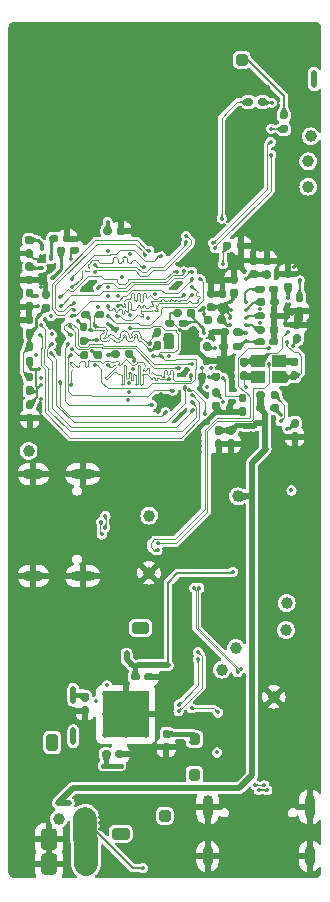
<source format=gbr>
G04 #@! TF.GenerationSoftware,KiCad,Pcbnew,7.0.8-7.0.8~ubuntu22.04.1*
G04 #@! TF.CreationDate,2023-10-22T15:09:54+03:00*
G04 #@! TF.ProjectId,H616_devboard,48363136-5f64-4657-9662-6f6172642e6b,rev?*
G04 #@! TF.SameCoordinates,Original*
G04 #@! TF.FileFunction,Copper,L4,Bot*
G04 #@! TF.FilePolarity,Positive*
%FSLAX46Y46*%
G04 Gerber Fmt 4.6, Leading zero omitted, Abs format (unit mm)*
G04 Created by KiCad (PCBNEW 7.0.8-7.0.8~ubuntu22.04.1) date 2023-10-22 15:09:54*
%MOMM*%
%LPD*%
G01*
G04 APERTURE LIST*
G04 #@! TA.AperFunction,ComponentPad*
%ADD10C,1.000000*%
G04 #@! TD*
G04 #@! TA.AperFunction,ComponentPad*
%ADD11O,0.900000X2.000000*%
G04 #@! TD*
G04 #@! TA.AperFunction,ComponentPad*
%ADD12O,0.900000X1.700000*%
G04 #@! TD*
G04 #@! TA.AperFunction,ComponentPad*
%ADD13C,0.500000*%
G04 #@! TD*
G04 #@! TA.AperFunction,SMDPad,CuDef*
%ADD14R,4.000000X4.000000*%
G04 #@! TD*
G04 #@! TA.AperFunction,ComponentPad*
%ADD15O,2.000000X0.900000*%
G04 #@! TD*
G04 #@! TA.AperFunction,ComponentPad*
%ADD16O,1.700000X0.900000*%
G04 #@! TD*
G04 #@! TA.AperFunction,SMDPad,CuDef*
%ADD17R,1.150000X1.000000*%
G04 #@! TD*
G04 #@! TA.AperFunction,ViaPad*
%ADD18C,0.350000*%
G04 #@! TD*
G04 #@! TA.AperFunction,Conductor*
%ADD19C,0.200000*%
G04 #@! TD*
G04 #@! TA.AperFunction,Conductor*
%ADD20C,0.250000*%
G04 #@! TD*
G04 #@! TA.AperFunction,Conductor*
%ADD21C,0.500000*%
G04 #@! TD*
G04 #@! TA.AperFunction,Conductor*
%ADD22C,0.150000*%
G04 #@! TD*
G04 #@! TA.AperFunction,Conductor*
%ADD23C,0.100000*%
G04 #@! TD*
G04 #@! TA.AperFunction,Conductor*
%ADD24C,0.400000*%
G04 #@! TD*
G04 #@! TA.AperFunction,Conductor*
%ADD25C,2.000000*%
G04 #@! TD*
G04 #@! TA.AperFunction,Conductor*
%ADD26C,0.080000*%
G04 #@! TD*
G04 #@! TA.AperFunction,Conductor*
%ADD27C,0.093000*%
G04 #@! TD*
G04 #@! TA.AperFunction,Conductor*
%ADD28C,0.097500*%
G04 #@! TD*
G04 APERTURE END LIST*
D10*
X145950000Y-119150000D03*
X151400000Y-115800000D03*
X153270000Y-76130000D03*
X139830000Y-106110000D03*
X147320000Y-104480000D03*
X132150000Y-131790000D03*
D11*
X144770000Y-130790000D03*
D12*
X144770000Y-134960000D03*
D11*
X153410000Y-130790000D03*
D12*
X153410000Y-134960000D03*
D10*
X147160000Y-117340000D03*
X153500000Y-74000000D03*
D13*
X136080000Y-124700000D03*
X137830000Y-124700000D03*
X139580000Y-124700000D03*
X136080000Y-122950000D03*
X137830000Y-122950000D03*
D14*
X137830000Y-122950000D03*
D13*
X139580000Y-122950000D03*
X136080000Y-121200000D03*
X137830000Y-121200000D03*
X139580000Y-121200000D03*
D10*
X153290000Y-78270000D03*
X139790000Y-110960000D03*
X151450000Y-113510000D03*
X129600000Y-100630000D03*
D15*
X134180000Y-102590000D03*
D16*
X130010000Y-102590000D03*
D15*
X134180000Y-111230000D03*
D16*
X130010000Y-111230000D03*
D10*
X150360000Y-121450000D03*
G04 #@! TA.AperFunction,SMDPad,CuDef*
G36*
G01*
X135992500Y-88940000D02*
X135992500Y-89260000D01*
G75*
G02*
X135832500Y-89420000I-160000J0D01*
G01*
X135437500Y-89420000D01*
G75*
G02*
X135277500Y-89260000I0J160000D01*
G01*
X135277500Y-88940000D01*
G75*
G02*
X135437500Y-88780000I160000J0D01*
G01*
X135832500Y-88780000D01*
G75*
G02*
X135992500Y-88940000I0J-160000D01*
G01*
G37*
G04 #@! TD.AperFunction*
G04 #@! TA.AperFunction,SMDPad,CuDef*
G36*
G01*
X134797500Y-88940000D02*
X134797500Y-89260000D01*
G75*
G02*
X134637500Y-89420000I-160000J0D01*
G01*
X134242500Y-89420000D01*
G75*
G02*
X134082500Y-89260000I0J160000D01*
G01*
X134082500Y-88940000D01*
G75*
G02*
X134242500Y-88780000I160000J0D01*
G01*
X134637500Y-88780000D01*
G75*
G02*
X134797500Y-88940000I0J-160000D01*
G01*
G37*
G04 #@! TD.AperFunction*
G04 #@! TA.AperFunction,SMDPad,CuDef*
G36*
G01*
X148795000Y-86022500D02*
X148485000Y-86022500D01*
G75*
G02*
X148330000Y-85867500I0J155000D01*
G01*
X148330000Y-85442500D01*
G75*
G02*
X148485000Y-85287500I155000J0D01*
G01*
X148795000Y-85287500D01*
G75*
G02*
X148950000Y-85442500I0J-155000D01*
G01*
X148950000Y-85867500D01*
G75*
G02*
X148795000Y-86022500I-155000J0D01*
G01*
G37*
G04 #@! TD.AperFunction*
G04 #@! TA.AperFunction,SMDPad,CuDef*
G36*
G01*
X148795000Y-84887500D02*
X148485000Y-84887500D01*
G75*
G02*
X148330000Y-84732500I0J155000D01*
G01*
X148330000Y-84307500D01*
G75*
G02*
X148485000Y-84152500I155000J0D01*
G01*
X148795000Y-84152500D01*
G75*
G02*
X148950000Y-84307500I0J-155000D01*
G01*
X148950000Y-84732500D01*
G75*
G02*
X148795000Y-84887500I-155000J0D01*
G01*
G37*
G04 #@! TD.AperFunction*
G04 #@! TA.AperFunction,SMDPad,CuDef*
G36*
G01*
X144540000Y-91457500D02*
X144860000Y-91457500D01*
G75*
G02*
X145020000Y-91617500I0J-160000D01*
G01*
X145020000Y-92012500D01*
G75*
G02*
X144860000Y-92172500I-160000J0D01*
G01*
X144540000Y-92172500D01*
G75*
G02*
X144380000Y-92012500I0J160000D01*
G01*
X144380000Y-91617500D01*
G75*
G02*
X144540000Y-91457500I160000J0D01*
G01*
G37*
G04 #@! TD.AperFunction*
G04 #@! TA.AperFunction,SMDPad,CuDef*
G36*
G01*
X144540000Y-92652500D02*
X144860000Y-92652500D01*
G75*
G02*
X145020000Y-92812500I0J-160000D01*
G01*
X145020000Y-93207500D01*
G75*
G02*
X144860000Y-93367500I-160000J0D01*
G01*
X144540000Y-93367500D01*
G75*
G02*
X144380000Y-93207500I0J160000D01*
G01*
X144380000Y-92812500D01*
G75*
G02*
X144540000Y-92652500I160000J0D01*
G01*
G37*
G04 #@! TD.AperFunction*
G04 #@! TA.AperFunction,SMDPad,CuDef*
G36*
G01*
X150792500Y-96820000D02*
X150792500Y-97140000D01*
G75*
G02*
X150632500Y-97300000I-160000J0D01*
G01*
X150237500Y-97300000D01*
G75*
G02*
X150077500Y-97140000I0J160000D01*
G01*
X150077500Y-96820000D01*
G75*
G02*
X150237500Y-96660000I160000J0D01*
G01*
X150632500Y-96660000D01*
G75*
G02*
X150792500Y-96820000I0J-160000D01*
G01*
G37*
G04 #@! TD.AperFunction*
G04 #@! TA.AperFunction,SMDPad,CuDef*
G36*
G01*
X149597500Y-96820000D02*
X149597500Y-97140000D01*
G75*
G02*
X149437500Y-97300000I-160000J0D01*
G01*
X149042500Y-97300000D01*
G75*
G02*
X148882500Y-97140000I0J160000D01*
G01*
X148882500Y-96820000D01*
G75*
G02*
X149042500Y-96660000I160000J0D01*
G01*
X149437500Y-96660000D01*
G75*
G02*
X149597500Y-96820000I0J-160000D01*
G01*
G37*
G04 #@! TD.AperFunction*
G04 #@! TA.AperFunction,SMDPad,CuDef*
G36*
G01*
X136607500Y-92575000D02*
X136607500Y-92265000D01*
G75*
G02*
X136762500Y-92110000I155000J0D01*
G01*
X137187500Y-92110000D01*
G75*
G02*
X137342500Y-92265000I0J-155000D01*
G01*
X137342500Y-92575000D01*
G75*
G02*
X137187500Y-92730000I-155000J0D01*
G01*
X136762500Y-92730000D01*
G75*
G02*
X136607500Y-92575000I0J155000D01*
G01*
G37*
G04 #@! TD.AperFunction*
G04 #@! TA.AperFunction,SMDPad,CuDef*
G36*
G01*
X137742500Y-92575000D02*
X137742500Y-92265000D01*
G75*
G02*
X137897500Y-92110000I155000J0D01*
G01*
X138322500Y-92110000D01*
G75*
G02*
X138477500Y-92265000I0J-155000D01*
G01*
X138477500Y-92575000D01*
G75*
G02*
X138322500Y-92730000I-155000J0D01*
G01*
X137897500Y-92730000D01*
G75*
G02*
X137742500Y-92575000I0J155000D01*
G01*
G37*
G04 #@! TD.AperFunction*
G04 #@! TA.AperFunction,SMDPad,CuDef*
G36*
G01*
X145827500Y-94200000D02*
X145827500Y-94520000D01*
G75*
G02*
X145667500Y-94680000I-160000J0D01*
G01*
X145272500Y-94680000D01*
G75*
G02*
X145112500Y-94520000I0J160000D01*
G01*
X145112500Y-94200000D01*
G75*
G02*
X145272500Y-94040000I160000J0D01*
G01*
X145667500Y-94040000D01*
G75*
G02*
X145827500Y-94200000I0J-160000D01*
G01*
G37*
G04 #@! TD.AperFunction*
G04 #@! TA.AperFunction,SMDPad,CuDef*
G36*
G01*
X144632500Y-94200000D02*
X144632500Y-94520000D01*
G75*
G02*
X144472500Y-94680000I-160000J0D01*
G01*
X144077500Y-94680000D01*
G75*
G02*
X143917500Y-94520000I0J160000D01*
G01*
X143917500Y-94200000D01*
G75*
G02*
X144077500Y-94040000I160000J0D01*
G01*
X144472500Y-94040000D01*
G75*
G02*
X144632500Y-94200000I0J-160000D01*
G01*
G37*
G04 #@! TD.AperFunction*
G04 #@! TA.AperFunction,SMDPad,CuDef*
G36*
G01*
X151945000Y-92752500D02*
X152255000Y-92752500D01*
G75*
G02*
X152410000Y-92907500I0J-155000D01*
G01*
X152410000Y-93332500D01*
G75*
G02*
X152255000Y-93487500I-155000J0D01*
G01*
X151945000Y-93487500D01*
G75*
G02*
X151790000Y-93332500I0J155000D01*
G01*
X151790000Y-92907500D01*
G75*
G02*
X151945000Y-92752500I155000J0D01*
G01*
G37*
G04 #@! TD.AperFunction*
G04 #@! TA.AperFunction,SMDPad,CuDef*
G36*
G01*
X151945000Y-93887500D02*
X152255000Y-93887500D01*
G75*
G02*
X152410000Y-94042500I0J-155000D01*
G01*
X152410000Y-94467500D01*
G75*
G02*
X152255000Y-94622500I-155000J0D01*
G01*
X151945000Y-94622500D01*
G75*
G02*
X151790000Y-94467500I0J155000D01*
G01*
X151790000Y-94042500D01*
G75*
G02*
X151945000Y-93887500I155000J0D01*
G01*
G37*
G04 #@! TD.AperFunction*
G04 #@! TA.AperFunction,SMDPad,CuDef*
G36*
G01*
X146615000Y-98517500D02*
X146925000Y-98517500D01*
G75*
G02*
X147080000Y-98672500I0J-155000D01*
G01*
X147080000Y-99097500D01*
G75*
G02*
X146925000Y-99252500I-155000J0D01*
G01*
X146615000Y-99252500D01*
G75*
G02*
X146460000Y-99097500I0J155000D01*
G01*
X146460000Y-98672500D01*
G75*
G02*
X146615000Y-98517500I155000J0D01*
G01*
G37*
G04 #@! TD.AperFunction*
G04 #@! TA.AperFunction,SMDPad,CuDef*
G36*
G01*
X146615000Y-99652500D02*
X146925000Y-99652500D01*
G75*
G02*
X147080000Y-99807500I0J-155000D01*
G01*
X147080000Y-100232500D01*
G75*
G02*
X146925000Y-100387500I-155000J0D01*
G01*
X146615000Y-100387500D01*
G75*
G02*
X146460000Y-100232500I0J155000D01*
G01*
X146460000Y-99807500D01*
G75*
G02*
X146615000Y-99652500I155000J0D01*
G01*
G37*
G04 #@! TD.AperFunction*
G04 #@! TA.AperFunction,SMDPad,CuDef*
G36*
G01*
X149772500Y-70940000D02*
X149772500Y-71260000D01*
G75*
G02*
X149612500Y-71420000I-160000J0D01*
G01*
X149217500Y-71420000D01*
G75*
G02*
X149057500Y-71260000I0J160000D01*
G01*
X149057500Y-70940000D01*
G75*
G02*
X149217500Y-70780000I160000J0D01*
G01*
X149612500Y-70780000D01*
G75*
G02*
X149772500Y-70940000I0J-160000D01*
G01*
G37*
G04 #@! TD.AperFunction*
G04 #@! TA.AperFunction,SMDPad,CuDef*
G36*
G01*
X148577500Y-70940000D02*
X148577500Y-71260000D01*
G75*
G02*
X148417500Y-71420000I-160000J0D01*
G01*
X148022500Y-71420000D01*
G75*
G02*
X147862500Y-71260000I0J160000D01*
G01*
X147862500Y-70940000D01*
G75*
G02*
X148022500Y-70780000I160000J0D01*
G01*
X148417500Y-70780000D01*
G75*
G02*
X148577500Y-70940000I0J-160000D01*
G01*
G37*
G04 #@! TD.AperFunction*
G04 #@! TA.AperFunction,SMDPad,CuDef*
G36*
G01*
X147555000Y-95802500D02*
X147865000Y-95802500D01*
G75*
G02*
X148020000Y-95957500I0J-155000D01*
G01*
X148020000Y-96382500D01*
G75*
G02*
X147865000Y-96537500I-155000J0D01*
G01*
X147555000Y-96537500D01*
G75*
G02*
X147400000Y-96382500I0J155000D01*
G01*
X147400000Y-95957500D01*
G75*
G02*
X147555000Y-95802500I155000J0D01*
G01*
G37*
G04 #@! TD.AperFunction*
G04 #@! TA.AperFunction,SMDPad,CuDef*
G36*
G01*
X147555000Y-96937500D02*
X147865000Y-96937500D01*
G75*
G02*
X148020000Y-97092500I0J-155000D01*
G01*
X148020000Y-97517500D01*
G75*
G02*
X147865000Y-97672500I-155000J0D01*
G01*
X147555000Y-97672500D01*
G75*
G02*
X147400000Y-97517500I0J155000D01*
G01*
X147400000Y-97092500D01*
G75*
G02*
X147555000Y-96937500I155000J0D01*
G01*
G37*
G04 #@! TD.AperFunction*
G04 #@! TA.AperFunction,SMDPad,CuDef*
G36*
G01*
X129495000Y-82417500D02*
X129805000Y-82417500D01*
G75*
G02*
X129960000Y-82572500I0J-155000D01*
G01*
X129960000Y-82997500D01*
G75*
G02*
X129805000Y-83152500I-155000J0D01*
G01*
X129495000Y-83152500D01*
G75*
G02*
X129340000Y-82997500I0J155000D01*
G01*
X129340000Y-82572500D01*
G75*
G02*
X129495000Y-82417500I155000J0D01*
G01*
G37*
G04 #@! TD.AperFunction*
G04 #@! TA.AperFunction,SMDPad,CuDef*
G36*
G01*
X129495000Y-83552500D02*
X129805000Y-83552500D01*
G75*
G02*
X129960000Y-83707500I0J-155000D01*
G01*
X129960000Y-84132500D01*
G75*
G02*
X129805000Y-84287500I-155000J0D01*
G01*
X129495000Y-84287500D01*
G75*
G02*
X129340000Y-84132500I0J155000D01*
G01*
X129340000Y-83707500D01*
G75*
G02*
X129495000Y-83552500I155000J0D01*
G01*
G37*
G04 #@! TD.AperFunction*
G04 #@! TA.AperFunction,SMDPad,CuDef*
G36*
G01*
X147967500Y-83100000D02*
X147967500Y-83420000D01*
G75*
G02*
X147807500Y-83580000I-160000J0D01*
G01*
X147412500Y-83580000D01*
G75*
G02*
X147252500Y-83420000I0J160000D01*
G01*
X147252500Y-83100000D01*
G75*
G02*
X147412500Y-82940000I160000J0D01*
G01*
X147807500Y-82940000D01*
G75*
G02*
X147967500Y-83100000I0J-160000D01*
G01*
G37*
G04 #@! TD.AperFunction*
G04 #@! TA.AperFunction,SMDPad,CuDef*
G36*
G01*
X146772500Y-83100000D02*
X146772500Y-83420000D01*
G75*
G02*
X146612500Y-83580000I-160000J0D01*
G01*
X146217500Y-83580000D01*
G75*
G02*
X146057500Y-83420000I0J160000D01*
G01*
X146057500Y-83100000D01*
G75*
G02*
X146217500Y-82940000I160000J0D01*
G01*
X146612500Y-82940000D01*
G75*
G02*
X146772500Y-83100000I0J-160000D01*
G01*
G37*
G04 #@! TD.AperFunction*
G04 #@! TA.AperFunction,SMDPad,CuDef*
G36*
G01*
X134400000Y-91687500D02*
X134080000Y-91687500D01*
G75*
G02*
X133920000Y-91527500I0J160000D01*
G01*
X133920000Y-91132500D01*
G75*
G02*
X134080000Y-90972500I160000J0D01*
G01*
X134400000Y-90972500D01*
G75*
G02*
X134560000Y-91132500I0J-160000D01*
G01*
X134560000Y-91527500D01*
G75*
G02*
X134400000Y-91687500I-160000J0D01*
G01*
G37*
G04 #@! TD.AperFunction*
G04 #@! TA.AperFunction,SMDPad,CuDef*
G36*
G01*
X134400000Y-90492500D02*
X134080000Y-90492500D01*
G75*
G02*
X133920000Y-90332500I0J160000D01*
G01*
X133920000Y-89937500D01*
G75*
G02*
X134080000Y-89777500I160000J0D01*
G01*
X134400000Y-89777500D01*
G75*
G02*
X134560000Y-89937500I0J-160000D01*
G01*
X134560000Y-90332500D01*
G75*
G02*
X134400000Y-90492500I-160000J0D01*
G01*
G37*
G04 #@! TD.AperFunction*
G04 #@! TA.AperFunction,SMDPad,CuDef*
G36*
G01*
X150737500Y-91245000D02*
X150737500Y-91555000D01*
G75*
G02*
X150582500Y-91710000I-155000J0D01*
G01*
X150157500Y-91710000D01*
G75*
G02*
X150002500Y-91555000I0J155000D01*
G01*
X150002500Y-91245000D01*
G75*
G02*
X150157500Y-91090000I155000J0D01*
G01*
X150582500Y-91090000D01*
G75*
G02*
X150737500Y-91245000I0J-155000D01*
G01*
G37*
G04 #@! TD.AperFunction*
G04 #@! TA.AperFunction,SMDPad,CuDef*
G36*
G01*
X149602500Y-91245000D02*
X149602500Y-91555000D01*
G75*
G02*
X149447500Y-91710000I-155000J0D01*
G01*
X149022500Y-91710000D01*
G75*
G02*
X148867500Y-91555000I0J155000D01*
G01*
X148867500Y-91245000D01*
G75*
G02*
X149022500Y-91090000I155000J0D01*
G01*
X149447500Y-91090000D01*
G75*
G02*
X149602500Y-91245000I0J-155000D01*
G01*
G37*
G04 #@! TD.AperFunction*
G04 #@! TA.AperFunction,SMDPad,CuDef*
G36*
G01*
X135122500Y-134960000D02*
X135122500Y-136260000D01*
G75*
G02*
X134872500Y-136510000I-250000J0D01*
G01*
X134047500Y-136510000D01*
G75*
G02*
X133797500Y-136260000I0J250000D01*
G01*
X133797500Y-134960000D01*
G75*
G02*
X134047500Y-134710000I250000J0D01*
G01*
X134872500Y-134710000D01*
G75*
G02*
X135122500Y-134960000I0J-250000D01*
G01*
G37*
G04 #@! TD.AperFunction*
G04 #@! TA.AperFunction,SMDPad,CuDef*
G36*
G01*
X131997500Y-134960000D02*
X131997500Y-136260000D01*
G75*
G02*
X131747500Y-136510000I-250000J0D01*
G01*
X130922500Y-136510000D01*
G75*
G02*
X130672500Y-136260000I0J250000D01*
G01*
X130672500Y-134960000D01*
G75*
G02*
X130922500Y-134710000I250000J0D01*
G01*
X131747500Y-134710000D01*
G75*
G02*
X131997500Y-134960000I0J-250000D01*
G01*
G37*
G04 #@! TD.AperFunction*
G04 #@! TA.AperFunction,SMDPad,CuDef*
G36*
G01*
X135127500Y-132880000D02*
X135127500Y-134180000D01*
G75*
G02*
X134877500Y-134430000I-250000J0D01*
G01*
X134052500Y-134430000D01*
G75*
G02*
X133802500Y-134180000I0J250000D01*
G01*
X133802500Y-132880000D01*
G75*
G02*
X134052500Y-132630000I250000J0D01*
G01*
X134877500Y-132630000D01*
G75*
G02*
X135127500Y-132880000I0J-250000D01*
G01*
G37*
G04 #@! TD.AperFunction*
G04 #@! TA.AperFunction,SMDPad,CuDef*
G36*
G01*
X132002500Y-132880000D02*
X132002500Y-134180000D01*
G75*
G02*
X131752500Y-134430000I-250000J0D01*
G01*
X130927500Y-134430000D01*
G75*
G02*
X130677500Y-134180000I0J250000D01*
G01*
X130677500Y-132880000D01*
G75*
G02*
X130927500Y-132630000I250000J0D01*
G01*
X131752500Y-132630000D01*
G75*
G02*
X132002500Y-132880000I0J-250000D01*
G01*
G37*
G04 #@! TD.AperFunction*
G04 #@! TA.AperFunction,SMDPad,CuDef*
G36*
G01*
X152395000Y-87292500D02*
X152705000Y-87292500D01*
G75*
G02*
X152860000Y-87447500I0J-155000D01*
G01*
X152860000Y-87872500D01*
G75*
G02*
X152705000Y-88027500I-155000J0D01*
G01*
X152395000Y-88027500D01*
G75*
G02*
X152240000Y-87872500I0J155000D01*
G01*
X152240000Y-87447500D01*
G75*
G02*
X152395000Y-87292500I155000J0D01*
G01*
G37*
G04 #@! TD.AperFunction*
G04 #@! TA.AperFunction,SMDPad,CuDef*
G36*
G01*
X152395000Y-88427500D02*
X152705000Y-88427500D01*
G75*
G02*
X152860000Y-88582500I0J-155000D01*
G01*
X152860000Y-89007500D01*
G75*
G02*
X152705000Y-89162500I-155000J0D01*
G01*
X152395000Y-89162500D01*
G75*
G02*
X152240000Y-89007500I0J155000D01*
G01*
X152240000Y-88582500D01*
G75*
G02*
X152395000Y-88427500I155000J0D01*
G01*
G37*
G04 #@! TD.AperFunction*
G04 #@! TA.AperFunction,SMDPad,CuDef*
G36*
G01*
X151735000Y-87125000D02*
X151425000Y-87125000D01*
G75*
G02*
X151270000Y-86970000I0J155000D01*
G01*
X151270000Y-86545000D01*
G75*
G02*
X151425000Y-86390000I155000J0D01*
G01*
X151735000Y-86390000D01*
G75*
G02*
X151890000Y-86545000I0J-155000D01*
G01*
X151890000Y-86970000D01*
G75*
G02*
X151735000Y-87125000I-155000J0D01*
G01*
G37*
G04 #@! TD.AperFunction*
G04 #@! TA.AperFunction,SMDPad,CuDef*
G36*
G01*
X151735000Y-85990000D02*
X151425000Y-85990000D01*
G75*
G02*
X151270000Y-85835000I0J155000D01*
G01*
X151270000Y-85410000D01*
G75*
G02*
X151425000Y-85255000I155000J0D01*
G01*
X151735000Y-85255000D01*
G75*
G02*
X151890000Y-85410000I0J-155000D01*
G01*
X151890000Y-85835000D01*
G75*
G02*
X151735000Y-85990000I-155000J0D01*
G01*
G37*
G04 #@! TD.AperFunction*
G04 #@! TA.AperFunction,SMDPad,CuDef*
G36*
G01*
X143712500Y-88805000D02*
X143712500Y-89115000D01*
G75*
G02*
X143557500Y-89270000I-155000J0D01*
G01*
X143132500Y-89270000D01*
G75*
G02*
X142977500Y-89115000I0J155000D01*
G01*
X142977500Y-88805000D01*
G75*
G02*
X143132500Y-88650000I155000J0D01*
G01*
X143557500Y-88650000D01*
G75*
G02*
X143712500Y-88805000I0J-155000D01*
G01*
G37*
G04 #@! TD.AperFunction*
G04 #@! TA.AperFunction,SMDPad,CuDef*
G36*
G01*
X142577500Y-88805000D02*
X142577500Y-89115000D01*
G75*
G02*
X142422500Y-89270000I-155000J0D01*
G01*
X141997500Y-89270000D01*
G75*
G02*
X141842500Y-89115000I0J155000D01*
G01*
X141842500Y-88805000D01*
G75*
G02*
X141997500Y-88650000I155000J0D01*
G01*
X142422500Y-88650000D01*
G75*
G02*
X142577500Y-88805000I0J-155000D01*
G01*
G37*
G04 #@! TD.AperFunction*
G04 #@! TA.AperFunction,SMDPad,CuDef*
G36*
G01*
X129525000Y-86912500D02*
X129835000Y-86912500D01*
G75*
G02*
X129990000Y-87067500I0J-155000D01*
G01*
X129990000Y-87492500D01*
G75*
G02*
X129835000Y-87647500I-155000J0D01*
G01*
X129525000Y-87647500D01*
G75*
G02*
X129370000Y-87492500I0J155000D01*
G01*
X129370000Y-87067500D01*
G75*
G02*
X129525000Y-86912500I155000J0D01*
G01*
G37*
G04 #@! TD.AperFunction*
G04 #@! TA.AperFunction,SMDPad,CuDef*
G36*
G01*
X129525000Y-88047500D02*
X129835000Y-88047500D01*
G75*
G02*
X129990000Y-88202500I0J-155000D01*
G01*
X129990000Y-88627500D01*
G75*
G02*
X129835000Y-88782500I-155000J0D01*
G01*
X129525000Y-88782500D01*
G75*
G02*
X129370000Y-88627500I0J155000D01*
G01*
X129370000Y-88202500D01*
G75*
G02*
X129525000Y-88047500I155000J0D01*
G01*
G37*
G04 #@! TD.AperFunction*
G04 #@! TA.AperFunction,SMDPad,CuDef*
G36*
G01*
X131372500Y-82835000D02*
X131372500Y-82525000D01*
G75*
G02*
X131527500Y-82370000I155000J0D01*
G01*
X131952500Y-82370000D01*
G75*
G02*
X132107500Y-82525000I0J-155000D01*
G01*
X132107500Y-82835000D01*
G75*
G02*
X131952500Y-82990000I-155000J0D01*
G01*
X131527500Y-82990000D01*
G75*
G02*
X131372500Y-82835000I0J155000D01*
G01*
G37*
G04 #@! TD.AperFunction*
G04 #@! TA.AperFunction,SMDPad,CuDef*
G36*
G01*
X132507500Y-82835000D02*
X132507500Y-82525000D01*
G75*
G02*
X132662500Y-82370000I155000J0D01*
G01*
X133087500Y-82370000D01*
G75*
G02*
X133242500Y-82525000I0J-155000D01*
G01*
X133242500Y-82835000D01*
G75*
G02*
X133087500Y-82990000I-155000J0D01*
G01*
X132662500Y-82990000D01*
G75*
G02*
X132507500Y-82835000I0J155000D01*
G01*
G37*
G04 #@! TD.AperFunction*
G04 #@! TA.AperFunction,SMDPad,CuDef*
G36*
G01*
X143047500Y-89675000D02*
X143047500Y-89985000D01*
G75*
G02*
X142892500Y-90140000I-155000J0D01*
G01*
X142467500Y-90140000D01*
G75*
G02*
X142312500Y-89985000I0J155000D01*
G01*
X142312500Y-89675000D01*
G75*
G02*
X142467500Y-89520000I155000J0D01*
G01*
X142892500Y-89520000D01*
G75*
G02*
X143047500Y-89675000I0J-155000D01*
G01*
G37*
G04 #@! TD.AperFunction*
G04 #@! TA.AperFunction,SMDPad,CuDef*
G36*
G01*
X141912500Y-89675000D02*
X141912500Y-89985000D01*
G75*
G02*
X141757500Y-90140000I-155000J0D01*
G01*
X141332500Y-90140000D01*
G75*
G02*
X141177500Y-89985000I0J155000D01*
G01*
X141177500Y-89675000D01*
G75*
G02*
X141332500Y-89520000I155000J0D01*
G01*
X141757500Y-89520000D01*
G75*
G02*
X141912500Y-89675000I0J-155000D01*
G01*
G37*
G04 #@! TD.AperFunction*
G04 #@! TA.AperFunction,SMDPad,CuDef*
G36*
G01*
X151995000Y-97942500D02*
X152305000Y-97942500D01*
G75*
G02*
X152460000Y-98097500I0J-155000D01*
G01*
X152460000Y-98522500D01*
G75*
G02*
X152305000Y-98677500I-155000J0D01*
G01*
X151995000Y-98677500D01*
G75*
G02*
X151840000Y-98522500I0J155000D01*
G01*
X151840000Y-98097500D01*
G75*
G02*
X151995000Y-97942500I155000J0D01*
G01*
G37*
G04 #@! TD.AperFunction*
G04 #@! TA.AperFunction,SMDPad,CuDef*
G36*
G01*
X151995000Y-99077500D02*
X152305000Y-99077500D01*
G75*
G02*
X152460000Y-99232500I0J-155000D01*
G01*
X152460000Y-99657500D01*
G75*
G02*
X152305000Y-99812500I-155000J0D01*
G01*
X151995000Y-99812500D01*
G75*
G02*
X151840000Y-99657500I0J155000D01*
G01*
X151840000Y-99232500D01*
G75*
G02*
X151995000Y-99077500I155000J0D01*
G01*
G37*
G04 #@! TD.AperFunction*
G04 #@! TA.AperFunction,SMDPad,CuDef*
G36*
G01*
X131977500Y-83815000D02*
X131977500Y-83505000D01*
G75*
G02*
X132132500Y-83350000I155000J0D01*
G01*
X132557500Y-83350000D01*
G75*
G02*
X132712500Y-83505000I0J-155000D01*
G01*
X132712500Y-83815000D01*
G75*
G02*
X132557500Y-83970000I-155000J0D01*
G01*
X132132500Y-83970000D01*
G75*
G02*
X131977500Y-83815000I0J155000D01*
G01*
G37*
G04 #@! TD.AperFunction*
G04 #@! TA.AperFunction,SMDPad,CuDef*
G36*
G01*
X133112500Y-83815000D02*
X133112500Y-83505000D01*
G75*
G02*
X133267500Y-83350000I155000J0D01*
G01*
X133692500Y-83350000D01*
G75*
G02*
X133847500Y-83505000I0J-155000D01*
G01*
X133847500Y-83815000D01*
G75*
G02*
X133692500Y-83970000I-155000J0D01*
G01*
X133267500Y-83970000D01*
G75*
G02*
X133112500Y-83815000I0J155000D01*
G01*
G37*
G04 #@! TD.AperFunction*
G04 #@! TA.AperFunction,SMDPad,CuDef*
G36*
G01*
X140365000Y-90217500D02*
X140675000Y-90217500D01*
G75*
G02*
X140830000Y-90372500I0J-155000D01*
G01*
X140830000Y-90797500D01*
G75*
G02*
X140675000Y-90952500I-155000J0D01*
G01*
X140365000Y-90952500D01*
G75*
G02*
X140210000Y-90797500I0J155000D01*
G01*
X140210000Y-90372500D01*
G75*
G02*
X140365000Y-90217500I155000J0D01*
G01*
G37*
G04 #@! TD.AperFunction*
G04 #@! TA.AperFunction,SMDPad,CuDef*
G36*
G01*
X140365000Y-91352500D02*
X140675000Y-91352500D01*
G75*
G02*
X140830000Y-91507500I0J-155000D01*
G01*
X140830000Y-91932500D01*
G75*
G02*
X140675000Y-92087500I-155000J0D01*
G01*
X140365000Y-92087500D01*
G75*
G02*
X140210000Y-91932500I0J155000D01*
G01*
X140210000Y-91507500D01*
G75*
G02*
X140365000Y-91352500I155000J0D01*
G01*
G37*
G04 #@! TD.AperFunction*
G04 #@! TA.AperFunction,SMDPad,CuDef*
G36*
G01*
X151380000Y-73737500D02*
X151060000Y-73737500D01*
G75*
G02*
X150900000Y-73577500I0J160000D01*
G01*
X150900000Y-73182500D01*
G75*
G02*
X151060000Y-73022500I160000J0D01*
G01*
X151380000Y-73022500D01*
G75*
G02*
X151540000Y-73182500I0J-160000D01*
G01*
X151540000Y-73577500D01*
G75*
G02*
X151380000Y-73737500I-160000J0D01*
G01*
G37*
G04 #@! TD.AperFunction*
G04 #@! TA.AperFunction,SMDPad,CuDef*
G36*
G01*
X151380000Y-72542500D02*
X151060000Y-72542500D01*
G75*
G02*
X150900000Y-72382500I0J160000D01*
G01*
X150900000Y-71987500D01*
G75*
G02*
X151060000Y-71827500I160000J0D01*
G01*
X151380000Y-71827500D01*
G75*
G02*
X151540000Y-71987500I0J-160000D01*
G01*
X151540000Y-72382500D01*
G75*
G02*
X151380000Y-72542500I-160000J0D01*
G01*
G37*
G04 #@! TD.AperFunction*
G04 #@! TA.AperFunction,SMDPad,CuDef*
G36*
G01*
X150792500Y-87875000D02*
X150792500Y-88185000D01*
G75*
G02*
X150637500Y-88340000I-155000J0D01*
G01*
X150212500Y-88340000D01*
G75*
G02*
X150057500Y-88185000I0J155000D01*
G01*
X150057500Y-87875000D01*
G75*
G02*
X150212500Y-87720000I155000J0D01*
G01*
X150637500Y-87720000D01*
G75*
G02*
X150792500Y-87875000I0J-155000D01*
G01*
G37*
G04 #@! TD.AperFunction*
G04 #@! TA.AperFunction,SMDPad,CuDef*
G36*
G01*
X149657500Y-87875000D02*
X149657500Y-88185000D01*
G75*
G02*
X149502500Y-88340000I-155000J0D01*
G01*
X149077500Y-88340000D01*
G75*
G02*
X148922500Y-88185000I0J155000D01*
G01*
X148922500Y-87875000D01*
G75*
G02*
X149077500Y-87720000I155000J0D01*
G01*
X149502500Y-87720000D01*
G75*
G02*
X149657500Y-87875000I0J-155000D01*
G01*
G37*
G04 #@! TD.AperFunction*
G04 #@! TA.AperFunction,SMDPad,CuDef*
G36*
G01*
X145535000Y-98535000D02*
X145845000Y-98535000D01*
G75*
G02*
X146000000Y-98690000I0J-155000D01*
G01*
X146000000Y-99115000D01*
G75*
G02*
X145845000Y-99270000I-155000J0D01*
G01*
X145535000Y-99270000D01*
G75*
G02*
X145380000Y-99115000I0J155000D01*
G01*
X145380000Y-98690000D01*
G75*
G02*
X145535000Y-98535000I155000J0D01*
G01*
G37*
G04 #@! TD.AperFunction*
G04 #@! TA.AperFunction,SMDPad,CuDef*
G36*
G01*
X145535000Y-99670000D02*
X145845000Y-99670000D01*
G75*
G02*
X146000000Y-99825000I0J-155000D01*
G01*
X146000000Y-100250000D01*
G75*
G02*
X145845000Y-100405000I-155000J0D01*
G01*
X145535000Y-100405000D01*
G75*
G02*
X145380000Y-100250000I0J155000D01*
G01*
X145380000Y-99825000D01*
G75*
G02*
X145535000Y-99670000I155000J0D01*
G01*
G37*
G04 #@! TD.AperFunction*
G04 #@! TA.AperFunction,SMDPad,CuDef*
G36*
G01*
X129815000Y-95877500D02*
X129505000Y-95877500D01*
G75*
G02*
X129350000Y-95722500I0J155000D01*
G01*
X129350000Y-95297500D01*
G75*
G02*
X129505000Y-95142500I155000J0D01*
G01*
X129815000Y-95142500D01*
G75*
G02*
X129970000Y-95297500I0J-155000D01*
G01*
X129970000Y-95722500D01*
G75*
G02*
X129815000Y-95877500I-155000J0D01*
G01*
G37*
G04 #@! TD.AperFunction*
G04 #@! TA.AperFunction,SMDPad,CuDef*
G36*
G01*
X129815000Y-94742500D02*
X129505000Y-94742500D01*
G75*
G02*
X129350000Y-94587500I0J155000D01*
G01*
X129350000Y-94162500D01*
G75*
G02*
X129505000Y-94007500I155000J0D01*
G01*
X129815000Y-94007500D01*
G75*
G02*
X129970000Y-94162500I0J-155000D01*
G01*
X129970000Y-94587500D01*
G75*
G02*
X129815000Y-94742500I-155000J0D01*
G01*
G37*
G04 #@! TD.AperFunction*
G04 #@! TA.AperFunction,SMDPad,CuDef*
G36*
G01*
X147975000Y-94635000D02*
X147665000Y-94635000D01*
G75*
G02*
X147510000Y-94480000I0J155000D01*
G01*
X147510000Y-94055000D01*
G75*
G02*
X147665000Y-93900000I155000J0D01*
G01*
X147975000Y-93900000D01*
G75*
G02*
X148130000Y-94055000I0J-155000D01*
G01*
X148130000Y-94480000D01*
G75*
G02*
X147975000Y-94635000I-155000J0D01*
G01*
G37*
G04 #@! TD.AperFunction*
G04 #@! TA.AperFunction,SMDPad,CuDef*
G36*
G01*
X147975000Y-93500000D02*
X147665000Y-93500000D01*
G75*
G02*
X147510000Y-93345000I0J155000D01*
G01*
X147510000Y-92920000D01*
G75*
G02*
X147665000Y-92765000I155000J0D01*
G01*
X147975000Y-92765000D01*
G75*
G02*
X148130000Y-92920000I0J-155000D01*
G01*
X148130000Y-93345000D01*
G75*
G02*
X147975000Y-93500000I-155000J0D01*
G01*
G37*
G04 #@! TD.AperFunction*
G04 #@! TA.AperFunction,SMDPad,CuDef*
G36*
G01*
X137682500Y-126155000D02*
X137682500Y-126465000D01*
G75*
G02*
X137527500Y-126620000I-155000J0D01*
G01*
X137102500Y-126620000D01*
G75*
G02*
X136947500Y-126465000I0J155000D01*
G01*
X136947500Y-126155000D01*
G75*
G02*
X137102500Y-126000000I155000J0D01*
G01*
X137527500Y-126000000D01*
G75*
G02*
X137682500Y-126155000I0J-155000D01*
G01*
G37*
G04 #@! TD.AperFunction*
G04 #@! TA.AperFunction,SMDPad,CuDef*
G36*
G01*
X136547500Y-126155000D02*
X136547500Y-126465000D01*
G75*
G02*
X136392500Y-126620000I-155000J0D01*
G01*
X135967500Y-126620000D01*
G75*
G02*
X135812500Y-126465000I0J155000D01*
G01*
X135812500Y-126155000D01*
G75*
G02*
X135967500Y-126000000I155000J0D01*
G01*
X136392500Y-126000000D01*
G75*
G02*
X136547500Y-126155000I0J-155000D01*
G01*
G37*
G04 #@! TD.AperFunction*
G04 #@! TA.AperFunction,SMDPad,CuDef*
G36*
G01*
X145817500Y-90735000D02*
X145817500Y-90425000D01*
G75*
G02*
X145972500Y-90270000I155000J0D01*
G01*
X146397500Y-90270000D01*
G75*
G02*
X146552500Y-90425000I0J-155000D01*
G01*
X146552500Y-90735000D01*
G75*
G02*
X146397500Y-90890000I-155000J0D01*
G01*
X145972500Y-90890000D01*
G75*
G02*
X145817500Y-90735000I0J155000D01*
G01*
G37*
G04 #@! TD.AperFunction*
G04 #@! TA.AperFunction,SMDPad,CuDef*
G36*
G01*
X146952500Y-90735000D02*
X146952500Y-90425000D01*
G75*
G02*
X147107500Y-90270000I155000J0D01*
G01*
X147532500Y-90270000D01*
G75*
G02*
X147687500Y-90425000I0J-155000D01*
G01*
X147687500Y-90735000D01*
G75*
G02*
X147532500Y-90890000I-155000J0D01*
G01*
X147107500Y-90890000D01*
G75*
G02*
X146952500Y-90735000I0J155000D01*
G01*
G37*
G04 #@! TD.AperFunction*
G04 #@! TA.AperFunction,SMDPad,CuDef*
G36*
G01*
X146845000Y-85767500D02*
X147155000Y-85767500D01*
G75*
G02*
X147310000Y-85922500I0J-155000D01*
G01*
X147310000Y-86347500D01*
G75*
G02*
X147155000Y-86502500I-155000J0D01*
G01*
X146845000Y-86502500D01*
G75*
G02*
X146690000Y-86347500I0J155000D01*
G01*
X146690000Y-85922500D01*
G75*
G02*
X146845000Y-85767500I155000J0D01*
G01*
G37*
G04 #@! TD.AperFunction*
G04 #@! TA.AperFunction,SMDPad,CuDef*
G36*
G01*
X146845000Y-86902500D02*
X147155000Y-86902500D01*
G75*
G02*
X147310000Y-87057500I0J-155000D01*
G01*
X147310000Y-87482500D01*
G75*
G02*
X147155000Y-87637500I-155000J0D01*
G01*
X146845000Y-87637500D01*
G75*
G02*
X146690000Y-87482500I0J155000D01*
G01*
X146690000Y-87057500D01*
G75*
G02*
X146845000Y-86902500I155000J0D01*
G01*
G37*
G04 #@! TD.AperFunction*
G04 #@! TA.AperFunction,SMDPad,CuDef*
G36*
G01*
X150752500Y-89045000D02*
X150752500Y-89355000D01*
G75*
G02*
X150597500Y-89510000I-155000J0D01*
G01*
X150172500Y-89510000D01*
G75*
G02*
X150017500Y-89355000I0J155000D01*
G01*
X150017500Y-89045000D01*
G75*
G02*
X150172500Y-88890000I155000J0D01*
G01*
X150597500Y-88890000D01*
G75*
G02*
X150752500Y-89045000I0J-155000D01*
G01*
G37*
G04 #@! TD.AperFunction*
G04 #@! TA.AperFunction,SMDPad,CuDef*
G36*
G01*
X149617500Y-89045000D02*
X149617500Y-89355000D01*
G75*
G02*
X149462500Y-89510000I-155000J0D01*
G01*
X149037500Y-89510000D01*
G75*
G02*
X148882500Y-89355000I0J155000D01*
G01*
X148882500Y-89045000D01*
G75*
G02*
X149037500Y-88890000I155000J0D01*
G01*
X149462500Y-88890000D01*
G75*
G02*
X149617500Y-89045000I0J-155000D01*
G01*
G37*
G04 #@! TD.AperFunction*
G04 #@! TA.AperFunction,SMDPad,CuDef*
G36*
G01*
X141425000Y-126102500D02*
X141115000Y-126102500D01*
G75*
G02*
X140960000Y-125947500I0J155000D01*
G01*
X140960000Y-125522500D01*
G75*
G02*
X141115000Y-125367500I155000J0D01*
G01*
X141425000Y-125367500D01*
G75*
G02*
X141580000Y-125522500I0J-155000D01*
G01*
X141580000Y-125947500D01*
G75*
G02*
X141425000Y-126102500I-155000J0D01*
G01*
G37*
G04 #@! TD.AperFunction*
G04 #@! TA.AperFunction,SMDPad,CuDef*
G36*
G01*
X141425000Y-124967500D02*
X141115000Y-124967500D01*
G75*
G02*
X140960000Y-124812500I0J155000D01*
G01*
X140960000Y-124387500D01*
G75*
G02*
X141115000Y-124232500I155000J0D01*
G01*
X141425000Y-124232500D01*
G75*
G02*
X141580000Y-124387500I0J-155000D01*
G01*
X141580000Y-124812500D01*
G75*
G02*
X141425000Y-124967500I-155000J0D01*
G01*
G37*
G04 #@! TD.AperFunction*
G04 #@! TA.AperFunction,SMDPad,CuDef*
G36*
G01*
X144885000Y-86957500D02*
X145195000Y-86957500D01*
G75*
G02*
X145350000Y-87112500I0J-155000D01*
G01*
X145350000Y-87537500D01*
G75*
G02*
X145195000Y-87692500I-155000J0D01*
G01*
X144885000Y-87692500D01*
G75*
G02*
X144730000Y-87537500I0J155000D01*
G01*
X144730000Y-87112500D01*
G75*
G02*
X144885000Y-86957500I155000J0D01*
G01*
G37*
G04 #@! TD.AperFunction*
G04 #@! TA.AperFunction,SMDPad,CuDef*
G36*
G01*
X144885000Y-88092500D02*
X145195000Y-88092500D01*
G75*
G02*
X145350000Y-88247500I0J-155000D01*
G01*
X145350000Y-88672500D01*
G75*
G02*
X145195000Y-88827500I-155000J0D01*
G01*
X144885000Y-88827500D01*
G75*
G02*
X144730000Y-88672500I0J155000D01*
G01*
X144730000Y-88247500D01*
G75*
G02*
X144885000Y-88092500I155000J0D01*
G01*
G37*
G04 #@! TD.AperFunction*
G04 #@! TA.AperFunction,SMDPad,CuDef*
G36*
G01*
X150717500Y-86795000D02*
X150717500Y-87105000D01*
G75*
G02*
X150562500Y-87260000I-155000J0D01*
G01*
X150137500Y-87260000D01*
G75*
G02*
X149982500Y-87105000I0J155000D01*
G01*
X149982500Y-86795000D01*
G75*
G02*
X150137500Y-86640000I155000J0D01*
G01*
X150562500Y-86640000D01*
G75*
G02*
X150717500Y-86795000I0J-155000D01*
G01*
G37*
G04 #@! TD.AperFunction*
G04 #@! TA.AperFunction,SMDPad,CuDef*
G36*
G01*
X149582500Y-86795000D02*
X149582500Y-87105000D01*
G75*
G02*
X149427500Y-87260000I-155000J0D01*
G01*
X149002500Y-87260000D01*
G75*
G02*
X148847500Y-87105000I0J155000D01*
G01*
X148847500Y-86795000D01*
G75*
G02*
X149002500Y-86640000I155000J0D01*
G01*
X149427500Y-86640000D01*
G75*
G02*
X149582500Y-86795000I0J-155000D01*
G01*
G37*
G04 #@! TD.AperFunction*
G04 #@! TA.AperFunction,SMDPad,CuDef*
G36*
G01*
X134545000Y-122992500D02*
X134235000Y-122992500D01*
G75*
G02*
X134080000Y-122837500I0J155000D01*
G01*
X134080000Y-122412500D01*
G75*
G02*
X134235000Y-122257500I155000J0D01*
G01*
X134545000Y-122257500D01*
G75*
G02*
X134700000Y-122412500I0J-155000D01*
G01*
X134700000Y-122837500D01*
G75*
G02*
X134545000Y-122992500I-155000J0D01*
G01*
G37*
G04 #@! TD.AperFunction*
G04 #@! TA.AperFunction,SMDPad,CuDef*
G36*
G01*
X134545000Y-121857500D02*
X134235000Y-121857500D01*
G75*
G02*
X134080000Y-121702500I0J155000D01*
G01*
X134080000Y-121277500D01*
G75*
G02*
X134235000Y-121122500I155000J0D01*
G01*
X134545000Y-121122500D01*
G75*
G02*
X134700000Y-121277500I0J-155000D01*
G01*
X134700000Y-121702500D01*
G75*
G02*
X134545000Y-121857500I-155000J0D01*
G01*
G37*
G04 #@! TD.AperFunction*
G04 #@! TA.AperFunction,SMDPad,CuDef*
G36*
G01*
X135857500Y-92370000D02*
X135857500Y-92690000D01*
G75*
G02*
X135697500Y-92850000I-160000J0D01*
G01*
X135302500Y-92850000D01*
G75*
G02*
X135142500Y-92690000I0J160000D01*
G01*
X135142500Y-92370000D01*
G75*
G02*
X135302500Y-92210000I160000J0D01*
G01*
X135697500Y-92210000D01*
G75*
G02*
X135857500Y-92370000I0J-160000D01*
G01*
G37*
G04 #@! TD.AperFunction*
G04 #@! TA.AperFunction,SMDPad,CuDef*
G36*
G01*
X134662500Y-92370000D02*
X134662500Y-92690000D01*
G75*
G02*
X134502500Y-92850000I-160000J0D01*
G01*
X134107500Y-92850000D01*
G75*
G02*
X133947500Y-92690000I0J160000D01*
G01*
X133947500Y-92370000D01*
G75*
G02*
X134107500Y-92210000I160000J0D01*
G01*
X134502500Y-92210000D01*
G75*
G02*
X134662500Y-92370000I0J-160000D01*
G01*
G37*
G04 #@! TD.AperFunction*
G04 #@! TA.AperFunction,SMDPad,CuDef*
G36*
G01*
X144427500Y-89705000D02*
X144427500Y-89395000D01*
G75*
G02*
X144582500Y-89240000I155000J0D01*
G01*
X145007500Y-89240000D01*
G75*
G02*
X145162500Y-89395000I0J-155000D01*
G01*
X145162500Y-89705000D01*
G75*
G02*
X145007500Y-89860000I-155000J0D01*
G01*
X144582500Y-89860000D01*
G75*
G02*
X144427500Y-89705000I0J155000D01*
G01*
G37*
G04 #@! TD.AperFunction*
G04 #@! TA.AperFunction,SMDPad,CuDef*
G36*
G01*
X145562500Y-89705000D02*
X145562500Y-89395000D01*
G75*
G02*
X145717500Y-89240000I155000J0D01*
G01*
X146142500Y-89240000D01*
G75*
G02*
X146297500Y-89395000I0J-155000D01*
G01*
X146297500Y-89705000D01*
G75*
G02*
X146142500Y-89860000I-155000J0D01*
G01*
X145717500Y-89860000D01*
G75*
G02*
X145562500Y-89705000I0J155000D01*
G01*
G37*
G04 #@! TD.AperFunction*
G04 #@! TA.AperFunction,SMDPad,CuDef*
G36*
G01*
X149945000Y-86047500D02*
X149635000Y-86047500D01*
G75*
G02*
X149480000Y-85892500I0J155000D01*
G01*
X149480000Y-85467500D01*
G75*
G02*
X149635000Y-85312500I155000J0D01*
G01*
X149945000Y-85312500D01*
G75*
G02*
X150100000Y-85467500I0J-155000D01*
G01*
X150100000Y-85892500D01*
G75*
G02*
X149945000Y-86047500I-155000J0D01*
G01*
G37*
G04 #@! TD.AperFunction*
G04 #@! TA.AperFunction,SMDPad,CuDef*
G36*
G01*
X149945000Y-84912500D02*
X149635000Y-84912500D01*
G75*
G02*
X149480000Y-84757500I0J155000D01*
G01*
X149480000Y-84332500D01*
G75*
G02*
X149635000Y-84177500I155000J0D01*
G01*
X149945000Y-84177500D01*
G75*
G02*
X150100000Y-84332500I0J-155000D01*
G01*
X150100000Y-84757500D01*
G75*
G02*
X149945000Y-84912500I-155000J0D01*
G01*
G37*
G04 #@! TD.AperFunction*
G04 #@! TA.AperFunction,SMDPad,CuDef*
G36*
G01*
X140137500Y-119605000D02*
X140137500Y-119915000D01*
G75*
G02*
X139982500Y-120070000I-155000J0D01*
G01*
X139557500Y-120070000D01*
G75*
G02*
X139402500Y-119915000I0J155000D01*
G01*
X139402500Y-119605000D01*
G75*
G02*
X139557500Y-119450000I155000J0D01*
G01*
X139982500Y-119450000D01*
G75*
G02*
X140137500Y-119605000I0J-155000D01*
G01*
G37*
G04 #@! TD.AperFunction*
G04 #@! TA.AperFunction,SMDPad,CuDef*
G36*
G01*
X139002500Y-119605000D02*
X139002500Y-119915000D01*
G75*
G02*
X138847500Y-120070000I-155000J0D01*
G01*
X138422500Y-120070000D01*
G75*
G02*
X138267500Y-119915000I0J155000D01*
G01*
X138267500Y-119605000D01*
G75*
G02*
X138422500Y-119450000I155000J0D01*
G01*
X138847500Y-119450000D01*
G75*
G02*
X139002500Y-119605000I0J-155000D01*
G01*
G37*
G04 #@! TD.AperFunction*
G04 #@! TA.AperFunction,SMDPad,CuDef*
G36*
G01*
X150752500Y-90255000D02*
X150752500Y-90565000D01*
G75*
G02*
X150597500Y-90720000I-155000J0D01*
G01*
X150172500Y-90720000D01*
G75*
G02*
X150017500Y-90565000I0J155000D01*
G01*
X150017500Y-90255000D01*
G75*
G02*
X150172500Y-90100000I155000J0D01*
G01*
X150597500Y-90100000D01*
G75*
G02*
X150752500Y-90255000I0J-155000D01*
G01*
G37*
G04 #@! TD.AperFunction*
G04 #@! TA.AperFunction,SMDPad,CuDef*
G36*
G01*
X149617500Y-90255000D02*
X149617500Y-90565000D01*
G75*
G02*
X149462500Y-90720000I-155000J0D01*
G01*
X149037500Y-90720000D01*
G75*
G02*
X148882500Y-90565000I0J155000D01*
G01*
X148882500Y-90255000D01*
G75*
G02*
X149037500Y-90100000I155000J0D01*
G01*
X149462500Y-90100000D01*
G75*
G02*
X149617500Y-90255000I0J-155000D01*
G01*
G37*
G04 #@! TD.AperFunction*
G04 #@! TA.AperFunction,SMDPad,CuDef*
G36*
G01*
X145315000Y-95342500D02*
X145625000Y-95342500D01*
G75*
G02*
X145780000Y-95497500I0J-155000D01*
G01*
X145780000Y-95922500D01*
G75*
G02*
X145625000Y-96077500I-155000J0D01*
G01*
X145315000Y-96077500D01*
G75*
G02*
X145160000Y-95922500I0J155000D01*
G01*
X145160000Y-95497500D01*
G75*
G02*
X145315000Y-95342500I155000J0D01*
G01*
G37*
G04 #@! TD.AperFunction*
G04 #@! TA.AperFunction,SMDPad,CuDef*
G36*
G01*
X145315000Y-96477500D02*
X145625000Y-96477500D01*
G75*
G02*
X145780000Y-96632500I0J-155000D01*
G01*
X145780000Y-97057500D01*
G75*
G02*
X145625000Y-97212500I-155000J0D01*
G01*
X145315000Y-97212500D01*
G75*
G02*
X145160000Y-97057500I0J155000D01*
G01*
X145160000Y-96632500D01*
G75*
G02*
X145315000Y-96477500I155000J0D01*
G01*
G37*
G04 #@! TD.AperFunction*
G04 #@! TA.AperFunction,SMDPad,CuDef*
G36*
G01*
X129545000Y-96352500D02*
X129855000Y-96352500D01*
G75*
G02*
X130010000Y-96507500I0J-155000D01*
G01*
X130010000Y-96932500D01*
G75*
G02*
X129855000Y-97087500I-155000J0D01*
G01*
X129545000Y-97087500D01*
G75*
G02*
X129390000Y-96932500I0J155000D01*
G01*
X129390000Y-96507500D01*
G75*
G02*
X129545000Y-96352500I155000J0D01*
G01*
G37*
G04 #@! TD.AperFunction*
G04 #@! TA.AperFunction,SMDPad,CuDef*
G36*
G01*
X129545000Y-97487500D02*
X129855000Y-97487500D01*
G75*
G02*
X130010000Y-97642500I0J-155000D01*
G01*
X130010000Y-98067500D01*
G75*
G02*
X129855000Y-98222500I-155000J0D01*
G01*
X129545000Y-98222500D01*
G75*
G02*
X129390000Y-98067500I0J155000D01*
G01*
X129390000Y-97642500D01*
G75*
G02*
X129545000Y-97487500I155000J0D01*
G01*
G37*
G04 #@! TD.AperFunction*
G04 #@! TA.AperFunction,SMDPad,CuDef*
G36*
G01*
X145865000Y-86957500D02*
X146175000Y-86957500D01*
G75*
G02*
X146330000Y-87112500I0J-155000D01*
G01*
X146330000Y-87537500D01*
G75*
G02*
X146175000Y-87692500I-155000J0D01*
G01*
X145865000Y-87692500D01*
G75*
G02*
X145710000Y-87537500I0J155000D01*
G01*
X145710000Y-87112500D01*
G75*
G02*
X145865000Y-86957500I155000J0D01*
G01*
G37*
G04 #@! TD.AperFunction*
G04 #@! TA.AperFunction,SMDPad,CuDef*
G36*
G01*
X145865000Y-88092500D02*
X146175000Y-88092500D01*
G75*
G02*
X146330000Y-88247500I0J-155000D01*
G01*
X146330000Y-88672500D01*
G75*
G02*
X146175000Y-88827500I-155000J0D01*
G01*
X145865000Y-88827500D01*
G75*
G02*
X145710000Y-88672500I0J155000D01*
G01*
X145710000Y-88247500D01*
G75*
G02*
X145865000Y-88092500I155000J0D01*
G01*
G37*
G04 #@! TD.AperFunction*
G04 #@! TA.AperFunction,SMDPad,CuDef*
G36*
G01*
X129495000Y-84652500D02*
X129805000Y-84652500D01*
G75*
G02*
X129960000Y-84807500I0J-155000D01*
G01*
X129960000Y-85232500D01*
G75*
G02*
X129805000Y-85387500I-155000J0D01*
G01*
X129495000Y-85387500D01*
G75*
G02*
X129340000Y-85232500I0J155000D01*
G01*
X129340000Y-84807500D01*
G75*
G02*
X129495000Y-84652500I155000J0D01*
G01*
G37*
G04 #@! TD.AperFunction*
G04 #@! TA.AperFunction,SMDPad,CuDef*
G36*
G01*
X129495000Y-85787500D02*
X129805000Y-85787500D01*
G75*
G02*
X129960000Y-85942500I0J-155000D01*
G01*
X129960000Y-86367500D01*
G75*
G02*
X129805000Y-86522500I-155000J0D01*
G01*
X129495000Y-86522500D01*
G75*
G02*
X129340000Y-86367500I0J155000D01*
G01*
X129340000Y-85942500D01*
G75*
G02*
X129495000Y-85787500I155000J0D01*
G01*
G37*
G04 #@! TD.AperFunction*
G04 #@! TA.AperFunction,SMDPad,CuDef*
G36*
G01*
X129840000Y-93387500D02*
X129520000Y-93387500D01*
G75*
G02*
X129360000Y-93227500I0J160000D01*
G01*
X129360000Y-92832500D01*
G75*
G02*
X129520000Y-92672500I160000J0D01*
G01*
X129840000Y-92672500D01*
G75*
G02*
X130000000Y-92832500I0J-160000D01*
G01*
X130000000Y-93227500D01*
G75*
G02*
X129840000Y-93387500I-160000J0D01*
G01*
G37*
G04 #@! TD.AperFunction*
G04 #@! TA.AperFunction,SMDPad,CuDef*
G36*
G01*
X129840000Y-92192500D02*
X129520000Y-92192500D01*
G75*
G02*
X129360000Y-92032500I0J160000D01*
G01*
X129360000Y-91637500D01*
G75*
G02*
X129520000Y-91477500I160000J0D01*
G01*
X129840000Y-91477500D01*
G75*
G02*
X130000000Y-91637500I0J-160000D01*
G01*
X130000000Y-92032500D01*
G75*
G02*
X129840000Y-92192500I-160000J0D01*
G01*
G37*
G04 #@! TD.AperFunction*
G04 #@! TA.AperFunction,SMDPad,CuDef*
G36*
G01*
X135937500Y-82175000D02*
X135937500Y-81865000D01*
G75*
G02*
X136092500Y-81710000I155000J0D01*
G01*
X136517500Y-81710000D01*
G75*
G02*
X136672500Y-81865000I0J-155000D01*
G01*
X136672500Y-82175000D01*
G75*
G02*
X136517500Y-82330000I-155000J0D01*
G01*
X136092500Y-82330000D01*
G75*
G02*
X135937500Y-82175000I0J155000D01*
G01*
G37*
G04 #@! TD.AperFunction*
G04 #@! TA.AperFunction,SMDPad,CuDef*
G36*
G01*
X137072500Y-82175000D02*
X137072500Y-81865000D01*
G75*
G02*
X137227500Y-81710000I155000J0D01*
G01*
X137652500Y-81710000D01*
G75*
G02*
X137807500Y-81865000I0J-155000D01*
G01*
X137807500Y-82175000D01*
G75*
G02*
X137652500Y-82330000I-155000J0D01*
G01*
X137227500Y-82330000D01*
G75*
G02*
X137072500Y-82175000I0J155000D01*
G01*
G37*
G04 #@! TD.AperFunction*
D17*
X149070000Y-93020000D03*
X150820000Y-93020000D03*
X150820000Y-94420000D03*
X149070000Y-94420000D03*
G04 #@! TA.AperFunction,SMDPad,CuDef*
G36*
G01*
X129830000Y-91072500D02*
X129510000Y-91072500D01*
G75*
G02*
X129350000Y-90912500I0J160000D01*
G01*
X129350000Y-90517500D01*
G75*
G02*
X129510000Y-90357500I160000J0D01*
G01*
X129830000Y-90357500D01*
G75*
G02*
X129990000Y-90517500I0J-160000D01*
G01*
X129990000Y-90912500D01*
G75*
G02*
X129830000Y-91072500I-160000J0D01*
G01*
G37*
G04 #@! TD.AperFunction*
G04 #@! TA.AperFunction,SMDPad,CuDef*
G36*
G01*
X129830000Y-89877500D02*
X129510000Y-89877500D01*
G75*
G02*
X129350000Y-89717500I0J160000D01*
G01*
X129350000Y-89322500D01*
G75*
G02*
X129510000Y-89162500I160000J0D01*
G01*
X129830000Y-89162500D01*
G75*
G02*
X129990000Y-89322500I0J-160000D01*
G01*
X129990000Y-89717500D01*
G75*
G02*
X129830000Y-89877500I-160000J0D01*
G01*
G37*
G04 #@! TD.AperFunction*
G04 #@! TA.AperFunction,SMDPad,CuDef*
G36*
G01*
X145767500Y-91975000D02*
X145767500Y-91665000D01*
G75*
G02*
X145922500Y-91510000I155000J0D01*
G01*
X146347500Y-91510000D01*
G75*
G02*
X146502500Y-91665000I0J-155000D01*
G01*
X146502500Y-91975000D01*
G75*
G02*
X146347500Y-92130000I-155000J0D01*
G01*
X145922500Y-92130000D01*
G75*
G02*
X145767500Y-91975000I0J155000D01*
G01*
G37*
G04 #@! TD.AperFunction*
G04 #@! TA.AperFunction,SMDPad,CuDef*
G36*
G01*
X146902500Y-91975000D02*
X146902500Y-91665000D01*
G75*
G02*
X147057500Y-91510000I155000J0D01*
G01*
X147482500Y-91510000D01*
G75*
G02*
X147637500Y-91665000I0J-155000D01*
G01*
X147637500Y-91975000D01*
G75*
G02*
X147482500Y-92130000I-155000J0D01*
G01*
X147057500Y-92130000D01*
G75*
G02*
X146902500Y-91975000I0J155000D01*
G01*
G37*
G04 #@! TD.AperFunction*
G04 #@! TA.AperFunction,SMDPad,CuDef*
G36*
G01*
X152485000Y-91465000D02*
X152175000Y-91465000D01*
G75*
G02*
X152020000Y-91310000I0J155000D01*
G01*
X152020000Y-90885000D01*
G75*
G02*
X152175000Y-90730000I155000J0D01*
G01*
X152485000Y-90730000D01*
G75*
G02*
X152640000Y-90885000I0J-155000D01*
G01*
X152640000Y-91310000D01*
G75*
G02*
X152485000Y-91465000I-155000J0D01*
G01*
G37*
G04 #@! TD.AperFunction*
G04 #@! TA.AperFunction,SMDPad,CuDef*
G36*
G01*
X152485000Y-90330000D02*
X152175000Y-90330000D01*
G75*
G02*
X152020000Y-90175000I0J155000D01*
G01*
X152020000Y-89750000D01*
G75*
G02*
X152175000Y-89595000I155000J0D01*
G01*
X152485000Y-89595000D01*
G75*
G02*
X152640000Y-89750000I0J-155000D01*
G01*
X152640000Y-90175000D01*
G75*
G02*
X152485000Y-90330000I-155000J0D01*
G01*
G37*
G04 #@! TD.AperFunction*
G04 #@! TA.AperFunction,SMDPad,CuDef*
G36*
G01*
X131245000Y-88895000D02*
X130935000Y-88895000D01*
G75*
G02*
X130780000Y-88740000I0J155000D01*
G01*
X130780000Y-88315000D01*
G75*
G02*
X130935000Y-88160000I155000J0D01*
G01*
X131245000Y-88160000D01*
G75*
G02*
X131400000Y-88315000I0J-155000D01*
G01*
X131400000Y-88740000D01*
G75*
G02*
X131245000Y-88895000I-155000J0D01*
G01*
G37*
G04 #@! TD.AperFunction*
G04 #@! TA.AperFunction,SMDPad,CuDef*
G36*
G01*
X131245000Y-87760000D02*
X130935000Y-87760000D01*
G75*
G02*
X130780000Y-87605000I0J155000D01*
G01*
X130780000Y-87180000D01*
G75*
G02*
X130935000Y-87025000I155000J0D01*
G01*
X131245000Y-87025000D01*
G75*
G02*
X131400000Y-87180000I0J-155000D01*
G01*
X131400000Y-87605000D01*
G75*
G02*
X131245000Y-87760000I-155000J0D01*
G01*
G37*
G04 #@! TD.AperFunction*
G04 #@! TA.AperFunction,SMDPad,CuDef*
G36*
G01*
X150807500Y-95760000D02*
X150807500Y-96080000D01*
G75*
G02*
X150647500Y-96240000I-160000J0D01*
G01*
X150252500Y-96240000D01*
G75*
G02*
X150092500Y-96080000I0J160000D01*
G01*
X150092500Y-95760000D01*
G75*
G02*
X150252500Y-95600000I160000J0D01*
G01*
X150647500Y-95600000D01*
G75*
G02*
X150807500Y-95760000I0J-160000D01*
G01*
G37*
G04 #@! TD.AperFunction*
G04 #@! TA.AperFunction,SMDPad,CuDef*
G36*
G01*
X149612500Y-95760000D02*
X149612500Y-96080000D01*
G75*
G02*
X149452500Y-96240000I-160000J0D01*
G01*
X149057500Y-96240000D01*
G75*
G02*
X148897500Y-96080000I0J160000D01*
G01*
X148897500Y-95760000D01*
G75*
G02*
X149057500Y-95600000I160000J0D01*
G01*
X149452500Y-95600000D01*
G75*
G02*
X149612500Y-95760000I0J-160000D01*
G01*
G37*
G04 #@! TD.AperFunction*
D18*
X130490000Y-93700000D03*
X137400000Y-132790000D03*
X138446161Y-93744250D03*
X137900000Y-132790000D03*
X136340000Y-83704000D03*
X144280000Y-90140000D03*
X137530000Y-85950000D03*
X136900000Y-132790000D03*
X130714500Y-85130000D03*
X135510000Y-88420000D03*
X137900000Y-133290000D03*
X137150000Y-87550000D03*
X137400000Y-133290000D03*
X131570000Y-86020000D03*
X136300000Y-81270000D03*
X131521137Y-89208863D03*
X131480000Y-84410000D03*
X130686750Y-95020000D03*
X144420000Y-90640000D03*
X138080000Y-95680000D03*
X136900000Y-133290000D03*
X131570000Y-90780000D03*
X130700000Y-83580000D03*
X139676445Y-89391296D03*
X130340000Y-87510000D03*
X130525500Y-89150000D03*
X136330000Y-92539747D03*
X153930000Y-71730000D03*
X147930000Y-133730000D03*
X140280000Y-83320000D03*
X153930000Y-109730000D03*
X131230000Y-127140000D03*
X138190000Y-89160000D03*
X142900000Y-94000000D03*
X144420000Y-88580000D03*
X152025500Y-95057639D03*
X149310000Y-81540000D03*
X151930000Y-64730000D03*
X128930000Y-70730000D03*
X132930000Y-70730000D03*
X140930000Y-67730000D03*
X139930000Y-76730000D03*
X143930000Y-77730000D03*
X133208031Y-84358031D03*
X144930000Y-64730000D03*
X141930000Y-78730000D03*
X137930000Y-78730000D03*
X145930000Y-134730000D03*
X147930000Y-72730000D03*
X136350000Y-87560000D03*
X132930000Y-67730000D03*
X141930000Y-72730000D03*
X138230000Y-83929986D03*
X134930000Y-74730000D03*
X145050000Y-93630000D03*
X130930000Y-74730000D03*
X132930000Y-64730000D03*
X130930000Y-68730000D03*
X144930000Y-79730000D03*
X139930000Y-79730000D03*
X140930000Y-110730000D03*
X141500000Y-91350000D03*
X153930000Y-121730000D03*
X151750000Y-97600000D03*
X143900000Y-108290000D03*
X128930000Y-135730000D03*
X140851715Y-95836000D03*
X149400000Y-69790000D03*
X150420000Y-79940000D03*
X130700000Y-84350000D03*
X132930000Y-73730000D03*
X144400000Y-108290000D03*
X140930000Y-135730000D03*
X141930000Y-103730000D03*
X135930000Y-113730000D03*
X149930000Y-114730000D03*
X132930000Y-132730000D03*
X138491427Y-93021427D03*
X142930000Y-69730000D03*
X153930000Y-118730000D03*
X141930000Y-75730000D03*
X135930000Y-64730000D03*
X128930000Y-76730000D03*
X146420000Y-93480000D03*
X141840000Y-83280000D03*
X130930000Y-65730000D03*
X138090000Y-94920000D03*
X146910000Y-93510000D03*
X144460000Y-85640000D03*
X130680000Y-86770000D03*
X130930000Y-71730000D03*
X153930000Y-94730000D03*
X153930000Y-124730000D03*
X136930000Y-73730000D03*
X151880000Y-89040000D03*
X152930000Y-132730000D03*
X142489500Y-97480000D03*
X143480000Y-91310000D03*
X151930000Y-135730000D03*
X142390000Y-90410000D03*
X150930000Y-133730000D03*
X144930000Y-67730000D03*
X130750000Y-85990000D03*
X153930000Y-103730000D03*
X138030000Y-96350000D03*
X136300000Y-86790000D03*
X139930000Y-73730000D03*
X133270000Y-92010000D03*
X149930000Y-122730000D03*
X135680000Y-131610000D03*
X138930000Y-64730000D03*
X153930000Y-97730000D03*
X151830000Y-102380000D03*
X131515303Y-90123063D03*
X152080500Y-83730000D03*
X134250000Y-86840000D03*
X148440000Y-99080000D03*
X137930000Y-75730000D03*
X128930000Y-79730000D03*
X138930000Y-68730000D03*
X134930000Y-68730000D03*
X153930000Y-65730000D03*
X148900000Y-70290000D03*
X151560000Y-81540000D03*
X130930000Y-77730000D03*
X153930000Y-106730000D03*
X144930000Y-127730000D03*
X143930000Y-116730000D03*
X150930000Y-119730000D03*
X143900000Y-108790000D03*
X151590000Y-93030000D03*
X133930000Y-78730000D03*
X143930000Y-74730000D03*
X135740000Y-128470000D03*
X140930000Y-70730000D03*
X136930000Y-67730000D03*
X145930000Y-93500000D03*
X130260000Y-92550000D03*
X153930000Y-100730000D03*
X153930000Y-85730000D03*
X151830000Y-101850000D03*
X131210000Y-127690000D03*
X144110000Y-99290000D03*
X153930000Y-112730000D03*
X144520000Y-83150000D03*
X144300500Y-93660000D03*
X150850000Y-78740000D03*
X137930000Y-108730000D03*
X141930000Y-64730000D03*
X139930000Y-102730000D03*
X144910000Y-121570000D03*
X146930000Y-126730000D03*
X140310000Y-87360000D03*
X130150000Y-109190000D03*
X130670000Y-94460000D03*
X149900000Y-70290000D03*
X146707846Y-94572154D03*
X144400000Y-108790000D03*
X144930000Y-123730000D03*
X142157846Y-86757846D03*
X152930000Y-126730000D03*
X144440000Y-89080000D03*
X145530000Y-93630000D03*
X137930000Y-103730000D03*
X147930000Y-64730000D03*
X135930000Y-102730000D03*
X141530000Y-92630000D03*
X143420000Y-90330000D03*
X145930000Y-69730000D03*
X141930000Y-132730000D03*
X152080000Y-85070000D03*
X131930000Y-102730000D03*
X144100000Y-100230000D03*
X147930000Y-100730000D03*
X142930000Y-66730000D03*
X150640000Y-79340000D03*
X128930000Y-64730000D03*
X142930000Y-130730000D03*
X153930000Y-128730000D03*
X128930000Y-67730000D03*
X144100000Y-100690000D03*
X136930000Y-135730000D03*
X149930000Y-65730000D03*
X131700000Y-104700000D03*
X142820000Y-84830000D03*
X147930000Y-78730000D03*
X134930000Y-71730000D03*
X142147250Y-84849182D03*
X133780000Y-89630000D03*
X143930000Y-71730000D03*
X136930000Y-70730000D03*
X146718259Y-95197081D03*
X153930000Y-91730000D03*
X139930000Y-133730000D03*
X149930000Y-117730000D03*
X132930000Y-76730000D03*
X140550000Y-97340000D03*
X149900000Y-69790000D03*
X135660000Y-132140000D03*
X148900000Y-69790000D03*
X138930000Y-71730000D03*
X144100000Y-99760000D03*
X149400000Y-70290000D03*
X146930000Y-105730000D03*
X135930000Y-76730000D03*
X135930000Y-110730000D03*
X131930000Y-79730000D03*
X148029516Y-95215042D03*
X130370000Y-88340000D03*
X153930000Y-115730000D03*
X137930000Y-111730000D03*
X128930000Y-73730000D03*
X130686750Y-96210000D03*
X135640000Y-132630000D03*
X153930000Y-88730000D03*
X136360000Y-89930000D03*
X147930000Y-75730000D03*
X148930000Y-135730000D03*
X129750000Y-106390000D03*
X148230000Y-98490000D03*
X151590000Y-87650000D03*
X133000000Y-130450000D03*
X132090000Y-130460000D03*
X132550000Y-130450000D03*
X148660000Y-98500000D03*
X147810000Y-98490000D03*
X133400000Y-121790000D03*
X133400000Y-121290000D03*
X143900000Y-125290000D03*
X134400000Y-131290000D03*
X139300000Y-135950000D03*
X143900000Y-124790000D03*
X136900000Y-127290000D03*
X140400000Y-118790000D03*
X134900000Y-131790000D03*
X143400000Y-124790000D03*
X143400000Y-128290000D03*
X137400000Y-127290000D03*
X137900000Y-118290000D03*
X134400000Y-131790000D03*
X143900000Y-128290000D03*
X136400000Y-127290000D03*
X146920000Y-110870000D03*
X135900000Y-127290000D03*
X134900000Y-131290000D03*
X133400000Y-120790000D03*
X143400000Y-125290000D03*
X143900000Y-127790000D03*
X141400000Y-118790000D03*
X143400000Y-127790000D03*
X133400000Y-124290000D03*
X133900000Y-131790000D03*
X138400000Y-118790000D03*
X133400000Y-124790000D03*
X134400000Y-132290000D03*
X137900000Y-117790000D03*
X138900000Y-118790000D03*
X134900000Y-132290000D03*
X133900000Y-132290000D03*
X133400000Y-125290000D03*
X133900000Y-131290000D03*
X140900000Y-118790000D03*
X146700000Y-89360000D03*
X138580000Y-115880000D03*
X139080000Y-115880000D03*
X139580000Y-115880000D03*
X139080000Y-115380000D03*
X139580000Y-115380000D03*
X146700000Y-90010000D03*
X138580000Y-115380000D03*
X146700000Y-88040000D03*
X146710000Y-88710000D03*
X131860000Y-125330000D03*
X147990000Y-91300000D03*
X131860000Y-125830000D03*
X148020000Y-88730000D03*
X148010000Y-90650000D03*
X131360000Y-125830000D03*
X131860000Y-124830000D03*
X131360000Y-124830000D03*
X148010000Y-88040000D03*
X131360000Y-125330000D03*
X148010000Y-90010000D03*
X148010000Y-89380000D03*
X140900000Y-131290000D03*
X141400000Y-131290000D03*
X141400000Y-131790000D03*
X140900000Y-131790000D03*
X148017149Y-86102762D03*
X147900000Y-67780000D03*
X147900000Y-67280000D03*
X153775000Y-68615000D03*
X147400000Y-67280000D03*
X153775000Y-69140000D03*
X152570000Y-86190000D03*
X144750000Y-95190000D03*
X153775000Y-69665000D03*
X147400000Y-67780000D03*
X147602028Y-119087972D03*
X149560000Y-128940000D03*
X148800000Y-128940000D03*
X144065000Y-112240000D03*
X143635000Y-112240000D03*
X149820000Y-129360000D03*
X149095500Y-129334273D03*
X147297972Y-119392028D03*
X139896243Y-91566303D03*
X135234455Y-90045545D03*
X139896243Y-92116303D03*
X134845545Y-90434455D03*
X143400000Y-122440000D03*
X145640000Y-122780000D03*
X152025500Y-91770000D03*
X145560000Y-126170000D03*
X151860000Y-103988000D03*
X151524500Y-98750000D03*
X146102000Y-94470000D03*
X146064979Y-96500506D03*
X151524500Y-91434620D03*
X151575025Y-90540747D03*
X145414500Y-83470000D03*
X150150000Y-75550000D03*
X145250000Y-83030000D03*
X150100000Y-74470000D03*
X150120000Y-73355000D03*
X150200000Y-71150000D03*
X146062851Y-84827238D03*
X135790000Y-107710000D03*
X135770000Y-106650000D03*
X145402414Y-91963187D03*
X136110000Y-106140000D03*
X136060000Y-107150000D03*
X145960000Y-80970000D03*
X150940500Y-98120000D03*
X143960000Y-117670000D03*
X142300000Y-122680000D03*
X150939500Y-97570000D03*
X142310000Y-122110000D03*
X143954477Y-118214477D03*
X144907000Y-94394500D03*
X149961493Y-91954158D03*
X140520000Y-109060000D03*
X149962851Y-93252762D03*
X140520000Y-108460000D03*
X149200000Y-89784500D03*
X135350000Y-121840000D03*
X136250000Y-120480000D03*
X149230000Y-88615500D03*
X133160000Y-90850000D03*
X143477407Y-93263013D03*
X143203785Y-95517331D03*
X144520000Y-97500000D03*
X130590000Y-90800000D03*
X143470000Y-95880000D03*
X143468259Y-96532919D03*
X130630000Y-89960000D03*
X142838462Y-95256051D03*
X131520000Y-92380000D03*
X143490000Y-97190000D03*
X131550000Y-91580000D03*
X142934264Y-82974678D03*
X135200000Y-84925000D03*
X142934264Y-82424678D03*
X135200000Y-85475000D03*
X135510000Y-86810000D03*
X142790000Y-85440000D03*
X133100000Y-90090000D03*
X142340528Y-93591000D03*
X133230500Y-95070000D03*
X143356750Y-94243000D03*
X133270000Y-86060000D03*
X140852593Y-84166987D03*
X133440000Y-88125000D03*
X139441930Y-84065586D03*
X140845754Y-92610504D03*
X135210000Y-93344472D03*
X136329859Y-93344972D03*
X141520000Y-94570000D03*
X133158397Y-92495149D03*
X141800000Y-95543000D03*
X141204133Y-97369665D03*
X132300000Y-94800000D03*
X133440000Y-88675000D03*
X139830840Y-83676676D03*
X138150000Y-90270000D03*
X140140000Y-92630000D03*
X140050000Y-96730000D03*
X132983884Y-91600869D03*
X133260000Y-86780000D03*
X139360000Y-85100000D03*
X132280000Y-87620000D03*
X142164866Y-85450387D03*
X136330000Y-88400000D03*
X143465001Y-87420455D03*
X142780000Y-87420000D03*
X137150000Y-88370000D03*
X143465001Y-85450527D03*
X132309009Y-88390921D03*
X143472154Y-86122154D03*
X133300000Y-89210000D03*
X144160000Y-86100000D03*
X136330000Y-89190000D03*
X137100000Y-89220000D03*
X143457395Y-86742368D03*
X134952859Y-92147733D03*
X135360000Y-91220000D03*
D19*
X130311750Y-95590000D02*
X130311750Y-96108250D01*
D20*
X131570000Y-86020000D02*
X132345000Y-85245000D01*
D21*
X136900000Y-132790000D02*
X137900000Y-132790000D01*
D19*
X130311750Y-96108250D02*
X129700000Y-96720000D01*
D20*
X131480000Y-84410000D02*
X131480000Y-82940000D01*
D22*
X143345000Y-88960000D02*
X143345000Y-89205000D01*
D20*
X130230000Y-93700000D02*
X129850000Y-93700000D01*
D22*
X143345000Y-89205000D02*
X143985000Y-89845000D01*
D20*
X132345000Y-85245000D02*
X132345000Y-83660000D01*
X130375000Y-82785000D02*
X129650000Y-82785000D01*
D21*
X137900000Y-132790000D02*
X137900000Y-133290000D01*
D22*
X143985000Y-89845000D02*
X144280000Y-90140000D01*
D20*
X131480000Y-82940000D02*
X131740000Y-82680000D01*
D22*
X129680000Y-93030000D02*
X129680000Y-93530000D01*
D19*
X144420000Y-90640000D02*
X144420000Y-90280000D01*
X130388375Y-95318375D02*
X130311750Y-95395000D01*
D20*
X130700000Y-83080000D02*
X130390000Y-82770000D01*
D19*
X130311750Y-95395000D02*
X130311750Y-95590000D01*
X130686750Y-95020000D02*
X130388375Y-95318375D01*
D22*
X142480000Y-89760000D02*
X143900000Y-89760000D01*
D20*
X129760000Y-85130000D02*
X129650000Y-85020000D01*
D22*
X130311750Y-95590000D02*
X129740000Y-95590000D01*
D20*
X136305000Y-81275000D02*
X136300000Y-81270000D01*
D19*
X130230000Y-93700000D02*
X130230000Y-95160000D01*
D20*
X130714500Y-85130000D02*
X129760000Y-85130000D01*
D19*
X144420000Y-90280000D02*
X144280000Y-90140000D01*
D20*
X129850000Y-93700000D02*
X129680000Y-93530000D01*
X136305000Y-82020000D02*
X136305000Y-81275000D01*
D19*
X130230000Y-95160000D02*
X130388375Y-95318375D01*
D21*
X136900000Y-132790000D02*
X136900000Y-133290000D01*
D22*
X129740000Y-95590000D02*
X129660000Y-95510000D01*
D20*
X130700000Y-83580000D02*
X130700000Y-83080000D01*
D21*
X137900000Y-133290000D02*
X136900000Y-133290000D01*
D20*
X130340000Y-87510000D02*
X129910000Y-87510000D01*
X130390000Y-82770000D02*
X130375000Y-82785000D01*
D22*
X143900000Y-89760000D02*
X143985000Y-89845000D01*
D20*
X129910000Y-87510000D02*
X129680000Y-87280000D01*
D22*
X129680000Y-93530000D02*
X129690000Y-93540000D01*
D20*
X130490000Y-93700000D02*
X130230000Y-93700000D01*
D23*
X129170000Y-93915000D02*
X129670000Y-94415000D01*
X129170000Y-92350000D02*
X129170000Y-93915000D01*
D22*
X131090000Y-88585500D02*
X130525500Y-89150000D01*
X129680000Y-91835000D02*
X129680000Y-90725000D01*
D23*
X136449747Y-92420000D02*
X136330000Y-92539747D01*
X129680000Y-91835000D02*
X129680000Y-91840000D01*
D20*
X130525500Y-89150000D02*
X130215000Y-89460500D01*
X130215000Y-90170000D02*
X129670000Y-90715000D01*
D22*
X131090000Y-88527500D02*
X131090000Y-88585500D01*
X129680000Y-90725000D02*
X129670000Y-90715000D01*
D23*
X136975000Y-92420000D02*
X136449747Y-92420000D01*
X129680000Y-91840000D02*
X129170000Y-92350000D01*
D20*
X130215000Y-89460500D02*
X130215000Y-90170000D01*
D23*
X147820000Y-95005526D02*
X148029516Y-95215042D01*
D20*
X129755000Y-88340000D02*
X129680000Y-88415000D01*
D24*
X147710000Y-97305000D02*
X146150000Y-97305000D01*
X145930000Y-97305000D02*
X145470000Y-96845000D01*
X145399033Y-97305000D02*
X144720000Y-97984033D01*
D20*
X138491427Y-93021427D02*
X138491427Y-92801427D01*
D23*
X141810000Y-89830000D02*
X141545000Y-89830000D01*
D24*
X144700000Y-93010000D02*
X143820000Y-92130000D01*
D23*
X144300500Y-94334500D02*
X144275000Y-94360000D01*
X133790000Y-92530000D02*
X133270000Y-92010000D01*
X134305000Y-92530000D02*
X133790000Y-92530000D01*
D19*
X144420000Y-89060000D02*
X144440000Y-89080000D01*
D22*
X134240000Y-90090000D02*
X133780000Y-89630000D01*
X134240000Y-90135000D02*
X134240000Y-90090000D01*
D19*
X144420000Y-88580000D02*
X144420000Y-89060000D01*
D24*
X144720000Y-97984033D02*
X144720000Y-98150000D01*
D23*
X144300500Y-93660000D02*
X144300500Y-94334500D01*
X142390000Y-90410000D02*
X141810000Y-89830000D01*
D24*
X143820000Y-92130000D02*
X143820000Y-92040000D01*
X146150000Y-97305000D02*
X145399033Y-97305000D01*
D19*
X130700000Y-84350000D02*
X130080000Y-84350000D01*
X144440000Y-89080000D02*
X144440000Y-89195000D01*
D24*
X146150000Y-97305000D02*
X145930000Y-97305000D01*
D19*
X141545000Y-88995000D02*
X141620000Y-88920000D01*
X141660000Y-88960000D02*
X142210000Y-88960000D01*
X130080000Y-84350000D02*
X129650000Y-83920000D01*
X141620000Y-88920000D02*
X141660000Y-88960000D01*
X133208031Y-83931969D02*
X133480000Y-83660000D01*
D20*
X130370000Y-88340000D02*
X129755000Y-88340000D01*
D23*
X147820000Y-94267500D02*
X147820000Y-95005526D01*
D19*
X144440000Y-89195000D02*
X144795000Y-89550000D01*
X141545000Y-89830000D02*
X141545000Y-88995000D01*
D20*
X138491427Y-92801427D02*
X138110000Y-92420000D01*
D19*
X133208031Y-84358031D02*
X133208031Y-83931969D01*
D21*
X147320000Y-104480000D02*
X148490000Y-104480000D01*
X133380000Y-129170000D02*
X147460000Y-129170000D01*
X132090000Y-130460000D02*
X133380000Y-129170000D01*
X149630000Y-97475000D02*
X149255000Y-97100000D01*
D24*
X147800000Y-98480000D02*
X147810000Y-98490000D01*
D21*
X149630000Y-98290000D02*
X149630000Y-97475000D01*
D24*
X146752500Y-98902500D02*
X147175000Y-98480000D01*
D21*
X147820000Y-98500000D02*
X147810000Y-98490000D01*
X149670000Y-100490000D02*
X149630000Y-100450000D01*
X148660000Y-98500000D02*
X148240000Y-98500000D01*
X148530000Y-128100000D02*
X148530000Y-104440000D01*
D24*
X147175000Y-98480000D02*
X147800000Y-98480000D01*
D21*
X149630000Y-100450000D02*
X149630000Y-98290000D01*
X147460000Y-129170000D02*
X148530000Y-128100000D01*
D24*
X145690000Y-98902500D02*
X146752500Y-98902500D01*
D21*
X149240000Y-95900000D02*
X149240000Y-97085000D01*
X148530000Y-104440000D02*
X148530000Y-101630000D01*
X149630000Y-98290000D02*
X148870000Y-98290000D01*
D19*
X151580000Y-86757500D02*
X151580000Y-87640000D01*
D21*
X132090000Y-130460000D02*
X132990000Y-130460000D01*
D19*
X151580000Y-87640000D02*
X151590000Y-87650000D01*
D21*
X148870000Y-98290000D02*
X148660000Y-98500000D01*
X148530000Y-101630000D02*
X149670000Y-100490000D01*
X132990000Y-130460000D02*
X133000000Y-130450000D01*
X148220000Y-98500000D02*
X147820000Y-98500000D01*
X149240000Y-97085000D02*
X149255000Y-97100000D01*
X148490000Y-104480000D02*
X148530000Y-104440000D01*
D24*
X136250000Y-127290000D02*
X135900000Y-127290000D01*
D25*
X134465000Y-133530000D02*
X134465000Y-135605000D01*
D21*
X137900000Y-117790000D02*
X137900000Y-118290000D01*
D19*
X134900000Y-132420331D02*
X134900000Y-132290000D01*
D21*
X143900000Y-125290000D02*
X143400000Y-125290000D01*
D24*
X143900000Y-124790000D02*
X143795000Y-124895000D01*
D19*
X138429669Y-135950000D02*
X134900000Y-132420331D01*
D24*
X143400000Y-124790000D02*
X143400000Y-125290000D01*
D19*
X146800000Y-110990000D02*
X142190000Y-110990000D01*
D24*
X138400000Y-118790000D02*
X138690000Y-118790000D01*
D21*
X133400000Y-124290000D02*
X133400000Y-125290000D01*
X143900000Y-127790000D02*
X143900000Y-128290000D01*
D25*
X134465000Y-135605000D02*
X134460000Y-135610000D01*
D21*
X133400000Y-120790000D02*
X133400000Y-121790000D01*
D24*
X143500000Y-124600000D02*
X143795000Y-124895000D01*
X138690000Y-118790000D02*
X138900000Y-118790000D01*
D19*
X141400000Y-111780000D02*
X141400000Y-118790000D01*
D21*
X143400000Y-128290000D02*
X143900000Y-128290000D01*
D25*
X134365000Y-131825000D02*
X134400000Y-131790000D01*
D21*
X143400000Y-127790000D02*
X143900000Y-127790000D01*
X143900000Y-124790000D02*
X143400000Y-124790000D01*
D25*
X134465000Y-133530000D02*
X134365000Y-133430000D01*
D24*
X143795000Y-124895000D02*
X143400000Y-125290000D01*
X134190000Y-121290000D02*
X134390000Y-121490000D01*
X133400000Y-121290000D02*
X134190000Y-121290000D01*
D19*
X146920000Y-110870000D02*
X146800000Y-110990000D01*
D21*
X143900000Y-124790000D02*
X143900000Y-125290000D01*
D24*
X138635000Y-119760000D02*
X138635000Y-118845000D01*
D21*
X137900000Y-118290000D02*
X138400000Y-118790000D01*
D19*
X142190000Y-110990000D02*
X141400000Y-111780000D01*
D24*
X141270000Y-124600000D02*
X143500000Y-124600000D01*
D21*
X138900000Y-118790000D02*
X140400000Y-118790000D01*
D24*
X136180000Y-127220000D02*
X136250000Y-127290000D01*
D25*
X134365000Y-133430000D02*
X134365000Y-131825000D01*
D19*
X139300000Y-135950000D02*
X138429669Y-135950000D01*
D21*
X140400000Y-118790000D02*
X141400000Y-118790000D01*
X143400000Y-127790000D02*
X143400000Y-128290000D01*
D24*
X138635000Y-118845000D02*
X138690000Y-118790000D01*
X136180000Y-126310000D02*
X136180000Y-127220000D01*
X137400000Y-127290000D02*
X136250000Y-127290000D01*
D21*
X139080000Y-115380000D02*
X139580000Y-115880000D01*
D19*
X146700000Y-89140000D02*
X146020000Y-88460000D01*
D21*
X138580000Y-115380000D02*
X139580000Y-115380000D01*
D19*
X146020000Y-89460000D02*
X145930000Y-89550000D01*
X147000000Y-87740000D02*
X146700000Y-88040000D01*
X146020000Y-88460000D02*
X146020000Y-89460000D01*
X146700000Y-90010000D02*
X146390000Y-90010000D01*
X146020000Y-88460000D02*
X146460000Y-88460000D01*
X147000000Y-87270000D02*
X147000000Y-87740000D01*
D21*
X138580000Y-115380000D02*
X138580000Y-115880000D01*
D19*
X146390000Y-90010000D02*
X145930000Y-89550000D01*
D21*
X138580000Y-115380000D02*
X139080000Y-115380000D01*
X139580000Y-115380000D02*
X139580000Y-115880000D01*
D19*
X146460000Y-88460000D02*
X146710000Y-88710000D01*
X146700000Y-89360000D02*
X146700000Y-89140000D01*
D21*
X138580000Y-115880000D02*
X139580000Y-115880000D01*
D19*
X145040000Y-88460000D02*
X146020000Y-88460000D01*
D21*
X139080000Y-115380000D02*
X138580000Y-115880000D01*
D19*
X146440000Y-88040000D02*
X146020000Y-88460000D01*
X146700000Y-88040000D02*
X146440000Y-88040000D01*
D21*
X139580000Y-115380000D02*
X139080000Y-115380000D01*
D19*
X148280000Y-86950000D02*
X147930000Y-87300000D01*
X148530000Y-89970000D02*
X148490000Y-90010000D01*
X148190000Y-89200000D02*
X148010000Y-89380000D01*
X148490000Y-90010000D02*
X148010000Y-90010000D01*
X148720000Y-88030000D02*
X148020000Y-88730000D01*
X149250000Y-89200000D02*
X148190000Y-89200000D01*
X149235000Y-91400000D02*
X148090000Y-91400000D01*
X147930000Y-87960000D02*
X148010000Y-88040000D01*
X147320000Y-90580000D02*
X147940000Y-90580000D01*
X147470000Y-91820000D02*
X147990000Y-91300000D01*
D21*
X131860000Y-124830000D02*
X131360000Y-124830000D01*
X131360000Y-124830000D02*
X131360000Y-125830000D01*
X131860000Y-124830000D02*
X131860000Y-125830000D01*
D19*
X149290000Y-88030000D02*
X148720000Y-88030000D01*
X147940000Y-90580000D02*
X148010000Y-90650000D01*
X147930000Y-87300000D02*
X147930000Y-87960000D01*
X149250000Y-90410000D02*
X148970000Y-90410000D01*
X148970000Y-90410000D02*
X148530000Y-89970000D01*
X147270000Y-91820000D02*
X147470000Y-91820000D01*
D21*
X131360000Y-125830000D02*
X131860000Y-125830000D01*
D19*
X149215000Y-86950000D02*
X148280000Y-86950000D01*
X148090000Y-91400000D02*
X147990000Y-91300000D01*
D21*
X140900000Y-131790000D02*
X141400000Y-131790000D01*
X140900000Y-131290000D02*
X140900000Y-131790000D01*
X141400000Y-131290000D02*
X141400000Y-131790000D01*
X141400000Y-131290000D02*
X140900000Y-131290000D01*
X147900000Y-67280000D02*
X147400000Y-67280000D01*
D19*
X152550000Y-87660000D02*
X152550000Y-86210000D01*
X147920331Y-67280000D02*
X147900000Y-67280000D01*
D21*
X147900000Y-67280000D02*
X147900000Y-67780000D01*
X147400000Y-67280000D02*
X147400000Y-67780000D01*
D19*
X151220000Y-70579669D02*
X147920331Y-67280000D01*
X148640000Y-85655000D02*
X148464911Y-85655000D01*
X151220000Y-72185000D02*
X151220000Y-70579669D01*
D21*
X147400000Y-67780000D02*
X147900000Y-67780000D01*
X153775000Y-68615000D02*
X153775000Y-69665000D01*
D19*
X148464911Y-85655000D02*
X148017149Y-86102762D01*
D24*
X148665000Y-85680000D02*
X148640000Y-85655000D01*
D19*
X152550000Y-86210000D02*
X152570000Y-86190000D01*
D24*
X149790000Y-85680000D02*
X148665000Y-85680000D01*
D26*
X147411110Y-119087972D02*
X143930001Y-115606863D01*
X143930001Y-115606863D02*
X143930001Y-112374999D01*
X143930001Y-112374999D02*
X144065000Y-112240000D01*
X148800000Y-128940000D02*
X149560000Y-128940000D01*
X147602028Y-119087972D02*
X147411110Y-119087972D01*
X149794273Y-129334273D02*
X149820000Y-129360000D01*
X147297972Y-119392028D02*
X147297972Y-119201110D01*
X149095500Y-129334273D02*
X149794273Y-129334273D01*
X143769999Y-112374999D02*
X143635000Y-112240000D01*
X143769999Y-115673137D02*
X143769999Y-112374999D01*
X147297972Y-119201110D02*
X143769999Y-115673137D01*
D27*
X136116723Y-91098779D02*
X136116723Y-91098780D01*
X137143526Y-91123500D02*
X137252440Y-91123500D01*
X136851760Y-90914578D02*
X136851761Y-90914579D01*
X135330365Y-90141455D02*
X136078639Y-90141455D01*
X139896243Y-91566303D02*
X139896243Y-91208757D01*
X135234455Y-90045545D02*
X135138545Y-89949635D01*
X135980252Y-91098781D02*
X135980252Y-91098780D01*
X136078639Y-90141455D02*
X136164454Y-90227271D01*
X136851761Y-90914579D02*
X137002105Y-91064922D01*
X136164454Y-90778108D02*
X135980252Y-90962309D01*
X139317805Y-91123500D02*
X139760608Y-91566303D01*
X139896243Y-91566303D02*
X139767744Y-91694802D01*
X139099940Y-90866500D02*
X139099940Y-91027000D01*
X136116723Y-91098780D02*
X136300924Y-90914578D01*
X135138545Y-89211455D02*
X135250000Y-89100000D01*
X135138545Y-89949635D02*
X135138545Y-89211455D01*
X139896243Y-91208757D02*
X140520000Y-90585000D01*
X138320940Y-91027000D02*
X138320940Y-90866500D01*
X135234455Y-90045545D02*
X135330365Y-90141455D01*
X135250000Y-89100000D02*
X135635000Y-89100000D01*
X137348940Y-91027000D02*
X137348940Y-90866500D01*
X138127940Y-90866500D02*
X138127940Y-91027000D01*
X135234455Y-90045545D02*
X135234455Y-90227272D01*
X139196440Y-91123500D02*
X139317805Y-91123500D01*
X136164454Y-90778107D02*
X136164454Y-90778108D01*
X139760608Y-91566303D02*
X139896243Y-91566303D01*
X136851759Y-90914579D02*
G75*
G03*
X136300925Y-90914579I-275417J-275417D01*
G01*
X138127900Y-91027000D02*
G75*
G03*
X138224440Y-91123500I96500J0D01*
G01*
X137002092Y-91064935D02*
G75*
G03*
X137143526Y-91123500I141408J141435D01*
G01*
X139099900Y-91027000D02*
G75*
G03*
X139196440Y-91123500I96500J0D01*
G01*
X138127900Y-90866500D02*
G75*
G03*
X137738440Y-90477000I-389500J0D01*
G01*
X137252440Y-91123540D02*
G75*
G03*
X137348940Y-91027000I-40J96540D01*
G01*
X138710440Y-90477040D02*
G75*
G03*
X138320940Y-90866500I-40J-389460D01*
G01*
X139099900Y-90866500D02*
G75*
G03*
X138710440Y-90477000I-389500J0D01*
G01*
X135980207Y-90962264D02*
G75*
G03*
X135980252Y-91098781I68293J-68236D01*
G01*
X136164465Y-90778118D02*
G75*
G03*
X136164454Y-90227271I-275465J275418D01*
G01*
X138224440Y-91123540D02*
G75*
G03*
X138320940Y-91027000I-40J96540D01*
G01*
X137738440Y-90477040D02*
G75*
G03*
X137348940Y-90866500I-40J-389460D01*
G01*
X135980265Y-91098767D02*
G75*
G03*
X136116723Y-91098779I68235J68267D01*
G01*
X139896243Y-92116303D02*
X140123697Y-92116303D01*
X134845545Y-90434455D02*
X135957271Y-90434454D01*
X137641940Y-91027000D02*
X137641940Y-90866500D01*
X137834940Y-90866500D02*
X137834940Y-91027000D01*
X136644578Y-91121760D02*
X136644577Y-91121760D01*
X134845545Y-90434455D02*
X134845545Y-89265545D01*
X139196440Y-91416500D02*
X139896243Y-92116303D01*
X138806940Y-90866500D02*
X138806940Y-91027000D01*
X136323906Y-91305961D02*
X136323905Y-91305962D01*
X136323905Y-91305962D02*
X136508106Y-91121760D01*
X137022159Y-91416500D02*
X137252440Y-91416500D01*
X138613940Y-91027000D02*
X138613940Y-90866500D01*
X134845545Y-90434455D02*
X135027272Y-90434455D01*
X134845545Y-89265545D02*
X134680000Y-89100000D01*
X140123697Y-92116303D02*
X140520000Y-91720000D01*
X134680000Y-89100000D02*
X134440000Y-89100000D01*
X135957271Y-90570925D02*
X135773069Y-90755126D01*
X136644577Y-91121760D02*
X136880737Y-91357921D01*
X139896243Y-92116303D02*
X139767744Y-91987804D01*
X135957271Y-90570924D02*
X135957271Y-90570925D01*
X137834900Y-91027000D02*
G75*
G03*
X138224440Y-91416500I389500J0D01*
G01*
X138806900Y-91027000D02*
G75*
G03*
X139196440Y-91416500I389500J0D01*
G01*
X138710440Y-90770040D02*
G75*
G03*
X138613940Y-90866500I-40J-96460D01*
G01*
X137834900Y-90866500D02*
G75*
G03*
X137738440Y-90770000I-96500J0D01*
G01*
X137738440Y-90770040D02*
G75*
G03*
X137641940Y-90866500I-40J-96460D01*
G01*
X136644577Y-91121761D02*
G75*
G03*
X136508107Y-91121761I-68235J-68236D01*
G01*
X135773025Y-90755082D02*
G75*
G03*
X135773069Y-91305962I275475J-275418D01*
G01*
X136880758Y-91357900D02*
G75*
G03*
X137022159Y-91416500I141442J141400D01*
G01*
X138224440Y-91416540D02*
G75*
G03*
X138613940Y-91027000I-40J389540D01*
G01*
X135957282Y-90570935D02*
G75*
G03*
X135957271Y-90434454I-68282J68235D01*
G01*
X138806900Y-90866500D02*
G75*
G03*
X138710440Y-90770000I-96500J0D01*
G01*
X135773083Y-91305948D02*
G75*
G03*
X136323905Y-91305960I275417J275448D01*
G01*
X137252440Y-91416540D02*
G75*
G03*
X137641940Y-91027000I-40J389540D01*
G01*
D23*
X145300000Y-122440000D02*
X145640000Y-122780000D01*
X143400000Y-122440000D02*
X145300000Y-122440000D01*
X152025500Y-91770000D02*
X152025500Y-91402000D01*
X152025500Y-91402000D02*
X152330000Y-91097500D01*
X151710000Y-98750000D02*
X152150000Y-98310000D01*
X151524500Y-98750000D02*
X151710000Y-98750000D01*
X147490000Y-95950000D02*
X147710000Y-96170000D01*
X146102000Y-94470000D02*
X146240000Y-94608000D01*
X146240000Y-95950000D02*
X147490000Y-95950000D01*
X146240000Y-94608000D02*
X146240000Y-95950000D01*
X146064979Y-96304979D02*
X145470000Y-95710000D01*
X146064979Y-96500506D02*
X146064979Y-96304979D01*
X151524500Y-91728620D02*
X151524500Y-91434620D01*
X152710000Y-94000000D02*
X152710000Y-92570000D01*
X151595000Y-91505120D02*
X151524500Y-91434620D01*
X152390000Y-92250000D02*
X152045880Y-92250000D01*
X152710000Y-92570000D02*
X152390000Y-92250000D01*
X152455000Y-94255000D02*
X152710000Y-94000000D01*
X152045880Y-92250000D02*
X151524500Y-91728620D01*
X152320000Y-94420000D02*
X150820000Y-94420000D01*
X152100000Y-94255000D02*
X152455000Y-94255000D01*
X151090000Y-91025772D02*
X151575025Y-90540747D01*
X151090000Y-91950000D02*
X151090000Y-91025772D01*
X149720000Y-92370000D02*
X150670000Y-92370000D01*
X147820000Y-93132500D02*
X147932500Y-93020000D01*
X149070000Y-93020000D02*
X149720000Y-92370000D01*
X147932500Y-93020000D02*
X149070000Y-93020000D01*
X150670000Y-92370000D02*
X151090000Y-91950000D01*
X145414500Y-83325120D02*
X150150000Y-78589620D01*
X145414500Y-83470000D02*
X145414500Y-83325120D01*
X150150000Y-78589620D02*
X150150000Y-75550000D01*
X150100000Y-74470000D02*
X149825000Y-74745000D01*
X149825000Y-78455000D02*
X145250000Y-83030000D01*
X149825000Y-74745000D02*
X149825000Y-78455000D01*
X151195000Y-73355000D02*
X151220000Y-73380000D01*
X150120000Y-73355000D02*
X151195000Y-73355000D01*
X150115000Y-73350000D02*
X150120000Y-73355000D01*
X150200000Y-71150000D02*
X149465000Y-71150000D01*
X149465000Y-71150000D02*
X149415000Y-71100000D01*
X146062851Y-84827238D02*
X146062851Y-83612149D01*
X146062851Y-83612149D02*
X146415000Y-83260000D01*
D26*
X135690000Y-106730000D02*
X135770000Y-106650000D01*
X135690000Y-107610000D02*
X135690000Y-106730000D01*
X135790000Y-107710000D02*
X135690000Y-107610000D01*
D23*
X144848187Y-91963187D02*
X144700000Y-91815000D01*
X145402414Y-91963187D02*
X144848187Y-91963187D01*
D26*
X136110000Y-106140000D02*
X136130000Y-106160000D01*
X136130000Y-107080000D02*
X136060000Y-107150000D01*
X136130000Y-106160000D02*
X136130000Y-107080000D01*
D23*
X147270000Y-71100000D02*
X146490000Y-71880000D01*
X148220000Y-71100000D02*
X147270000Y-71100000D01*
X145960000Y-72410000D02*
X145960000Y-80970000D01*
X146490000Y-71880000D02*
X145960000Y-72410000D01*
X151264500Y-97796000D02*
X151264500Y-96734500D01*
X143960000Y-117670000D02*
X144279477Y-117989477D01*
X151264500Y-96734500D02*
X150450000Y-95920000D01*
X150940500Y-98120000D02*
X151264500Y-97796000D01*
X144279477Y-117989477D02*
X144279477Y-120700523D01*
X144279477Y-120700523D02*
X142300000Y-122680000D01*
X150435000Y-96980000D02*
X150435000Y-97065500D01*
X143954477Y-118214477D02*
X143954477Y-120465523D01*
X150435000Y-97065500D02*
X150939500Y-97570000D01*
X143954477Y-120465523D02*
X142310000Y-122110000D01*
X145470000Y-94360000D02*
X144941500Y-94360000D01*
X144941500Y-94360000D02*
X144907000Y-94394500D01*
X148380000Y-96041165D02*
X147991335Y-95652500D01*
X148199507Y-91954158D02*
X149961493Y-91954158D01*
X147991335Y-95652500D02*
X147892500Y-95652500D01*
X139940000Y-108440000D02*
X140260000Y-108120000D01*
X139940000Y-108790000D02*
X139940000Y-108440000D01*
X140210000Y-109060000D02*
X139940000Y-108790000D01*
X140520000Y-109060000D02*
X140210000Y-109060000D01*
X140260000Y-108120000D02*
X142000000Y-108120000D01*
X148380000Y-97740000D02*
X148380000Y-96041165D01*
X142000000Y-108120000D02*
X144540000Y-105580000D01*
X147360000Y-95120000D02*
X147360000Y-92793665D01*
X148250000Y-97870000D02*
X148380000Y-97740000D01*
X144540000Y-105580000D02*
X144540000Y-98867158D01*
X144540000Y-98867158D02*
X145537158Y-97870000D01*
X147892500Y-95652500D02*
X147360000Y-95120000D01*
X147360000Y-92793665D02*
X148199507Y-91954158D01*
X145537158Y-97870000D02*
X148250000Y-97870000D01*
X147644314Y-98090000D02*
X147634314Y-98100000D01*
X148620000Y-97940000D02*
X148470000Y-98090000D01*
X148470000Y-98090000D02*
X147644314Y-98090000D01*
X145590000Y-98100000D02*
X144740000Y-98950000D01*
X147634314Y-98100000D02*
X145590000Y-98100000D01*
X149962851Y-93252762D02*
X149962851Y-94902149D01*
X144740000Y-98950000D02*
X144740000Y-105830000D01*
X142110000Y-108460000D02*
X140520000Y-108460000D01*
X148620000Y-95290000D02*
X148620000Y-97940000D01*
X144740000Y-105830000D02*
X142110000Y-108460000D01*
X149575000Y-95290000D02*
X148620000Y-95290000D01*
X149962851Y-94902149D02*
X149575000Y-95290000D01*
D28*
X140213013Y-93263013D02*
X138695340Y-91745340D01*
X133771250Y-90303398D02*
X133234102Y-89766250D01*
X134708750Y-91620000D02*
X134708750Y-91655388D01*
X132965898Y-89766250D02*
X132640000Y-90092148D01*
X135850000Y-91620000D02*
X134708750Y-91620000D01*
X133936250Y-91836250D02*
X133771250Y-91671250D01*
X132640000Y-90092148D02*
X132640000Y-90330000D01*
X135975340Y-91745340D02*
X135850000Y-91620000D01*
X132640000Y-90330000D02*
X133160000Y-90850000D01*
X133234102Y-89766250D02*
X132965898Y-89766250D01*
X138695340Y-91745340D02*
X135975340Y-91745340D01*
X143477407Y-93263013D02*
X140213013Y-93263013D01*
X134527888Y-91836250D02*
X133936250Y-91836250D01*
X133771250Y-91671250D02*
X133771250Y-90303398D01*
X134708750Y-91655388D02*
X134527888Y-91836250D01*
X143565183Y-95517331D02*
X144520000Y-96472148D01*
X143203785Y-95517331D02*
X143565183Y-95517331D01*
X144520000Y-96472148D02*
X144520000Y-97500000D01*
X130660000Y-93350000D02*
X130660000Y-91950693D01*
X130700000Y-90910000D02*
X130590000Y-90800000D01*
X130660000Y-91950693D02*
X130700000Y-91910693D01*
X133150000Y-99510000D02*
X131010000Y-97370000D01*
X143470000Y-95880000D02*
X144070000Y-96480000D01*
X131010000Y-97370000D02*
X131010000Y-93700000D01*
X144070000Y-97960000D02*
X142520000Y-99510000D01*
X142520000Y-99510000D02*
X133150000Y-99510000D01*
X131010000Y-93700000D02*
X130660000Y-93350000D01*
X130700000Y-91910693D02*
X130700000Y-90910000D01*
X144070000Y-96480000D02*
X144070000Y-97960000D01*
X131290000Y-93710000D02*
X131310000Y-93690000D01*
X130880000Y-93260000D02*
X130880000Y-92010000D01*
X133070000Y-98990000D02*
X131290000Y-97210000D01*
X131310000Y-93690000D02*
X130880000Y-93260000D01*
X130880000Y-92010000D02*
X130963750Y-91926250D01*
X143468259Y-96532919D02*
X143813750Y-96878410D01*
X131290000Y-97210000D02*
X131290000Y-93710000D01*
X143813750Y-97796250D02*
X142620000Y-98990000D01*
X130963750Y-90293750D02*
X130630000Y-89960000D01*
X143813750Y-96878410D02*
X143813750Y-97796250D01*
X130963750Y-91926250D02*
X130963750Y-90293750D01*
X142620000Y-98990000D02*
X133070000Y-98990000D01*
X131960000Y-92820000D02*
X131520000Y-92380000D01*
X133430692Y-98230000D02*
X131960000Y-96759308D01*
X141200000Y-98230000D02*
X133430692Y-98230000D01*
X142838462Y-95256051D02*
X142838462Y-96591538D01*
X131960000Y-96759308D02*
X131960000Y-92820000D01*
X142838462Y-96591538D02*
X141200000Y-98230000D01*
X131590000Y-96970000D02*
X131590000Y-93030000D01*
X131590000Y-93030000D02*
X131160000Y-92600000D01*
X142090000Y-98590000D02*
X133210000Y-98590000D01*
X143490000Y-97190000D02*
X142090000Y-98590000D01*
X131160000Y-91970000D02*
X131550000Y-91580000D01*
X133210000Y-98590000D02*
X131590000Y-96970000D01*
X131160000Y-92600000D02*
X131160000Y-91970000D01*
D27*
X139534592Y-85521500D02*
X140002593Y-85053499D01*
X135200000Y-84925000D02*
X135328499Y-85053499D01*
X140002593Y-85053499D02*
X140976501Y-85053499D01*
X142934264Y-83095736D02*
X142934264Y-82974678D01*
X139185408Y-85521500D02*
X139534592Y-85521500D01*
X138717407Y-85053499D02*
X139185408Y-85521500D01*
X135328499Y-85053499D02*
X138717407Y-85053499D01*
X140976501Y-85053499D02*
X142934264Y-83095736D01*
X135328499Y-85346501D02*
X138596073Y-85346501D01*
X135200000Y-85475000D02*
X135328499Y-85346501D01*
X141193499Y-85346501D02*
X143227264Y-83312736D01*
X140123927Y-85346501D02*
X141193499Y-85346501D01*
X139064052Y-85814480D02*
X139655948Y-85814480D01*
X143355764Y-82800086D02*
X143108856Y-82553178D01*
X139655948Y-85814480D02*
X140123927Y-85346501D01*
X143062764Y-82553178D02*
X142934264Y-82424678D01*
X143227264Y-83277770D02*
X143355764Y-83149270D01*
X143227264Y-83312736D02*
X143227264Y-83277770D01*
X138596073Y-85346501D02*
X139064052Y-85814480D01*
X143108856Y-82553178D02*
X143062764Y-82553178D01*
X143355764Y-83149270D02*
X143355764Y-82800086D01*
D28*
X141262500Y-86307500D02*
X138261808Y-86307500D01*
X142600000Y-85780000D02*
X141790000Y-85780000D01*
X138261808Y-86307500D02*
X137739308Y-86830000D01*
X142790000Y-85590000D02*
X142600000Y-85780000D01*
X141790000Y-85780000D02*
X141262500Y-86307500D01*
X137160000Y-86830000D02*
X136710000Y-86380000D01*
X137739308Y-86830000D02*
X137160000Y-86830000D01*
X142790000Y-85440000D02*
X142790000Y-85590000D01*
X136710000Y-86380000D02*
X135940000Y-86380000D01*
X135940000Y-86380000D02*
X135510000Y-86810000D01*
X133573750Y-91777195D02*
X133573750Y-90563750D01*
X135753532Y-91817500D02*
X134825946Y-91817500D01*
X138613532Y-91942840D02*
X135878872Y-91942840D01*
X134609696Y-92033750D02*
X133830304Y-92033750D01*
X133830304Y-92033750D02*
X133573750Y-91777195D01*
X135878872Y-91942840D02*
X135753532Y-91817500D01*
X134825946Y-91817500D02*
X134609696Y-92033750D01*
X133573750Y-90563750D02*
X133100000Y-90090000D01*
X142340528Y-93591000D02*
X140261692Y-93591000D01*
X140261692Y-93591000D02*
X138613532Y-91942840D01*
X141355000Y-93918000D02*
X141355000Y-94118000D01*
X139827314Y-93677314D02*
X139827313Y-93677312D01*
X134388961Y-93146222D02*
X134388961Y-93446222D01*
X139296982Y-93854089D02*
X139296983Y-93854091D01*
X136163961Y-93021222D02*
X136463961Y-93021222D01*
X139473760Y-93854090D02*
X139650536Y-93677313D01*
X136463961Y-93021222D02*
X136582739Y-93140000D01*
X133795935Y-93516200D02*
X133866646Y-93445488D01*
X138122102Y-93140000D02*
X138382102Y-93400000D01*
X140905000Y-94343000D02*
X141055000Y-94343000D01*
X133230500Y-95070000D02*
X133230500Y-93869500D01*
X141105000Y-94293000D02*
X141105000Y-93918000D01*
X133866645Y-93339422D02*
X133866646Y-93339422D01*
X139296983Y-93677313D02*
X139296981Y-93677312D01*
X134763961Y-93021222D02*
X135663961Y-93021222D01*
X133371668Y-93551553D02*
X133159536Y-93339421D01*
X133866646Y-93445488D02*
X133866646Y-93445489D01*
X140393000Y-94243000D02*
X140805000Y-94243000D01*
X137247102Y-93090000D02*
X137247102Y-93315000D01*
X133636836Y-93463167D02*
X133689869Y-93516200D01*
X141989500Y-94702500D02*
X143258192Y-94702500D01*
X141855000Y-93918000D02*
X141855000Y-94568000D01*
X137497102Y-93315000D02*
X137497102Y-93265000D01*
X133866646Y-93233354D02*
X134078778Y-93021222D01*
X139473758Y-93500535D02*
X139296983Y-93677313D01*
X143258192Y-94702500D02*
X143365346Y-94595346D01*
X138816173Y-93153827D02*
X138816173Y-93140000D01*
X138816173Y-93140000D02*
X139290000Y-93140000D01*
X138382102Y-93400000D02*
X138570000Y-93400000D01*
X133159536Y-93162645D02*
X133159537Y-93162645D01*
X141605000Y-94118000D02*
X141605000Y-93918000D01*
X141980000Y-94693000D02*
X141989500Y-94702500D01*
X139827313Y-93854090D02*
X139827313Y-93854091D01*
X133336313Y-93162645D02*
X133636836Y-93463167D01*
X140180868Y-94030868D02*
X140393000Y-94243000D01*
X139290000Y-93140000D02*
X139473759Y-93323758D01*
X139827314Y-94030868D02*
X139827312Y-94030867D01*
X134078778Y-93021222D02*
X134263961Y-93021222D01*
X143356750Y-94243000D02*
X143355451Y-94244299D01*
X137047102Y-93040000D02*
X137197102Y-93040000D01*
X136582739Y-93140000D02*
X136947102Y-93140000D01*
X143356750Y-94586750D02*
X143356750Y-94243000D01*
X143365346Y-94595346D02*
X143356750Y-94586750D01*
X134638961Y-93446222D02*
X134638961Y-93146222D01*
X138570000Y-93400000D02*
X138816173Y-93153827D01*
X133230500Y-93869500D02*
X133371667Y-93728330D01*
X140004090Y-94030867D02*
X140004091Y-94030867D01*
X139650536Y-93677313D02*
X139650537Y-93677313D01*
X137997100Y-93015000D02*
G75*
G03*
X138122102Y-93140000I125000J0D01*
G01*
X137622102Y-93140002D02*
G75*
G03*
X137497102Y-93265000I-2J-124998D01*
G01*
X137372102Y-93440002D02*
G75*
G03*
X137497102Y-93315000I-2J125002D01*
G01*
X139297012Y-93854062D02*
G75*
G03*
X139473760Y-93854090I88388J88362D01*
G01*
X141730000Y-93793000D02*
G75*
G03*
X141605000Y-93918000I0J-125000D01*
G01*
X137872102Y-92890002D02*
G75*
G03*
X137747102Y-93015000I-2J-124998D01*
G01*
X141855000Y-93918000D02*
G75*
G03*
X141730000Y-93793000I-125000J0D01*
G01*
X139827312Y-94030867D02*
G75*
G03*
X140004090Y-94030867I88389J88385D01*
G01*
X137247100Y-93315000D02*
G75*
G03*
X137372102Y-93440000I125000J0D01*
G01*
X134388978Y-93446222D02*
G75*
G03*
X134513961Y-93571222I125022J22D01*
G01*
X134388978Y-93146222D02*
G75*
G03*
X134263961Y-93021222I-124978J22D01*
G01*
X137997100Y-93015000D02*
G75*
G03*
X137872102Y-92890000I-125000J0D01*
G01*
X140855000Y-94293000D02*
G75*
G03*
X140805000Y-94243000I-50000J0D01*
G01*
X137247100Y-93090000D02*
G75*
G03*
X137197102Y-93040000I-50000J0D01*
G01*
X133371626Y-93728289D02*
G75*
G03*
X133371668Y-93551553I-88326J88389D01*
G01*
X137622102Y-93140002D02*
G75*
G03*
X137747102Y-93015000I-2J125002D01*
G01*
X137047102Y-93040002D02*
G75*
G03*
X136997102Y-93090000I-2J-49998D01*
G01*
X139296981Y-93677312D02*
G75*
G03*
X139296982Y-93854089I88419J-88388D01*
G01*
X134763961Y-93021161D02*
G75*
G03*
X134638961Y-93146222I39J-125039D01*
G01*
X133159504Y-93162613D02*
G75*
G03*
X133159537Y-93339420I88396J-88387D01*
G01*
X141480000Y-94243000D02*
G75*
G03*
X141605000Y-94118000I0J125000D01*
G01*
X133866658Y-93233366D02*
G75*
G03*
X133866646Y-93339422I53042J-53034D01*
G01*
X135788978Y-93146222D02*
G75*
G03*
X135663961Y-93021222I-124978J22D01*
G01*
X136163961Y-93021161D02*
G75*
G03*
X136038961Y-93146222I39J-125039D01*
G01*
X136947102Y-93140002D02*
G75*
G03*
X136997102Y-93090000I-2J50002D01*
G01*
X133336313Y-93162645D02*
G75*
G03*
X133159537Y-93162645I-88388J-88386D01*
G01*
X141855000Y-94568000D02*
G75*
G03*
X141980000Y-94693000I125000J0D01*
G01*
X139827289Y-93677339D02*
G75*
G03*
X139650537Y-93677313I-88389J-88361D01*
G01*
X141355000Y-94118000D02*
G75*
G03*
X141480000Y-94243000I125000J0D01*
G01*
X141355000Y-93918000D02*
G75*
G03*
X141230000Y-93793000I-125000J0D01*
G01*
X140180889Y-94030847D02*
G75*
G03*
X140004091Y-94030867I-88389J-88453D01*
G01*
X139473712Y-93500489D02*
G75*
G03*
X139473759Y-93323758I-88312J88389D01*
G01*
X141055000Y-94343000D02*
G75*
G03*
X141105000Y-94293000I0J50000D01*
G01*
X133689870Y-93516199D02*
G75*
G03*
X133795934Y-93516199I53032J53032D01*
G01*
X133866690Y-93445533D02*
G75*
G03*
X133866645Y-93339422I-53090J53033D01*
G01*
X134513961Y-93571161D02*
G75*
G03*
X134638961Y-93446222I39J124961D01*
G01*
X139827312Y-93854089D02*
G75*
G03*
X139827313Y-93677312I-88412J88389D01*
G01*
X139827335Y-93854113D02*
G75*
G03*
X139827315Y-94030867I88365J-88387D01*
G01*
X141230000Y-93793000D02*
G75*
G03*
X141105000Y-93918000I0J-125000D01*
G01*
X135913961Y-93271161D02*
G75*
G03*
X136038961Y-93146222I39J124961D01*
G01*
X140855000Y-94293000D02*
G75*
G03*
X140905000Y-94343000I50000J0D01*
G01*
X135788978Y-93146222D02*
G75*
G03*
X135913961Y-93271222I125022J22D01*
G01*
X137030000Y-83940000D02*
X136561852Y-83940000D01*
X140573013Y-84166987D02*
X140190000Y-84550000D01*
X138600000Y-83680000D02*
X138526236Y-83606236D01*
X140190000Y-84550000D02*
X139470000Y-84550000D01*
X136561852Y-83940000D02*
X136421852Y-84080000D01*
X139470000Y-84550000D02*
X138600000Y-83680000D01*
X133270000Y-85949409D02*
X133270000Y-86060000D01*
X135930000Y-84080000D02*
X135139409Y-84080000D01*
X140852593Y-84166987D02*
X140573013Y-84166987D01*
X135139409Y-84080000D02*
X133270000Y-85949409D01*
X138526236Y-83606236D02*
X137363764Y-83606236D01*
X137363764Y-83606236D02*
X137030000Y-83940000D01*
X136421852Y-84080000D02*
X135930000Y-84080000D01*
D27*
X138654571Y-83096500D02*
X139441930Y-83883859D01*
X131858500Y-88536504D02*
X131858500Y-86628684D01*
X133042523Y-88253499D02*
X132483601Y-88812421D01*
X133440000Y-88125000D02*
X133311501Y-88253499D01*
X132134417Y-88812421D02*
X131858500Y-88536504D01*
X132483601Y-88812421D02*
X132134417Y-88812421D01*
X139441930Y-83883859D02*
X139441930Y-84065586D01*
X135390684Y-83096500D02*
X138654571Y-83096500D01*
X133311501Y-88253499D02*
X133042523Y-88253499D01*
X131858500Y-86628684D02*
X135390684Y-83096500D01*
D28*
X141189000Y-92953750D02*
X140845754Y-92610504D01*
X143680000Y-94560000D02*
X143680000Y-93772148D01*
X142078843Y-92861157D02*
X141986250Y-92953750D01*
X140070692Y-94900000D02*
X143340000Y-94900000D01*
X135210000Y-93344472D02*
X135413610Y-93344472D01*
X135771250Y-93702112D02*
X135771250Y-94821250D01*
X139630692Y-95340000D02*
X140070692Y-94900000D01*
X136290000Y-95340000D02*
X139630692Y-95340000D01*
X135771250Y-94821250D02*
X136290000Y-95340000D01*
X143801157Y-93650991D02*
X143801157Y-92861157D01*
X135413610Y-93344472D02*
X135771250Y-93702112D01*
X143680000Y-93772148D02*
X143801157Y-93650991D01*
X141986250Y-92953750D02*
X141189000Y-92953750D01*
X143801157Y-92861157D02*
X142078843Y-92861157D01*
X143340000Y-94900000D02*
X143680000Y-94560000D01*
X137876137Y-94150000D02*
X137876137Y-94501250D01*
X138863637Y-94248750D02*
X138863637Y-93448750D01*
X139061137Y-93448750D02*
X139061137Y-94150000D01*
X138271137Y-94150000D02*
X138271137Y-94601250D01*
X136259296Y-94548969D02*
X136826749Y-93981515D01*
X140342500Y-94670000D02*
X140440000Y-94670000D01*
X137481137Y-94248750D02*
X137481137Y-95001250D01*
X137134887Y-94150000D02*
X137382387Y-94150000D01*
X139061137Y-94150000D02*
X139061137Y-95001250D01*
X136687097Y-93562556D02*
X136687098Y-93562558D01*
X137005296Y-93523666D02*
X136119643Y-94409315D01*
X137678637Y-95001250D02*
X137678637Y-94248750D01*
X138073637Y-94150000D02*
X138073637Y-94075000D01*
X136687098Y-93562558D02*
X136865641Y-93384012D01*
X139258637Y-95001250D02*
X139258637Y-94248750D01*
X140292500Y-94495000D02*
X140292500Y-94570000D01*
X138468637Y-94601250D02*
X138468637Y-94248750D01*
X138148637Y-94000000D02*
X138196137Y-94000000D01*
X140737500Y-94570000D02*
X140835000Y-94570000D01*
X140835000Y-94570000D02*
X141520000Y-94570000D01*
X137876137Y-93448750D02*
X137876137Y-94150000D01*
X139600000Y-94150000D02*
X140020000Y-94570000D01*
X139357387Y-94150000D02*
X139600000Y-94150000D01*
X140170000Y-94420000D02*
X140217500Y-94420000D01*
X136119642Y-94548968D02*
X136119643Y-94548969D01*
X140490000Y-94620000D02*
X140490000Y-94570000D01*
X138666137Y-94248750D02*
X138666137Y-95001250D01*
X136966402Y-93981516D02*
X136966402Y-93981515D01*
X140292500Y-94570000D02*
X140292500Y-94620000D01*
X136329859Y-93344972D02*
X136547444Y-93562557D01*
X137678637Y-94248750D02*
X137678637Y-93448750D01*
X138271137Y-94075000D02*
X138271137Y-94150000D01*
X140540000Y-94470000D02*
X140637500Y-94470000D01*
X140490000Y-94570000D02*
X140490000Y-94520000D01*
X136966402Y-93981515D02*
X137134887Y-94150000D01*
X138073637Y-94501250D02*
X138073637Y-94150000D01*
X138863637Y-95001250D02*
X138863637Y-94248750D01*
X137005294Y-93523665D02*
X137005296Y-93523666D01*
X136259296Y-94548968D02*
X136259296Y-94548969D01*
X137876200Y-94501250D02*
G75*
G03*
X137974887Y-94600000I98700J-50D01*
G01*
X140292500Y-94495000D02*
G75*
G03*
X140217500Y-94420000I-75000J0D01*
G01*
X138271100Y-94075000D02*
G75*
G03*
X138196137Y-94000000I-75000J0D01*
G01*
X140020000Y-94570000D02*
G75*
G03*
X140095000Y-94495000I0J75000D01*
G01*
X137579887Y-95100037D02*
G75*
G03*
X137678637Y-95001250I13J98737D01*
G01*
X137005256Y-93523627D02*
G75*
G03*
X137005295Y-93384012I-69756J69827D01*
G01*
X138764887Y-95100037D02*
G75*
G03*
X138863637Y-95001250I13J98737D01*
G01*
X138666200Y-95001250D02*
G75*
G03*
X138764887Y-95100000I98700J-50D01*
G01*
X137876100Y-93448750D02*
G75*
G03*
X137777387Y-93350000I-98700J50D01*
G01*
X138369887Y-94700037D02*
G75*
G03*
X138468637Y-94601250I13J98737D01*
G01*
X139357387Y-94149937D02*
G75*
G03*
X139258637Y-94248750I13J-98763D01*
G01*
X140687500Y-94520000D02*
G75*
G03*
X140637500Y-94470000I-50000J0D01*
G01*
X138148637Y-94000037D02*
G75*
G03*
X138073637Y-94075000I-37J-74963D01*
G01*
X136119601Y-94409273D02*
G75*
G03*
X136119642Y-94548968I69899J-69827D01*
G01*
X138271200Y-94601250D02*
G75*
G03*
X138369887Y-94700000I98700J-50D01*
G01*
X136119674Y-94548938D02*
G75*
G03*
X136259296Y-94548968I69826J69838D01*
G01*
X136966427Y-93981491D02*
G75*
G03*
X136826749Y-93981515I-69827J-69809D01*
G01*
X137481200Y-95001250D02*
G75*
G03*
X137579887Y-95100000I98700J-50D01*
G01*
X138666100Y-94248750D02*
G75*
G03*
X138567387Y-94150000I-98700J50D01*
G01*
X140170000Y-94420000D02*
G75*
G03*
X140095000Y-94495000I0J-75000D01*
G01*
X140292500Y-94620000D02*
G75*
G03*
X140342500Y-94670000I50000J0D01*
G01*
X138567387Y-94149937D02*
G75*
G03*
X138468637Y-94248750I13J-98763D01*
G01*
X139159887Y-95100037D02*
G75*
G03*
X139258637Y-95001250I13J98737D01*
G01*
X137005294Y-93384013D02*
G75*
G03*
X136865642Y-93384013I-69826J-69827D01*
G01*
X137777387Y-93349937D02*
G75*
G03*
X137678637Y-93448750I13J-98763D01*
G01*
X140687500Y-94520000D02*
G75*
G03*
X140737500Y-94570000I50000J0D01*
G01*
X139061100Y-93448750D02*
G75*
G03*
X138962387Y-93350000I-98700J50D01*
G01*
X137974887Y-94600037D02*
G75*
G03*
X138073637Y-94501250I13J98737D01*
G01*
X140540000Y-94470000D02*
G75*
G03*
X140490000Y-94520000I0J-50000D01*
G01*
X137481100Y-94248750D02*
G75*
G03*
X137382387Y-94150000I-98700J50D01*
G01*
X139061200Y-95001250D02*
G75*
G03*
X139159887Y-95100000I98700J-50D01*
G01*
X140440000Y-94670000D02*
G75*
G03*
X140490000Y-94620000I0J50000D01*
G01*
X136547474Y-93562527D02*
G75*
G03*
X136687097Y-93562556I69826J69827D01*
G01*
X138962387Y-93349937D02*
G75*
G03*
X138863637Y-93448750I13J-98763D01*
G01*
X140257750Y-95512250D02*
X141769250Y-95512250D01*
X133260000Y-95940000D02*
X134856250Y-95940000D01*
X132906750Y-95586750D02*
X133260000Y-95940000D01*
X134942500Y-96026250D02*
X139743750Y-96026250D01*
X134856250Y-95940000D02*
X134942500Y-96026250D01*
X141769250Y-95512250D02*
X141800000Y-95543000D01*
X139743750Y-96026250D02*
X140257750Y-95512250D01*
X133158397Y-92495149D02*
X132906750Y-92746796D01*
X132906750Y-92746796D02*
X132906750Y-95586750D01*
X141204133Y-97369665D02*
X140910048Y-97663750D01*
X133143750Y-97663750D02*
X132300000Y-96820000D01*
X140910048Y-97663750D02*
X133143750Y-97663750D01*
X132300000Y-96820000D02*
X132300000Y-94800000D01*
D27*
X131565520Y-86507296D02*
X135269316Y-82803500D01*
X132604957Y-89105401D02*
X132013061Y-89105401D01*
X133440000Y-88675000D02*
X133311501Y-88546501D01*
X131565520Y-88657860D02*
X131565520Y-86507296D01*
X139649113Y-83676676D02*
X139830840Y-83676676D01*
X138775937Y-82803500D02*
X139649113Y-83676676D01*
X132013061Y-89105401D02*
X131565520Y-88657860D01*
X135269316Y-82803500D02*
X138775937Y-82803500D01*
X133163857Y-88546501D02*
X132604957Y-89105401D01*
X133311501Y-88546501D02*
X133163857Y-88546501D01*
D28*
X140522004Y-92476402D02*
X140711652Y-92286754D01*
X140711652Y-92286754D02*
X140979856Y-92286754D01*
X142066250Y-90366250D02*
X141154183Y-90366250D01*
X141154183Y-90366250D02*
X140817933Y-90030000D01*
X140522004Y-92630000D02*
X140522004Y-92476402D01*
X140979856Y-92286754D02*
X140993102Y-92300000D01*
X140118580Y-90030000D02*
X139878580Y-90270000D01*
X139878580Y-90270000D02*
X138150000Y-90270000D01*
X140140000Y-92630000D02*
X140522004Y-92630000D01*
X140817933Y-90030000D02*
X140118580Y-90030000D01*
X141940000Y-92300000D02*
X142220000Y-92020000D01*
X142220000Y-90697852D02*
X142066250Y-90544102D01*
X140993102Y-92300000D02*
X141940000Y-92300000D01*
X142066250Y-90544102D02*
X142066250Y-90366250D01*
X142220000Y-92020000D02*
X142220000Y-90697852D01*
X132690000Y-96420000D02*
X133000000Y-96730000D01*
X132983884Y-91600869D02*
X132690000Y-91894753D01*
X132690000Y-91894753D02*
X132690000Y-96420000D01*
X133000000Y-96730000D02*
X140050000Y-96730000D01*
X137015000Y-84201250D02*
X136915000Y-84201250D01*
X134725906Y-85420491D02*
X134725908Y-85420490D01*
X135440000Y-84501250D02*
X135008750Y-84501250D01*
X134124868Y-85385136D02*
X134124868Y-85975132D01*
X135008750Y-84501250D02*
X134690552Y-84819448D01*
X136640000Y-84751250D02*
X135840000Y-84751250D01*
X133320000Y-86780000D02*
X133260000Y-86780000D01*
X134443066Y-85420490D02*
X134407711Y-85385135D01*
X134124868Y-85975132D02*
X133320000Y-86780000D01*
X134690552Y-85102292D02*
X134690551Y-85102292D01*
X137165000Y-84626250D02*
X137165000Y-84351250D01*
X135840000Y-84751250D02*
X135690000Y-84751250D01*
X136765000Y-84351250D02*
X136765000Y-84626250D01*
X139181454Y-85100000D02*
X138582704Y-84501250D01*
X139360000Y-85100000D02*
X139181454Y-85100000D01*
X137565000Y-84351250D02*
X137565000Y-84626250D01*
X137815000Y-84201250D02*
X137715000Y-84201250D01*
X138582704Y-84501250D02*
X138490000Y-84501250D01*
X137965000Y-84626250D02*
X137965000Y-84351250D01*
X137440000Y-84751250D02*
X137290000Y-84751250D01*
X138240000Y-84751250D02*
X138090000Y-84751250D01*
X134690551Y-85102292D02*
X134725907Y-85137648D01*
X136640000Y-84751200D02*
G75*
G03*
X136765000Y-84626250I0J125000D01*
G01*
X138240000Y-84751200D02*
G75*
G03*
X138365000Y-84626250I0J125000D01*
G01*
X137965050Y-84351250D02*
G75*
G03*
X137815000Y-84201250I-150050J-50D01*
G01*
X135565050Y-84626250D02*
G75*
G03*
X135440000Y-84501250I-125050J-50D01*
G01*
X137964950Y-84626250D02*
G75*
G03*
X138090000Y-84751250I125050J50D01*
G01*
X136915000Y-84201300D02*
G75*
G03*
X136765000Y-84351250I0J-150000D01*
G01*
X134407721Y-85385125D02*
G75*
G03*
X134124868Y-85385136I-141421J-141475D01*
G01*
X134443066Y-85420490D02*
G75*
G03*
X134725908Y-85420490I141421J141419D01*
G01*
X138490000Y-84501300D02*
G75*
G03*
X138365000Y-84626250I0J-125000D01*
G01*
X134725937Y-85420522D02*
G75*
G03*
X134725907Y-85137648I-141437J141422D01*
G01*
X135564950Y-84626250D02*
G75*
G03*
X135690000Y-84751250I125050J50D01*
G01*
X137165050Y-84351250D02*
G75*
G03*
X137015000Y-84201250I-150050J-50D01*
G01*
X137715000Y-84201300D02*
G75*
G03*
X137565000Y-84351250I0J-150000D01*
G01*
X134690582Y-84819478D02*
G75*
G03*
X134690552Y-85102292I141418J-141422D01*
G01*
X137440000Y-84751200D02*
G75*
G03*
X137565000Y-84626250I0J125000D01*
G01*
X137164950Y-84626250D02*
G75*
G03*
X137290000Y-84751250I125050J50D01*
G01*
X138020000Y-86270000D02*
X137790000Y-86500000D01*
X142164866Y-85450387D02*
X141809613Y-85450387D01*
X137790000Y-86500000D02*
X137290000Y-86500000D01*
X141809613Y-85450387D02*
X141150000Y-86110000D01*
X137130000Y-86110000D02*
X136012852Y-86110000D01*
X141150000Y-86110000D02*
X138020000Y-86110000D01*
X133394102Y-87103750D02*
X133125898Y-87103750D01*
X134637852Y-85860000D02*
X133394102Y-87103750D01*
X137290000Y-86500000D02*
X137280000Y-86510000D01*
X137280000Y-86510000D02*
X137130000Y-86360000D01*
X135762852Y-85860000D02*
X134637852Y-85860000D01*
X137130000Y-86360000D02*
X137130000Y-86110000D01*
X138020000Y-86110000D02*
X138020000Y-86270000D01*
X133125898Y-87103750D02*
X132961074Y-86938926D01*
X132961074Y-86938926D02*
X132280000Y-87620000D01*
X135887900Y-85985000D02*
G75*
G03*
X136012852Y-86110000I125000J0D01*
G01*
X135887900Y-85985000D02*
G75*
G03*
X135762852Y-85860000I-125000J0D01*
G01*
X142300000Y-87950000D02*
X142397500Y-87950000D01*
X142930000Y-87850000D02*
X143359545Y-87420455D01*
X137510000Y-88690000D02*
X137510000Y-88991250D01*
X140164314Y-88245337D02*
X140041456Y-88122478D01*
X137215000Y-88740000D02*
X137262500Y-88740000D01*
X139263750Y-88461250D02*
X139263750Y-88408750D01*
X139710000Y-88560000D02*
X139885008Y-88384992D01*
X140287178Y-87982825D02*
X140287177Y-87982825D01*
X138251250Y-88088750D02*
X138251250Y-88641250D01*
X136330000Y-88610000D02*
X136460000Y-88740000D01*
X143359545Y-87420455D02*
X143465001Y-87420455D01*
X136942500Y-88665000D02*
X136942500Y-88815000D01*
X140024660Y-88384992D02*
X140024661Y-88384992D01*
X136330000Y-88400000D02*
X136330000Y-88610000D01*
X139066250Y-88358750D02*
X139066250Y-88461250D01*
X137362500Y-88640000D02*
X137460000Y-88640000D01*
X140287177Y-87982825D02*
X140322500Y-87947500D01*
X140322500Y-87947500D02*
X140817500Y-87947500D01*
X142102500Y-87850000D02*
X142200000Y-87850000D01*
X140041456Y-88016412D02*
X140075045Y-87982824D01*
X141312500Y-87947500D02*
X141410000Y-87850000D01*
X138590000Y-88740000D02*
X138770000Y-88560000D01*
X142497500Y-87850000D02*
X142930000Y-87850000D01*
X138868750Y-88461250D02*
X138868750Y-88358750D01*
X141707500Y-87850000D02*
X141805000Y-87850000D01*
X137906250Y-88840000D02*
X138003750Y-88840000D01*
X139461250Y-88408750D02*
X139461250Y-88461250D01*
X138350000Y-88740000D02*
X138590000Y-88740000D01*
X136460000Y-88740000D02*
X136670000Y-88740000D01*
X140967500Y-87797500D02*
X141015000Y-87797500D01*
X139560000Y-88560000D02*
X139710000Y-88560000D01*
X140024661Y-88384992D02*
X140026428Y-88386759D01*
X138053750Y-88790000D02*
X138053750Y-88088750D01*
X137017500Y-88890000D02*
X137065000Y-88890000D01*
X137707500Y-88991250D02*
X137707500Y-88838750D01*
X136820000Y-88590000D02*
X136867500Y-88590000D01*
X140166082Y-88247105D02*
X140164314Y-88245337D01*
X141905000Y-87950000D02*
X142002500Y-87950000D01*
X141165000Y-87947500D02*
X141312500Y-87947500D01*
X141510000Y-87950000D02*
X141607500Y-87950000D01*
X139461200Y-88408750D02*
G75*
G03*
X139362500Y-88310000I-98700J50D01*
G01*
X137510000Y-88991250D02*
G75*
G03*
X137608750Y-89090000I98700J-50D01*
G01*
X136942500Y-88815000D02*
G75*
G03*
X137017500Y-88890000I75000J0D01*
G01*
X140041411Y-88016367D02*
G75*
G03*
X140041456Y-88122478I53089J-53033D01*
G01*
X141460000Y-87900000D02*
G75*
G03*
X141410000Y-87850000I-50000J0D01*
G01*
X141855000Y-87900000D02*
G75*
G03*
X141805000Y-87850000I-50000J0D01*
G01*
X141090000Y-87872500D02*
G75*
G03*
X141015000Y-87797500I-75000J0D01*
G01*
X139165000Y-88560050D02*
G75*
G03*
X139263750Y-88461250I0J98750D01*
G01*
X137362500Y-88640000D02*
G75*
G03*
X137312500Y-88690000I0J-50000D01*
G01*
X140026429Y-88386758D02*
G75*
G03*
X140166081Y-88386758I69826J69827D01*
G01*
X137806250Y-88740000D02*
G75*
G03*
X137707500Y-88838750I-50J-98700D01*
G01*
X141855000Y-87900000D02*
G75*
G03*
X141905000Y-87950000I50000J0D01*
G01*
X139066300Y-88461250D02*
G75*
G03*
X139165000Y-88560000I98700J-50D01*
G01*
X137856200Y-88790000D02*
G75*
G03*
X137806250Y-88740000I-50000J0D01*
G01*
X137608750Y-89090000D02*
G75*
G03*
X137707500Y-88991250I50J98700D01*
G01*
X142102500Y-87850000D02*
G75*
G03*
X142052500Y-87900000I0J-50000D01*
G01*
X141090000Y-87872500D02*
G75*
G03*
X141165000Y-87947500I75000J0D01*
G01*
X140181066Y-87982869D02*
G75*
G03*
X140287178Y-87982825I53034J53069D01*
G01*
X137510000Y-88690000D02*
G75*
G03*
X137460000Y-88640000I-50000J0D01*
G01*
X139461300Y-88461250D02*
G75*
G03*
X139560000Y-88560000I98700J-50D01*
G01*
X141707500Y-87850000D02*
G75*
G03*
X141657500Y-87900000I0J-50000D01*
G01*
X140024659Y-88384993D02*
G75*
G03*
X139885009Y-88384993I-69825J-69825D01*
G01*
X142250000Y-87900000D02*
G75*
G03*
X142200000Y-87850000I-50000J0D01*
G01*
X136670000Y-88740000D02*
G75*
G03*
X136745000Y-88665000I0J75000D01*
G01*
X140817500Y-87947500D02*
G75*
G03*
X140892500Y-87872500I0J75000D01*
G01*
X138967500Y-88259950D02*
G75*
G03*
X138868750Y-88358750I0J-98750D01*
G01*
X137856300Y-88790000D02*
G75*
G03*
X137906250Y-88840000I50000J0D01*
G01*
X142250000Y-87900000D02*
G75*
G03*
X142300000Y-87950000I50000J0D01*
G01*
X139066200Y-88358750D02*
G75*
G03*
X138967500Y-88260000I-98700J50D01*
G01*
X142002500Y-87950000D02*
G75*
G03*
X142052500Y-87900000I0J50000D01*
G01*
X138251200Y-88088750D02*
G75*
G03*
X138152500Y-87990000I-98700J50D01*
G01*
X141607500Y-87950000D02*
G75*
G03*
X141657500Y-87900000I0J50000D01*
G01*
X137262500Y-88740000D02*
G75*
G03*
X137312500Y-88690000I0J50000D01*
G01*
X142397500Y-87950000D02*
G75*
G03*
X142447500Y-87900000I0J50000D01*
G01*
X138152500Y-87989950D02*
G75*
G03*
X138053750Y-88088750I0J-98750D01*
G01*
X138003750Y-88840050D02*
G75*
G03*
X138053750Y-88790000I-50J50050D01*
G01*
X142497500Y-87850000D02*
G75*
G03*
X142447500Y-87900000I0J-50000D01*
G01*
X137215000Y-88740000D02*
G75*
G03*
X137140000Y-88815000I0J-75000D01*
G01*
X140181110Y-87982825D02*
G75*
G03*
X140075046Y-87982825I-53032J-53032D01*
G01*
X140967500Y-87797500D02*
G75*
G03*
X140892500Y-87872500I0J-75000D01*
G01*
X136820000Y-88590000D02*
G75*
G03*
X136745000Y-88665000I0J-75000D01*
G01*
X136942500Y-88665000D02*
G75*
G03*
X136867500Y-88590000I-75000J0D01*
G01*
X141460000Y-87900000D02*
G75*
G03*
X141510000Y-87950000I50000J0D01*
G01*
X139362500Y-88309950D02*
G75*
G03*
X139263750Y-88408750I0J-98750D01*
G01*
X138770000Y-88560050D02*
G75*
G03*
X138868750Y-88461250I0J98750D01*
G01*
X138251300Y-88641250D02*
G75*
G03*
X138350000Y-88740000I98700J-50D01*
G01*
X140166049Y-88386726D02*
G75*
G03*
X140166081Y-88247106I-69749J69826D01*
G01*
X137065000Y-88890000D02*
G75*
G03*
X137140000Y-88815000I0J75000D01*
G01*
X138715693Y-87950000D02*
X138665693Y-87950000D01*
X138565693Y-87850000D02*
X138565693Y-87750000D01*
X139315693Y-87625000D02*
X139315693Y-87975000D01*
X139065693Y-87975000D02*
X139065693Y-87750000D01*
X139065693Y-87750000D02*
X139065693Y-87375000D01*
X138315693Y-87425000D02*
X138315693Y-87625000D01*
X137269308Y-88370000D02*
X137150000Y-88370000D01*
X139565693Y-87625000D02*
X139565693Y-87375000D01*
X142618942Y-87581058D02*
X140659635Y-87581058D01*
X142780000Y-87420000D02*
X142618942Y-87581058D01*
X137889308Y-87750000D02*
X137677176Y-87962132D01*
X140490693Y-87750000D02*
X140190693Y-87750000D01*
X137323624Y-88315687D02*
X137269308Y-88370000D01*
X138190693Y-87750000D02*
X137889308Y-87750000D01*
X139315693Y-87375000D02*
X139315693Y-87625000D01*
X137677176Y-88138910D02*
X137677175Y-88138910D01*
X138815693Y-87375000D02*
X138815693Y-87750000D01*
X140659635Y-87581058D02*
X140490693Y-87750000D01*
X137677175Y-88138910D02*
X137783242Y-88244977D01*
X137323623Y-88315688D02*
X137323624Y-88315687D01*
X138815693Y-87750000D02*
X138815693Y-87850000D01*
X137783241Y-88421754D02*
X137783242Y-88421753D01*
X137606466Y-88421753D02*
X137500400Y-88315687D01*
X138565693Y-87750000D02*
X138565693Y-87425000D01*
X138940693Y-87249993D02*
G75*
G03*
X138815693Y-87375000I7J-125007D01*
G01*
X139190693Y-88099993D02*
G75*
G03*
X139315693Y-87975000I7J124993D01*
G01*
X140065700Y-87625000D02*
G75*
G03*
X139940693Y-87500000I-125000J0D01*
G01*
X137783275Y-88421788D02*
G75*
G03*
X137783241Y-88244978I-88375J88388D01*
G01*
X139940693Y-87499993D02*
G75*
G03*
X139815693Y-87625000I7J-125007D01*
G01*
X138190693Y-87749993D02*
G75*
G03*
X138315693Y-87625000I7J124993D01*
G01*
X138440693Y-87299993D02*
G75*
G03*
X138315693Y-87425000I7J-125007D01*
G01*
X139065700Y-87375000D02*
G75*
G03*
X138940693Y-87250000I-125000J0D01*
G01*
X138565700Y-87425000D02*
G75*
G03*
X138440693Y-87300000I-125000J0D01*
G01*
X137606466Y-88421753D02*
G75*
G03*
X137783242Y-88421753I88388J88386D01*
G01*
X138565700Y-87850000D02*
G75*
G03*
X138665693Y-87950000I100000J0D01*
G01*
X139690693Y-87749993D02*
G75*
G03*
X139815693Y-87625000I7J124993D01*
G01*
X140065700Y-87625000D02*
G75*
G03*
X140190693Y-87750000I125000J0D01*
G01*
X139565700Y-87375000D02*
G75*
G03*
X139440693Y-87250000I-125000J0D01*
G01*
X137677155Y-87962111D02*
G75*
G03*
X137677176Y-88138910I88445J-88389D01*
G01*
X139565700Y-87625000D02*
G75*
G03*
X139690693Y-87750000I125000J0D01*
G01*
X137500388Y-88315699D02*
G75*
G03*
X137323623Y-88315688I-88388J-88401D01*
G01*
X139065700Y-87975000D02*
G75*
G03*
X139190693Y-88100000I125000J0D01*
G01*
X139440693Y-87249993D02*
G75*
G03*
X139315693Y-87375000I7J-125007D01*
G01*
X138715693Y-87949993D02*
G75*
G03*
X138815693Y-87850000I7J99993D01*
G01*
X135570000Y-87470000D02*
X135926250Y-87113750D01*
X132309009Y-88390921D02*
X133229930Y-87470000D01*
X141942500Y-85977500D02*
X142681807Y-85977500D01*
X133229930Y-87470000D02*
X135570000Y-87470000D01*
X135926250Y-87113750D02*
X137946250Y-87113750D01*
X142895558Y-85763750D02*
X142924102Y-85763750D01*
X141415000Y-86505000D02*
X141942500Y-85977500D01*
X143113750Y-85450527D02*
X143465001Y-85450527D01*
X143113750Y-85574102D02*
X143113750Y-85450527D01*
X137946250Y-87113750D02*
X138555000Y-86505000D01*
X142924102Y-85763750D02*
X143113750Y-85574102D01*
X142681807Y-85977500D02*
X142895558Y-85763750D01*
X138555000Y-86505000D02*
X141415000Y-86505000D01*
X134802137Y-87912137D02*
X137245715Y-87912137D01*
X134802137Y-87912137D02*
X133504274Y-89210000D01*
X141120000Y-87310000D02*
X140830000Y-87020000D01*
X140830000Y-87020000D02*
X138340000Y-87020000D01*
X133504274Y-89210000D02*
X133300000Y-89210000D01*
X143472154Y-86122154D02*
X142284308Y-87310000D01*
X137640000Y-87517852D02*
X137842148Y-87517852D01*
X137842148Y-87517852D02*
X138340000Y-87020000D01*
X137245715Y-87912137D02*
X137640000Y-87517852D01*
X142284308Y-87310000D02*
X141120000Y-87310000D01*
X139851068Y-90018205D02*
X139028205Y-90018205D01*
X144360000Y-87859308D02*
X143799308Y-88420000D01*
X140840000Y-88600000D02*
X140840000Y-89029273D01*
X144360000Y-86300000D02*
X144360000Y-87859308D01*
X141020000Y-88420000D02*
X140840000Y-88600000D01*
X138850000Y-89840000D02*
X136980000Y-89840000D01*
X140840000Y-89029273D02*
X139851068Y-90018205D01*
X144160000Y-86100000D02*
X144360000Y-86300000D01*
X143799308Y-88420000D02*
X141020000Y-88420000D01*
X139028205Y-90018205D02*
X138850000Y-89840000D01*
X136980000Y-89840000D02*
X136330000Y-89190000D01*
X140649308Y-88150000D02*
X140437176Y-88362132D01*
X140437176Y-88538910D02*
X140437175Y-88538910D01*
X139142499Y-88934278D02*
X139319276Y-89111055D01*
X137810000Y-89550000D02*
X137705000Y-89445000D01*
X143810000Y-87294973D02*
X143810000Y-87444973D01*
X143860000Y-87494973D02*
X144035000Y-87494973D01*
X143290000Y-87950000D02*
X143240000Y-87950000D01*
X139319277Y-89287832D02*
X139319277Y-89287831D01*
X138350000Y-89550000D02*
X137810000Y-89550000D01*
X140543241Y-88821754D02*
X140543242Y-88821753D01*
X140083623Y-88715688D02*
X140083624Y-88715687D01*
X138788948Y-89111054D02*
X138788947Y-89111056D01*
X140366466Y-88821753D02*
X140260400Y-88715687D01*
X140083624Y-88715687D02*
X140041808Y-88757500D01*
X137705000Y-89445000D02*
X137605000Y-89445000D01*
X140437175Y-88538910D02*
X140543242Y-88644977D01*
X143910000Y-88030000D02*
X143790000Y-88150000D01*
X143457395Y-86742368D02*
X143910000Y-87194973D01*
X139142500Y-88934278D02*
X139142499Y-88934278D01*
X143910000Y-87869973D02*
X143910000Y-88030000D01*
X138788947Y-89111056D02*
X138350000Y-89550000D01*
X139142501Y-89287831D02*
X138965725Y-89111055D01*
X137380000Y-89220000D02*
X137100000Y-89220000D01*
X140041808Y-88757500D02*
X139142500Y-88757500D01*
X143790000Y-88150000D02*
X143490000Y-88150000D01*
X137605000Y-89445000D02*
X137380000Y-89220000D01*
X143040000Y-88150000D02*
X140649308Y-88150000D01*
X139319233Y-89287788D02*
G75*
G03*
X139319276Y-89111055I-88333J88388D01*
G01*
X144035000Y-87745000D02*
G75*
G03*
X143910000Y-87869973I0J-125000D01*
G01*
X140543275Y-88821788D02*
G75*
G03*
X140543241Y-88644978I-88375J88388D01*
G01*
X140437155Y-88362111D02*
G75*
G03*
X140437176Y-88538910I88445J-88389D01*
G01*
X143240000Y-87950000D02*
G75*
G03*
X143140000Y-88050000I0J-100000D01*
G01*
X139142501Y-89287831D02*
G75*
G03*
X139319277Y-89287831I88388J88386D01*
G01*
X144160027Y-87619973D02*
G75*
G03*
X144035000Y-87494973I-125027J-27D01*
G01*
X140366466Y-88821753D02*
G75*
G03*
X140543242Y-88821753I88388J88386D01*
G01*
X143860000Y-87245000D02*
G75*
G03*
X143810000Y-87294973I0J-50000D01*
G01*
X139142512Y-88757512D02*
G75*
G03*
X139142501Y-88934277I88388J-88388D01*
G01*
X143390000Y-88050000D02*
G75*
G03*
X143490000Y-88150000I100000J0D01*
G01*
X143390000Y-88050000D02*
G75*
G03*
X143290000Y-87950000I-100000J0D01*
G01*
X138965689Y-89111091D02*
G75*
G03*
X138788948Y-89111054I-88389J-88309D01*
G01*
X140260388Y-88715699D02*
G75*
G03*
X140083623Y-88715688I-88388J-88401D01*
G01*
X144035000Y-87745000D02*
G75*
G03*
X144160000Y-87619973I0J125000D01*
G01*
X143040000Y-88150000D02*
G75*
G03*
X143140000Y-88050000I0J100000D01*
G01*
X143810027Y-87444973D02*
G75*
G03*
X143860000Y-87494973I49973J-27D01*
G01*
X143860000Y-87245000D02*
G75*
G03*
X143910000Y-87194973I0J50000D01*
G01*
D23*
X135630500Y-92399500D02*
X135500000Y-92530000D01*
X135500000Y-92530000D02*
X135335126Y-92530000D01*
X135335126Y-92530000D02*
X134952859Y-92147733D01*
X135360000Y-91220000D02*
X134310000Y-91220000D01*
X134310000Y-91220000D02*
X134200000Y-91330000D01*
G04 #@! TA.AperFunction,Conductor*
G36*
X143281249Y-95360879D02*
G01*
X143281911Y-95361182D01*
X143339323Y-95389641D01*
X143339896Y-95389967D01*
X143387311Y-95420591D01*
X143428877Y-95445622D01*
X143479355Y-95462433D01*
X143543048Y-95467694D01*
X143551011Y-95471790D01*
X143553785Y-95479354D01*
X143553785Y-95555307D01*
X143550358Y-95563580D01*
X143543048Y-95566967D01*
X143479358Y-95572227D01*
X143428879Y-95589037D01*
X143387310Y-95614069D01*
X143385867Y-95615001D01*
X143381806Y-95616645D01*
X143362505Y-95620485D01*
X143362504Y-95620485D01*
X143287197Y-95670804D01*
X143286545Y-95671181D01*
X143281911Y-95673478D01*
X143272977Y-95674083D01*
X143266232Y-95668193D01*
X143265937Y-95667550D01*
X143204690Y-95521864D01*
X143204644Y-95512911D01*
X143204691Y-95512797D01*
X143265929Y-95367130D01*
X143272295Y-95360832D01*
X143281249Y-95360879D01*
G37*
G04 #@! TD.AperFunction*
G04 #@! TA.AperFunction,Conductor*
G36*
X132529642Y-88116579D02*
G01*
X132583349Y-88170286D01*
X132586776Y-88178559D01*
X132584002Y-88186123D01*
X132542686Y-88234876D01*
X132518877Y-88282465D01*
X132507186Y-88329552D01*
X132495315Y-88384732D01*
X132495139Y-88385371D01*
X132474666Y-88446091D01*
X132468775Y-88452836D01*
X132459841Y-88453440D01*
X132459159Y-88453186D01*
X132312856Y-88393486D01*
X132306490Y-88387187D01*
X132306443Y-88387073D01*
X132305748Y-88385371D01*
X132246743Y-88240769D01*
X132246790Y-88231816D01*
X132253156Y-88225517D01*
X132253822Y-88225268D01*
X132314571Y-88204785D01*
X132315172Y-88204619D01*
X132370376Y-88192742D01*
X132417465Y-88181051D01*
X132438981Y-88170286D01*
X132465048Y-88157244D01*
X132513808Y-88115925D01*
X132522332Y-88113192D01*
X132529642Y-88116579D01*
G37*
G04 #@! TD.AperFunction*
G04 #@! TA.AperFunction,Conductor*
G36*
X147606745Y-90293396D02*
G01*
X147635046Y-90317745D01*
X147688922Y-90364100D01*
X147779534Y-90429462D01*
X147850176Y-90470596D01*
X147870143Y-90482223D01*
X147870149Y-90482226D01*
X147960751Y-90522384D01*
X147960755Y-90522385D01*
X147960757Y-90522386D01*
X148032709Y-90544272D01*
X148039627Y-90549959D01*
X148040498Y-90558871D01*
X148037577Y-90563739D01*
X147912285Y-90689031D01*
X147906736Y-90692137D01*
X147846321Y-90706599D01*
X147782692Y-90732898D01*
X147719072Y-90770261D01*
X147655435Y-90818703D01*
X147600469Y-90870107D01*
X147592086Y-90873254D01*
X147583932Y-90869552D01*
X147583832Y-90869444D01*
X147326636Y-90587347D01*
X147323594Y-90578924D01*
X147326807Y-90571398D01*
X147338730Y-90558871D01*
X147590640Y-90294198D01*
X147598825Y-90290569D01*
X147606745Y-90293396D01*
G37*
G04 #@! TD.AperFunction*
G04 #@! TA.AperFunction,Conductor*
G36*
X143958998Y-118215378D02*
G01*
X144104694Y-118276628D01*
X144110993Y-118282994D01*
X144110946Y-118291948D01*
X144110651Y-118292594D01*
X144082327Y-118349958D01*
X144082011Y-118350518D01*
X144051693Y-118397977D01*
X144027021Y-118439602D01*
X144027019Y-118439609D01*
X144010502Y-118490110D01*
X144005348Y-118553722D01*
X144001264Y-118561691D01*
X143993686Y-118564477D01*
X143915267Y-118564477D01*
X143906994Y-118561050D01*
X143903605Y-118553722D01*
X143898451Y-118490115D01*
X143898450Y-118490112D01*
X143898450Y-118490110D01*
X143890312Y-118465229D01*
X143881933Y-118439607D01*
X143857259Y-118397977D01*
X143826936Y-118350512D01*
X143826630Y-118349970D01*
X143798302Y-118292594D01*
X143797712Y-118283658D01*
X143803613Y-118276923D01*
X143804237Y-118276637D01*
X143949943Y-118215382D01*
X143958897Y-118215336D01*
X143958998Y-118215378D01*
G37*
G04 #@! TD.AperFunction*
G04 #@! TA.AperFunction,Conductor*
G36*
X130791705Y-88413739D02*
G01*
X130811676Y-88421290D01*
X131084886Y-88524592D01*
X131091411Y-88530722D01*
X131092135Y-88532850D01*
X131174636Y-88882822D01*
X131173199Y-88891661D01*
X131165933Y-88896895D01*
X131165165Y-88897049D01*
X131073911Y-88912207D01*
X131073909Y-88912207D01*
X130970314Y-88943515D01*
X130866728Y-88988917D01*
X130866710Y-88988926D01*
X130763131Y-89048424D01*
X130763123Y-89048430D01*
X130667586Y-89116311D01*
X130658857Y-89118309D01*
X130652536Y-89115046D01*
X130559356Y-89021866D01*
X130555929Y-89013593D01*
X130557106Y-89008479D01*
X130598769Y-88922840D01*
X130644077Y-88815608D01*
X130689384Y-88694276D01*
X130734692Y-88558844D01*
X130776371Y-88421288D01*
X130782048Y-88414366D01*
X130790960Y-88413486D01*
X130791705Y-88413739D01*
G37*
G04 #@! TD.AperFunction*
G04 #@! TA.AperFunction,Conductor*
G36*
X152572204Y-86189926D02*
G01*
X152720640Y-86252329D01*
X152726938Y-86258694D01*
X152726891Y-86267648D01*
X152726782Y-86267898D01*
X152701820Y-86323611D01*
X152678893Y-86371350D01*
X152672154Y-86388995D01*
X152662726Y-86413677D01*
X152653153Y-86464061D01*
X152650490Y-86524834D01*
X152646704Y-86532950D01*
X152638801Y-86536022D01*
X152460951Y-86536022D01*
X152452678Y-86532595D01*
X152449277Y-86525095D01*
X152448499Y-86513352D01*
X152444280Y-86449582D01*
X152430639Y-86388995D01*
X152414428Y-86337243D01*
X152414311Y-86336808D01*
X152400917Y-86277316D01*
X152400660Y-86275537D01*
X152395820Y-86202399D01*
X152398693Y-86193919D01*
X152406721Y-86189954D01*
X152407395Y-86189929D01*
X152567608Y-86189013D01*
X152572204Y-86189926D01*
G37*
G04 #@! TD.AperFunction*
G04 #@! TA.AperFunction,Conductor*
G36*
X134470507Y-90991882D02*
G01*
X134471316Y-90992453D01*
X134544976Y-91049214D01*
X134544979Y-91049216D01*
X134544983Y-91049219D01*
X134628737Y-91100022D01*
X134712491Y-91137086D01*
X134796245Y-91160412D01*
X134869631Y-91168813D01*
X134877460Y-91173158D01*
X134880000Y-91180437D01*
X134880000Y-91263117D01*
X134876573Y-91271390D01*
X134873985Y-91273343D01*
X134811607Y-91308018D01*
X134743224Y-91360356D01*
X134743214Y-91360364D01*
X134674824Y-91427036D01*
X134606432Y-91508036D01*
X134606432Y-91508037D01*
X134598839Y-91518619D01*
X134597606Y-91520071D01*
X134574934Y-91542743D01*
X134571554Y-91555360D01*
X134569759Y-91559152D01*
X134545722Y-91592656D01*
X134538115Y-91597381D01*
X134529396Y-91595342D01*
X134528322Y-91594472D01*
X134246289Y-91336663D01*
X134242495Y-91328551D01*
X134244343Y-91321696D01*
X134454337Y-90995388D01*
X134461695Y-90990287D01*
X134470507Y-90991882D01*
G37*
G04 #@! TD.AperFunction*
G04 #@! TA.AperFunction,Conductor*
G36*
X133313759Y-89037534D02*
G01*
X133370256Y-89047942D01*
X133373399Y-89048998D01*
X133427486Y-89076237D01*
X133474398Y-89101354D01*
X133520298Y-89105977D01*
X133564928Y-89077531D01*
X133573743Y-89075975D01*
X133579486Y-89079125D01*
X133633295Y-89132934D01*
X133636722Y-89141207D01*
X133633295Y-89149480D01*
X133633075Y-89149695D01*
X133589636Y-89190909D01*
X133589365Y-89191150D01*
X133550234Y-89223924D01*
X133515297Y-89251246D01*
X133476018Y-89284143D01*
X133431964Y-89325943D01*
X133423604Y-89329152D01*
X133415685Y-89325776D01*
X133340298Y-89251246D01*
X133302785Y-89214159D01*
X133299312Y-89205908D01*
X133299943Y-89048992D01*
X133303403Y-89040735D01*
X133311690Y-89037341D01*
X133313759Y-89037534D01*
G37*
G04 #@! TD.AperFunction*
G04 #@! TA.AperFunction,Conductor*
G36*
X135297553Y-91069135D02*
G01*
X135297845Y-91069775D01*
X135307311Y-91092291D01*
X135359093Y-91215466D01*
X135359140Y-91224420D01*
X135359093Y-91224534D01*
X135297848Y-91370217D01*
X135291482Y-91376516D01*
X135282528Y-91376469D01*
X135281882Y-91376174D01*
X135244005Y-91357472D01*
X135224511Y-91347847D01*
X135223956Y-91347534D01*
X135176498Y-91317216D01*
X135134872Y-91292544D01*
X135134865Y-91292541D01*
X135084365Y-91276025D01*
X135020755Y-91270871D01*
X135012786Y-91266787D01*
X135010000Y-91259209D01*
X135010000Y-91180790D01*
X135013427Y-91172517D01*
X135020753Y-91169128D01*
X135084361Y-91163974D01*
X135084363Y-91163973D01*
X135084365Y-91163973D01*
X135134865Y-91147457D01*
X135134865Y-91147456D01*
X135134868Y-91147456D01*
X135176498Y-91122782D01*
X135223971Y-91092454D01*
X135224497Y-91092157D01*
X135281884Y-91063823D01*
X135290818Y-91063234D01*
X135297553Y-91069135D01*
G37*
G04 #@! TD.AperFunction*
G04 #@! TA.AperFunction,Conductor*
G36*
X148985570Y-88909873D02*
G01*
X149243774Y-89192102D01*
X149246830Y-89200520D01*
X149243774Y-89207898D01*
X148985570Y-89490126D01*
X148977458Y-89493916D01*
X148969634Y-89491368D01*
X148897048Y-89433360D01*
X148897047Y-89433359D01*
X148815916Y-89381124D01*
X148815910Y-89381120D01*
X148815906Y-89381118D01*
X148734781Y-89341483D01*
X148734770Y-89341479D01*
X148734744Y-89341470D01*
X148653636Y-89314440D01*
X148621561Y-89308731D01*
X148582150Y-89301717D01*
X148574605Y-89296893D01*
X148572500Y-89290198D01*
X148572500Y-89109801D01*
X148575927Y-89101528D01*
X148582148Y-89098282D01*
X148653636Y-89085559D01*
X148734773Y-89058519D01*
X148815910Y-89018879D01*
X148897047Y-88966639D01*
X148969635Y-88908630D01*
X148978236Y-88906143D01*
X148985570Y-88909873D01*
G37*
G04 #@! TD.AperFunction*
G04 #@! TA.AperFunction,Conductor*
G36*
X134975879Y-90320653D02*
G01*
X134977221Y-90322274D01*
X134982836Y-90330459D01*
X134984317Y-90333467D01*
X134990542Y-90352652D01*
X134995834Y-90370599D01*
X135005975Y-90383199D01*
X135018123Y-90385911D01*
X135025449Y-90391059D01*
X135027272Y-90397330D01*
X135027272Y-90471579D01*
X135023845Y-90479852D01*
X135018121Y-90482998D01*
X135005975Y-90485709D01*
X134995833Y-90498309D01*
X134990542Y-90516256D01*
X134984316Y-90535443D01*
X134982835Y-90538450D01*
X134977220Y-90546635D01*
X134969716Y-90551519D01*
X134960955Y-90549666D01*
X134959333Y-90548323D01*
X134957631Y-90546635D01*
X134852917Y-90442760D01*
X134849458Y-90434502D01*
X134852852Y-90426215D01*
X134852918Y-90426149D01*
X134949381Y-90330459D01*
X134959333Y-90320586D01*
X134967620Y-90317193D01*
X134975879Y-90320653D01*
G37*
G04 #@! TD.AperFunction*
G04 #@! TA.AperFunction,Conductor*
G36*
X143477471Y-122283530D02*
G01*
X143478117Y-122283825D01*
X143490183Y-122289782D01*
X143535493Y-122312153D01*
X143536035Y-122312459D01*
X143583500Y-122342782D01*
X143625130Y-122367456D01*
X143659460Y-122378683D01*
X143675634Y-122383973D01*
X143675635Y-122383973D01*
X143675638Y-122383974D01*
X143739246Y-122389128D01*
X143747214Y-122393212D01*
X143750000Y-122400790D01*
X143750000Y-122479209D01*
X143746573Y-122487482D01*
X143739245Y-122490871D01*
X143675633Y-122496025D01*
X143625132Y-122512542D01*
X143625125Y-122512544D01*
X143583500Y-122537216D01*
X143536041Y-122567534D01*
X143535481Y-122567850D01*
X143478117Y-122596174D01*
X143469182Y-122596764D01*
X143462446Y-122590863D01*
X143462151Y-122590217D01*
X143439869Y-122537216D01*
X143400905Y-122444533D01*
X143400859Y-122435580D01*
X143400906Y-122435466D01*
X143415484Y-122400790D01*
X143462152Y-122289780D01*
X143468517Y-122283483D01*
X143477471Y-122283530D01*
G37*
G04 #@! TD.AperFunction*
G04 #@! TA.AperFunction,Conductor*
G36*
X130308003Y-95493626D02*
G01*
X130311856Y-95501709D01*
X130311871Y-95502202D01*
X130312750Y-95590000D01*
X130311871Y-95677797D01*
X130308362Y-95686035D01*
X130300055Y-95689379D01*
X130299562Y-95689364D01*
X130262288Y-95687418D01*
X130261575Y-95687337D01*
X130227015Y-95681230D01*
X130226640Y-95681151D01*
X130196662Y-95673800D01*
X130196663Y-95673800D01*
X130184966Y-95671733D01*
X130161574Y-95667600D01*
X130156651Y-95667343D01*
X130122840Y-95665578D01*
X130114757Y-95661725D01*
X130111750Y-95653894D01*
X130111750Y-95526105D01*
X130115177Y-95517832D01*
X130122839Y-95514421D01*
X130161574Y-95512400D01*
X130192610Y-95506915D01*
X130196663Y-95506200D01*
X130196662Y-95506200D01*
X130226649Y-95498846D01*
X130227015Y-95498769D01*
X130261575Y-95492662D01*
X130262287Y-95492581D01*
X130299564Y-95490635D01*
X130308003Y-95493626D01*
G37*
G04 #@! TD.AperFunction*
G04 #@! TA.AperFunction,Conductor*
G36*
X145970759Y-98596590D02*
G01*
X146032150Y-98627700D01*
X146101612Y-98656300D01*
X146171075Y-98678299D01*
X146240537Y-98693699D01*
X146299771Y-98701204D01*
X146307547Y-98705642D01*
X146310000Y-98712810D01*
X146310000Y-99092189D01*
X146306573Y-99100462D01*
X146299770Y-99103796D01*
X146240539Y-99111299D01*
X146171078Y-99126699D01*
X146171077Y-99126699D01*
X146171075Y-99126700D01*
X146101612Y-99148699D01*
X146032148Y-99177300D01*
X145970759Y-99208409D01*
X145961830Y-99209092D01*
X145956700Y-99205717D01*
X145695835Y-98910242D01*
X145692930Y-98901774D01*
X145695836Y-98894757D01*
X145956699Y-98599282D01*
X145964744Y-98595349D01*
X145970759Y-98596590D01*
G37*
G04 #@! TD.AperFunction*
G04 #@! TA.AperFunction,Conductor*
G36*
X138834280Y-119143427D02*
G01*
X138837313Y-119148691D01*
X138857000Y-119222662D01*
X138879000Y-119298724D01*
X138900999Y-119368186D01*
X138922999Y-119431048D01*
X138942021Y-119479692D01*
X138941842Y-119488645D01*
X138938868Y-119492724D01*
X138642744Y-119754163D01*
X138634274Y-119757069D01*
X138627256Y-119754163D01*
X138331131Y-119492724D01*
X138327198Y-119484679D01*
X138327977Y-119479697D01*
X138347000Y-119431048D01*
X138369000Y-119368186D01*
X138390999Y-119298724D01*
X138412999Y-119222662D01*
X138432687Y-119148691D01*
X138438126Y-119141577D01*
X138443993Y-119140000D01*
X138826007Y-119140000D01*
X138834280Y-119143427D01*
G37*
G04 #@! TD.AperFunction*
G04 #@! TA.AperFunction,Conductor*
G36*
X145339967Y-91812322D02*
G01*
X145340259Y-91812962D01*
X145349725Y-91835478D01*
X145401507Y-91958653D01*
X145401554Y-91967607D01*
X145401507Y-91967721D01*
X145340262Y-92113404D01*
X145333896Y-92119703D01*
X145324942Y-92119656D01*
X145324296Y-92119361D01*
X145286419Y-92100659D01*
X145266925Y-92091034D01*
X145266370Y-92090721D01*
X145218912Y-92060403D01*
X145177286Y-92035731D01*
X145177279Y-92035728D01*
X145126779Y-92019212D01*
X145063169Y-92014058D01*
X145055200Y-92009974D01*
X145052414Y-92002396D01*
X145052414Y-91923977D01*
X145055841Y-91915704D01*
X145063167Y-91912315D01*
X145126775Y-91907161D01*
X145126777Y-91907160D01*
X145126779Y-91907160D01*
X145177279Y-91890644D01*
X145177279Y-91890643D01*
X145177282Y-91890643D01*
X145218912Y-91865969D01*
X145266385Y-91835641D01*
X145266911Y-91835344D01*
X145324298Y-91807010D01*
X145333232Y-91806421D01*
X145339967Y-91812322D01*
G37*
G04 #@! TD.AperFunction*
G04 #@! TA.AperFunction,Conductor*
G36*
X135242695Y-90052852D02*
G01*
X135242761Y-90052918D01*
X135348323Y-90159333D01*
X135351717Y-90167620D01*
X135348257Y-90175879D01*
X135346638Y-90177218D01*
X135338837Y-90182570D01*
X135338450Y-90182836D01*
X135335443Y-90184316D01*
X135316256Y-90190542D01*
X135298309Y-90195833D01*
X135285709Y-90205975D01*
X135282998Y-90218121D01*
X135277851Y-90225449D01*
X135271579Y-90227272D01*
X135197330Y-90227272D01*
X135189057Y-90223845D01*
X135185912Y-90218123D01*
X135183199Y-90205975D01*
X135170599Y-90195834D01*
X135170597Y-90195833D01*
X135152652Y-90190542D01*
X135133467Y-90184317D01*
X135130459Y-90182836D01*
X135122274Y-90177221D01*
X135117391Y-90169715D01*
X135119245Y-90160954D01*
X135120587Y-90159333D01*
X135226149Y-90052918D01*
X135234408Y-90049458D01*
X135242695Y-90052852D01*
G37*
G04 #@! TD.AperFunction*
G04 #@! TA.AperFunction,Conductor*
G36*
X147597069Y-118917340D02*
G01*
X147601901Y-118924880D01*
X147602084Y-118926895D01*
X147602715Y-119083766D01*
X147599321Y-119092053D01*
X147599241Y-119092133D01*
X147488992Y-119201127D01*
X147480699Y-119204507D01*
X147474266Y-119202535D01*
X147459666Y-119192780D01*
X147457893Y-119191325D01*
X147426712Y-119160144D01*
X147410236Y-119143667D01*
X147408240Y-119141001D01*
X147408196Y-119140921D01*
X147407037Y-119139762D01*
X147404085Y-119134788D01*
X147403623Y-119133213D01*
X147380293Y-119112997D01*
X147379988Y-119112713D01*
X147278964Y-119011689D01*
X147275537Y-119003416D01*
X147278964Y-118995143D01*
X147296612Y-118977495D01*
X147320236Y-118953870D01*
X147328508Y-118950444D01*
X147334838Y-118952305D01*
X147379851Y-118981279D01*
X147426170Y-118977495D01*
X147473530Y-118953249D01*
X147528138Y-118926649D01*
X147531190Y-118925655D01*
X147588324Y-118915425D01*
X147597069Y-118917340D01*
G37*
G04 #@! TD.AperFunction*
G04 #@! TA.AperFunction,Conductor*
G36*
X129957942Y-84767125D02*
G01*
X130014208Y-84830029D01*
X130078156Y-84890422D01*
X130142104Y-84939714D01*
X130206052Y-84977907D01*
X130262865Y-85001977D01*
X130269145Y-85008359D01*
X130270000Y-85012749D01*
X130270000Y-85243517D01*
X130266573Y-85251790D01*
X130258519Y-85255214D01*
X130236702Y-85255623D01*
X130189505Y-85256507D01*
X130109017Y-85269115D01*
X130028537Y-85292819D01*
X130028536Y-85292820D01*
X129948038Y-85327630D01*
X129877362Y-85367942D01*
X129868477Y-85369064D01*
X129861613Y-85363931D01*
X129839172Y-85327630D01*
X129654231Y-85028463D01*
X129652797Y-85019625D01*
X129656512Y-85013479D01*
X129941556Y-84766090D01*
X129950049Y-84763256D01*
X129957942Y-84767125D01*
G37*
G04 #@! TD.AperFunction*
G04 #@! TA.AperFunction,Conductor*
G36*
X141737562Y-95392111D02*
G01*
X141737678Y-95392377D01*
X141799093Y-95538466D01*
X141799140Y-95547420D01*
X141799093Y-95547534D01*
X141738057Y-95692720D01*
X141731691Y-95699019D01*
X141722737Y-95698972D01*
X141721652Y-95698449D01*
X141664892Y-95667374D01*
X141662968Y-95666055D01*
X141618223Y-95628316D01*
X141579471Y-95594384D01*
X141579467Y-95594381D01*
X141530977Y-95570210D01*
X141530974Y-95570209D01*
X141466387Y-95562263D01*
X141458594Y-95557852D01*
X141456116Y-95550651D01*
X141456116Y-95474681D01*
X141459543Y-95466408D01*
X141467285Y-95462993D01*
X141527564Y-95460259D01*
X141577552Y-95450490D01*
X141619508Y-95434124D01*
X141619513Y-95434121D01*
X141619517Y-95434120D01*
X141666857Y-95411090D01*
X141722093Y-95386240D01*
X141731043Y-95385972D01*
X141737562Y-95392111D01*
G37*
G04 #@! TD.AperFunction*
G04 #@! TA.AperFunction,Conductor*
G36*
X148970570Y-91109873D02*
G01*
X149228774Y-91392102D01*
X149231830Y-91400520D01*
X149228774Y-91407898D01*
X148970570Y-91690126D01*
X148962458Y-91693916D01*
X148954634Y-91691368D01*
X148882048Y-91633360D01*
X148882047Y-91633359D01*
X148800916Y-91581124D01*
X148800910Y-91581120D01*
X148800906Y-91581118D01*
X148719781Y-91541483D01*
X148719770Y-91541479D01*
X148719744Y-91541470D01*
X148638636Y-91514440D01*
X148606561Y-91508731D01*
X148567150Y-91501717D01*
X148559605Y-91496893D01*
X148557500Y-91490198D01*
X148557500Y-91309801D01*
X148560927Y-91301528D01*
X148567148Y-91298282D01*
X148638636Y-91285559D01*
X148719773Y-91258519D01*
X148800910Y-91218879D01*
X148882047Y-91166639D01*
X148954635Y-91108630D01*
X148963236Y-91106143D01*
X148970570Y-91109873D01*
G37*
G04 #@! TD.AperFunction*
G04 #@! TA.AperFunction,Conductor*
G36*
X151160261Y-97844786D02*
G01*
X151215713Y-97900238D01*
X151219140Y-97908511D01*
X151216354Y-97916089D01*
X151175024Y-97964706D01*
X151175021Y-97964710D01*
X151150987Y-98012103D01*
X151138997Y-98058988D01*
X151126877Y-98113984D01*
X151126704Y-98114603D01*
X151106169Y-98175195D01*
X151100268Y-98181931D01*
X151091333Y-98182521D01*
X151090668Y-98182273D01*
X150944347Y-98122565D01*
X150937981Y-98116266D01*
X150937934Y-98116152D01*
X150937177Y-98114297D01*
X150878226Y-97969829D01*
X150878273Y-97960877D01*
X150884639Y-97954578D01*
X150885283Y-97954337D01*
X150945897Y-97933792D01*
X150946506Y-97933622D01*
X151001511Y-97921501D01*
X151048394Y-97909511D01*
X151095789Y-97885477D01*
X151144412Y-97844144D01*
X151152933Y-97841397D01*
X151160261Y-97844786D01*
G37*
G04 #@! TD.AperFunction*
G04 #@! TA.AperFunction,Conductor*
G36*
X148067050Y-91144531D02*
G01*
X148068544Y-91145289D01*
X148119569Y-91176010D01*
X148122117Y-91178086D01*
X148160466Y-91219567D01*
X148160667Y-91219799D01*
X148192904Y-91259386D01*
X148235186Y-91288617D01*
X148294802Y-91298392D01*
X148302412Y-91303112D01*
X148304609Y-91309938D01*
X148304609Y-91487903D01*
X148301182Y-91496176D01*
X148292909Y-91499603D01*
X148292520Y-91499597D01*
X148226665Y-91497407D01*
X148226218Y-91497374D01*
X148171143Y-91491200D01*
X148123465Y-91483800D01*
X148068168Y-91477600D01*
X148001246Y-91475374D01*
X147993091Y-91471673D01*
X147989935Y-91463748D01*
X147989013Y-91302390D01*
X147989926Y-91297796D01*
X148051731Y-91150781D01*
X148058096Y-91144484D01*
X148067050Y-91144531D01*
G37*
G04 #@! TD.AperFunction*
G04 #@! TA.AperFunction,Conductor*
G36*
X142842983Y-95256952D02*
G01*
X142988662Y-95318195D01*
X142994960Y-95324560D01*
X142994913Y-95333514D01*
X142994610Y-95334175D01*
X142994166Y-95335072D01*
X142993788Y-95335725D01*
X142944270Y-95409835D01*
X142944270Y-95409836D01*
X142940192Y-95430330D01*
X142938547Y-95434392D01*
X142935201Y-95439576D01*
X142910168Y-95481145D01*
X142893358Y-95531624D01*
X142888099Y-95595314D01*
X142884003Y-95603277D01*
X142876439Y-95606051D01*
X142800485Y-95606051D01*
X142792212Y-95602624D01*
X142788825Y-95595314D01*
X142783564Y-95531624D01*
X142783564Y-95531621D01*
X142766753Y-95481143D01*
X142741722Y-95439577D01*
X142711098Y-95392162D01*
X142710770Y-95391586D01*
X142682313Y-95334177D01*
X142681709Y-95325243D01*
X142687600Y-95318498D01*
X142688256Y-95318197D01*
X142833928Y-95256956D01*
X142842882Y-95256910D01*
X142842983Y-95256952D01*
G37*
G04 #@! TD.AperFunction*
G04 #@! TA.AperFunction,Conductor*
G36*
X145777089Y-95586495D02*
G01*
X145783404Y-95592844D01*
X145783766Y-95593856D01*
X145826438Y-95732771D01*
X145872876Y-95868348D01*
X145919311Y-95988318D01*
X145965755Y-96092708D01*
X146008206Y-96173862D01*
X146009004Y-96182781D01*
X146006112Y-96187558D01*
X145947987Y-96245683D01*
X145939714Y-96249110D01*
X145933623Y-96247400D01*
X145884148Y-96217236D01*
X145833002Y-96186052D01*
X145724525Y-96135514D01*
X145616048Y-96100576D01*
X145616046Y-96100575D01*
X145616041Y-96100574D01*
X145507569Y-96081237D01*
X145412741Y-96077970D01*
X145404591Y-96074260D01*
X145401451Y-96065874D01*
X145401651Y-96064086D01*
X145416095Y-95988325D01*
X145468106Y-95715514D01*
X145473022Y-95708031D01*
X145475147Y-95706886D01*
X145768136Y-95586470D01*
X145777089Y-95586495D01*
G37*
G04 #@! TD.AperFunction*
G04 #@! TA.AperFunction,Conductor*
G36*
X135773380Y-106652408D02*
G01*
X135773460Y-106652488D01*
X135884798Y-106764726D01*
X135888192Y-106773012D01*
X135884732Y-106781271D01*
X135884023Y-106781919D01*
X135841425Y-106817746D01*
X135840899Y-106818140D01*
X135813048Y-106836662D01*
X135796124Y-106847919D01*
X135796121Y-106847920D01*
X135796120Y-106847922D01*
X135760984Y-106876193D01*
X135760983Y-106876195D01*
X135738144Y-106915357D01*
X135738144Y-106915358D01*
X135731325Y-106967783D01*
X135726861Y-106975544D01*
X135719724Y-106977973D01*
X135660913Y-106977973D01*
X135652640Y-106974546D01*
X135649241Y-106967087D01*
X135648253Y-106952941D01*
X135644280Y-106895976D01*
X135630641Y-106838586D01*
X135630642Y-106838587D01*
X135614437Y-106789624D01*
X135614307Y-106789167D01*
X135600941Y-106732928D01*
X135600653Y-106731040D01*
X135595867Y-106662439D01*
X135598710Y-106653951D01*
X135606725Y-106649956D01*
X135607448Y-106649928D01*
X135765087Y-106649028D01*
X135773380Y-106652408D01*
G37*
G04 #@! TD.AperFunction*
G04 #@! TA.AperFunction,Conductor*
G36*
X139987552Y-96579137D02*
G01*
X139987855Y-96579799D01*
X140049093Y-96725466D01*
X140049140Y-96734420D01*
X140049093Y-96734534D01*
X139987855Y-96880199D01*
X139981489Y-96886498D01*
X139972535Y-96886451D01*
X139971873Y-96886148D01*
X139914463Y-96857690D01*
X139913886Y-96857362D01*
X139866473Y-96826738D01*
X139824907Y-96801708D01*
X139824903Y-96801706D01*
X139787001Y-96789084D01*
X139774428Y-96784897D01*
X139774426Y-96784896D01*
X139774425Y-96784896D01*
X139710737Y-96779636D01*
X139702774Y-96775540D01*
X139700000Y-96767976D01*
X139700000Y-96692023D01*
X139703427Y-96683750D01*
X139710736Y-96680363D01*
X139774428Y-96675102D01*
X139824906Y-96658291D01*
X139866473Y-96633260D01*
X139913899Y-96602627D01*
X139914451Y-96602314D01*
X139971876Y-96573849D01*
X139980807Y-96573246D01*
X139987552Y-96579137D01*
G37*
G04 #@! TD.AperFunction*
G04 #@! TA.AperFunction,Conductor*
G36*
X130710637Y-84958663D02*
G01*
X130714549Y-84966717D01*
X130714570Y-84967346D01*
X130715500Y-85130000D01*
X130714570Y-85292653D01*
X130711096Y-85300906D01*
X130702803Y-85304286D01*
X130702174Y-85304265D01*
X130627599Y-85299824D01*
X130626786Y-85299718D01*
X130566057Y-85287443D01*
X130565633Y-85287341D01*
X130513159Y-85272601D01*
X130513155Y-85272600D01*
X130489014Y-85267720D01*
X130451814Y-85260200D01*
X130451802Y-85260199D01*
X130375504Y-85255655D01*
X130367450Y-85251743D01*
X130364500Y-85243976D01*
X130364500Y-85016023D01*
X130367927Y-85007750D01*
X130375503Y-85004344D01*
X130451811Y-84999800D01*
X130513155Y-84987400D01*
X130565657Y-84972652D01*
X130566037Y-84972560D01*
X130626789Y-84960280D01*
X130627591Y-84960175D01*
X130702174Y-84955734D01*
X130710637Y-84958663D01*
G37*
G04 #@! TD.AperFunction*
G04 #@! TA.AperFunction,Conductor*
G36*
X144984672Y-94237553D02*
G01*
X144984844Y-94237627D01*
X145039792Y-94261916D01*
X145087111Y-94283690D01*
X145129137Y-94298634D01*
X145179076Y-94307240D01*
X145238892Y-94309563D01*
X145247026Y-94313308D01*
X145250138Y-94321254D01*
X145250138Y-94399685D01*
X145246711Y-94407958D01*
X145239905Y-94411293D01*
X145175278Y-94419461D01*
X145127008Y-94444231D01*
X145127001Y-94444236D01*
X145109880Y-94459664D01*
X145088540Y-94478895D01*
X145075089Y-94490480D01*
X145044037Y-94517224D01*
X145042055Y-94518603D01*
X144985364Y-94549890D01*
X144976465Y-94550887D01*
X144969467Y-94545299D01*
X144968929Y-94544189D01*
X144907905Y-94399033D01*
X144907859Y-94390080D01*
X144907906Y-94389966D01*
X144969352Y-94243804D01*
X144975718Y-94237506D01*
X144984672Y-94237553D01*
G37*
G04 #@! TD.AperFunction*
G04 #@! TA.AperFunction,Conductor*
G36*
X151320182Y-71510927D02*
G01*
X151322856Y-71515069D01*
X151361564Y-71617654D01*
X151403130Y-71714613D01*
X151444692Y-71798362D01*
X151486256Y-71868916D01*
X151521444Y-71917471D01*
X151523524Y-71926181D01*
X151519515Y-71933279D01*
X151227545Y-72179633D01*
X151219012Y-72182349D01*
X151212455Y-72179633D01*
X151037078Y-72031656D01*
X150920483Y-71933278D01*
X150916371Y-71925325D01*
X150918554Y-71917473D01*
X150953743Y-71868916D01*
X150995307Y-71798362D01*
X151036869Y-71714613D01*
X151078435Y-71617654D01*
X151117144Y-71515069D01*
X151123271Y-71508539D01*
X151128091Y-71507500D01*
X151311909Y-71507500D01*
X151320182Y-71510927D01*
G37*
G04 #@! TD.AperFunction*
G04 #@! TA.AperFunction,Conductor*
G36*
X133276750Y-94723427D02*
G01*
X133280137Y-94730737D01*
X133285396Y-94794424D01*
X133302206Y-94844903D01*
X133302208Y-94844907D01*
X133327238Y-94886473D01*
X133357862Y-94933886D01*
X133358190Y-94934463D01*
X133386648Y-94991873D01*
X133387252Y-95000807D01*
X133381361Y-95007552D01*
X133380699Y-95007855D01*
X133235034Y-95069093D01*
X133226080Y-95069140D01*
X133225966Y-95069093D01*
X133080299Y-95007855D01*
X133074000Y-95001489D01*
X133074047Y-94992535D01*
X133074334Y-94991907D01*
X133102814Y-94934451D01*
X133103127Y-94933899D01*
X133133760Y-94886473D01*
X133158791Y-94844906D01*
X133175602Y-94794428D01*
X133180863Y-94730736D01*
X133184959Y-94722774D01*
X133192523Y-94720000D01*
X133268477Y-94720000D01*
X133276750Y-94723427D01*
G37*
G04 #@! TD.AperFunction*
G04 #@! TA.AperFunction,Conductor*
G36*
X144566250Y-97153427D02*
G01*
X144569637Y-97160737D01*
X144574896Y-97224424D01*
X144591706Y-97274903D01*
X144591708Y-97274907D01*
X144616738Y-97316473D01*
X144647362Y-97363886D01*
X144647690Y-97364463D01*
X144676148Y-97421873D01*
X144676752Y-97430807D01*
X144670861Y-97437552D01*
X144670199Y-97437855D01*
X144524534Y-97499093D01*
X144515580Y-97499140D01*
X144515466Y-97499093D01*
X144369799Y-97437855D01*
X144363500Y-97431489D01*
X144363547Y-97422535D01*
X144363834Y-97421907D01*
X144392314Y-97364451D01*
X144392627Y-97363899D01*
X144423260Y-97316473D01*
X144448291Y-97274906D01*
X144465102Y-97224428D01*
X144470363Y-97160736D01*
X144474459Y-97152774D01*
X144482023Y-97150000D01*
X144557977Y-97150000D01*
X144566250Y-97153427D01*
G37*
G04 #@! TD.AperFunction*
G04 #@! TA.AperFunction,Conductor*
G36*
X129931437Y-82482456D02*
G01*
X129992150Y-82534200D01*
X130035624Y-82564304D01*
X130061616Y-82582303D01*
X130131065Y-82619294D01*
X130131067Y-82619294D01*
X130131075Y-82619299D01*
X130200537Y-82645199D01*
X130260739Y-82658026D01*
X130268116Y-82663102D01*
X130270000Y-82669469D01*
X130270000Y-82900530D01*
X130266573Y-82908803D01*
X130260738Y-82911973D01*
X130200545Y-82924797D01*
X130200540Y-82924798D01*
X130147418Y-82944606D01*
X130131075Y-82950700D01*
X130131073Y-82950700D01*
X130131065Y-82950704D01*
X130061616Y-82987695D01*
X129992152Y-83035797D01*
X129992147Y-83035801D01*
X129931438Y-83087542D01*
X129922919Y-83090300D01*
X129915079Y-83086381D01*
X129655835Y-82792742D01*
X129652930Y-82784274D01*
X129655836Y-82777257D01*
X129772426Y-82645198D01*
X129915079Y-82483618D01*
X129923123Y-82479685D01*
X129931437Y-82482456D01*
G37*
G04 #@! TD.AperFunction*
G04 #@! TA.AperFunction,Conductor*
G36*
X151402117Y-93929313D02*
G01*
X151402565Y-93929862D01*
X151495000Y-94050360D01*
X151595000Y-94160541D01*
X151694999Y-94250541D01*
X151794999Y-94320360D01*
X151888502Y-94366774D01*
X151894389Y-94373522D01*
X151895000Y-94377254D01*
X151895000Y-94462745D01*
X151891573Y-94471018D01*
X151888502Y-94473225D01*
X151795002Y-94519637D01*
X151794994Y-94519642D01*
X151695003Y-94589454D01*
X151595001Y-94679456D01*
X151545000Y-94734548D01*
X151495000Y-94789639D01*
X151460881Y-94834115D01*
X151402565Y-94910137D01*
X151394811Y-94914616D01*
X151386161Y-94912299D01*
X151385612Y-94911851D01*
X150829176Y-94428833D01*
X150825176Y-94420824D01*
X150828012Y-94412330D01*
X150829170Y-94411171D01*
X151385614Y-93928147D01*
X151394106Y-93925312D01*
X151402117Y-93929313D01*
G37*
G04 #@! TD.AperFunction*
G04 #@! TA.AperFunction,Conductor*
G36*
X146007482Y-80623427D02*
G01*
X146010871Y-80630755D01*
X146016025Y-80694365D01*
X146032541Y-80744865D01*
X146032544Y-80744872D01*
X146057216Y-80786498D01*
X146087534Y-80833956D01*
X146087850Y-80834516D01*
X146116174Y-80891882D01*
X146116764Y-80900817D01*
X146110863Y-80907553D01*
X146110217Y-80907848D01*
X145964534Y-80969093D01*
X145955580Y-80969140D01*
X145955466Y-80969093D01*
X145809781Y-80907848D01*
X145803482Y-80901482D01*
X145803529Y-80892528D01*
X145803810Y-80891911D01*
X145832157Y-80834497D01*
X145832454Y-80833971D01*
X145862782Y-80786498D01*
X145887456Y-80744868D01*
X145903974Y-80694361D01*
X145909128Y-80630753D01*
X145913212Y-80622786D01*
X145920790Y-80620000D01*
X145999209Y-80620000D01*
X146007482Y-80623427D01*
G37*
G04 #@! TD.AperFunction*
G04 #@! TA.AperFunction,Conductor*
G36*
X147986152Y-91297434D02*
G01*
X147992518Y-91303733D01*
X147992565Y-91303847D01*
X148052574Y-91450906D01*
X148052527Y-91459860D01*
X148046221Y-91466134D01*
X147990068Y-91489408D01*
X147942857Y-91511223D01*
X147904730Y-91534819D01*
X147904727Y-91534820D01*
X147870118Y-91563688D01*
X147865053Y-91567913D01*
X147838599Y-91593577D01*
X147821494Y-91610173D01*
X147813170Y-91613475D01*
X147805074Y-91610049D01*
X147679950Y-91484925D01*
X147676523Y-91476652D01*
X147679823Y-91468508D01*
X147722083Y-91424947D01*
X147722083Y-91424948D01*
X147736284Y-91407921D01*
X147755176Y-91385272D01*
X147778777Y-91347139D01*
X147800590Y-91299931D01*
X147823866Y-91243776D01*
X147830198Y-91237448D01*
X147839091Y-91237425D01*
X147986152Y-91297434D01*
G37*
G04 #@! TD.AperFunction*
G04 #@! TA.AperFunction,Conductor*
G36*
X150006920Y-92333139D02*
G01*
X150007868Y-92337754D01*
X150007868Y-92416451D01*
X150005897Y-92422950D01*
X149935298Y-92528644D01*
X149862722Y-92663909D01*
X149790151Y-92825776D01*
X149790150Y-92825776D01*
X149717573Y-93014266D01*
X149648828Y-93218010D01*
X149642936Y-93224753D01*
X149634001Y-93225355D01*
X149633745Y-93225265D01*
X149074444Y-93021978D01*
X149067839Y-93015931D01*
X149067273Y-93014471D01*
X148957765Y-92663914D01*
X148917885Y-92536249D01*
X148918689Y-92527332D01*
X148925564Y-92521594D01*
X148929799Y-92521086D01*
X149131820Y-92533999D01*
X149131826Y-92533998D01*
X149131831Y-92533999D01*
X149252276Y-92526849D01*
X149350832Y-92520999D01*
X149569844Y-92481000D01*
X149788856Y-92414000D01*
X149991553Y-92327001D01*
X150000507Y-92326889D01*
X150006920Y-92333139D01*
G37*
G04 #@! TD.AperFunction*
G04 #@! TA.AperFunction,Conductor*
G36*
X143627363Y-96470700D02*
G01*
X143633662Y-96477066D01*
X143633916Y-96477748D01*
X143654389Y-96538466D01*
X143654562Y-96539094D01*
X143666436Y-96594286D01*
X143678127Y-96641372D01*
X143678128Y-96641375D01*
X143678129Y-96641377D01*
X143698988Y-96683069D01*
X143701936Y-96688961D01*
X143743252Y-96737716D01*
X143745986Y-96746243D01*
X143742599Y-96753553D01*
X143688893Y-96807259D01*
X143680620Y-96810686D01*
X143673056Y-96807912D01*
X143624301Y-96766596D01*
X143624299Y-96766595D01*
X143624298Y-96766594D01*
X143576717Y-96742789D01*
X143576715Y-96742788D01*
X143576712Y-96742787D01*
X143529626Y-96731096D01*
X143474434Y-96719222D01*
X143473809Y-96719049D01*
X143450072Y-96711046D01*
X143413088Y-96698576D01*
X143406343Y-96692685D01*
X143405739Y-96683751D01*
X143405987Y-96683083D01*
X143465694Y-96536764D01*
X143471991Y-96530400D01*
X143618410Y-96470653D01*
X143627363Y-96470700D01*
G37*
G04 #@! TD.AperFunction*
G04 #@! TA.AperFunction,Conductor*
G36*
X146804564Y-110754556D02*
G01*
X146805290Y-110755218D01*
X146917511Y-110866539D01*
X146920971Y-110874798D01*
X146920971Y-110874912D01*
X146920062Y-111034069D01*
X146916588Y-111042322D01*
X146909089Y-111045679D01*
X146844817Y-111049678D01*
X146844812Y-111049679D01*
X146792031Y-111060840D01*
X146746939Y-111074096D01*
X146746499Y-111074207D01*
X146694779Y-111085143D01*
X146693086Y-111085373D01*
X146631181Y-111089226D01*
X146622711Y-111086320D01*
X146618777Y-111078276D01*
X146618754Y-111077549D01*
X146618754Y-110900257D01*
X146622181Y-110891984D01*
X146628920Y-110888658D01*
X146673315Y-110882802D01*
X146707312Y-110862658D01*
X146731779Y-110831739D01*
X146757571Y-110792484D01*
X146757957Y-110791965D01*
X146788084Y-110756008D01*
X146796022Y-110751869D01*
X146804564Y-110754556D01*
G37*
G04 #@! TD.AperFunction*
G04 #@! TA.AperFunction,Conductor*
G36*
X141496749Y-118443427D02*
G01*
X141500174Y-118451521D01*
X141501046Y-118509165D01*
X141501093Y-118512208D01*
X141501093Y-118512207D01*
X141505748Y-118563657D01*
X141516023Y-118607309D01*
X141516026Y-118607318D01*
X141516025Y-118607318D01*
X141533980Y-118656115D01*
X141557228Y-118712278D01*
X141557226Y-118721233D01*
X141550952Y-118727539D01*
X141404534Y-118789093D01*
X141395580Y-118789140D01*
X141395466Y-118789093D01*
X141249047Y-118727539D01*
X141242748Y-118721173D01*
X141242770Y-118712279D01*
X141266019Y-118656115D01*
X141283976Y-118607309D01*
X141294251Y-118563657D01*
X141298906Y-118512206D01*
X141299825Y-118451522D01*
X141303377Y-118443302D01*
X141311524Y-118440000D01*
X141488476Y-118440000D01*
X141496749Y-118443427D01*
G37*
G04 #@! TD.AperFunction*
G04 #@! TA.AperFunction,Conductor*
G36*
X143353685Y-88963264D02*
G01*
X143704267Y-89111518D01*
X143710552Y-89117896D01*
X143711305Y-89123858D01*
X143706447Y-89159878D01*
X143700394Y-89214434D01*
X143694341Y-89278668D01*
X143688288Y-89352580D01*
X143682550Y-89431823D01*
X143679154Y-89439251D01*
X143584407Y-89533998D01*
X143576134Y-89537425D01*
X143567896Y-89534033D01*
X143540795Y-89507163D01*
X143492820Y-89459595D01*
X143492814Y-89459590D01*
X143409460Y-89391045D01*
X143350570Y-89352580D01*
X143326096Y-89336594D01*
X143242738Y-89296247D01*
X143242732Y-89296245D01*
X143173481Y-89274439D01*
X143166619Y-89268685D01*
X143165835Y-89259765D01*
X143166937Y-89257302D01*
X143339078Y-88968055D01*
X143346252Y-88962701D01*
X143353685Y-88963264D01*
G37*
G04 #@! TD.AperFunction*
G04 #@! TA.AperFunction,Conductor*
G36*
X132500633Y-87345658D02*
G01*
X132554340Y-87399365D01*
X132557767Y-87407638D01*
X132554993Y-87415202D01*
X132513677Y-87463955D01*
X132489868Y-87511544D01*
X132478177Y-87558631D01*
X132466306Y-87613811D01*
X132466130Y-87614450D01*
X132445657Y-87675170D01*
X132439766Y-87681915D01*
X132430832Y-87682519D01*
X132430150Y-87682265D01*
X132283847Y-87622565D01*
X132277481Y-87616266D01*
X132277434Y-87616152D01*
X132276739Y-87614450D01*
X132217734Y-87469848D01*
X132217781Y-87460895D01*
X132224147Y-87454596D01*
X132224813Y-87454347D01*
X132285562Y-87433864D01*
X132286163Y-87433698D01*
X132341367Y-87421821D01*
X132388456Y-87410130D01*
X132409972Y-87399365D01*
X132436039Y-87386323D01*
X132484799Y-87345004D01*
X132493323Y-87342271D01*
X132500633Y-87345658D01*
G37*
G04 #@! TD.AperFunction*
G04 #@! TA.AperFunction,Conductor*
G36*
X142794081Y-85442706D02*
G01*
X142905212Y-85555114D01*
X142908592Y-85563406D01*
X142905166Y-85571611D01*
X142900396Y-85576382D01*
X142863529Y-85611295D01*
X142856998Y-85613896D01*
X142857054Y-85614102D01*
X142855566Y-85614500D01*
X142839281Y-85623902D01*
X142836459Y-85625070D01*
X142818302Y-85629934D01*
X142761743Y-85686493D01*
X142687795Y-85760440D01*
X142679522Y-85763867D01*
X142671249Y-85760440D01*
X142617951Y-85707142D01*
X142614524Y-85698869D01*
X142616712Y-85692058D01*
X142646675Y-85650238D01*
X142652099Y-85606287D01*
X142640058Y-85561266D01*
X142623721Y-85509177D01*
X142623276Y-85507124D01*
X142616612Y-85453076D01*
X142619001Y-85444447D01*
X142626792Y-85440034D01*
X142628160Y-85439947D01*
X142785795Y-85439312D01*
X142794081Y-85442706D01*
G37*
G04 #@! TD.AperFunction*
G04 #@! TA.AperFunction,Conductor*
G36*
X148045385Y-92785592D02*
G01*
X148046620Y-92786464D01*
X148075688Y-92809936D01*
X148117005Y-92843298D01*
X148197754Y-92895089D01*
X148243417Y-92916793D01*
X148278495Y-92933467D01*
X148278496Y-92933467D01*
X148278502Y-92933470D01*
X148359251Y-92958440D01*
X148359252Y-92958440D01*
X148359255Y-92958441D01*
X148396194Y-92963728D01*
X148429958Y-92968562D01*
X148437662Y-92973127D01*
X148440000Y-92980144D01*
X148440000Y-93063284D01*
X148436573Y-93071557D01*
X148434201Y-93073387D01*
X148376093Y-93107326D01*
X148312184Y-93158287D01*
X148312177Y-93158293D01*
X148248285Y-93222865D01*
X148248279Y-93222872D01*
X148184372Y-93301087D01*
X148184370Y-93301090D01*
X148184370Y-93301089D01*
X148127886Y-93382267D01*
X148120348Y-93387100D01*
X148111599Y-93385188D01*
X148110633Y-93384438D01*
X147923611Y-93222872D01*
X147826518Y-93138995D01*
X147822499Y-93130994D01*
X147824192Y-93124030D01*
X148029295Y-92789451D01*
X148036541Y-92784190D01*
X148045385Y-92785592D01*
G37*
G04 #@! TD.AperFunction*
G04 #@! TA.AperFunction,Conductor*
G36*
X149488350Y-96343427D02*
G01*
X149491620Y-96349789D01*
X149503999Y-96424574D01*
X149517999Y-96504949D01*
X149532000Y-96581125D01*
X149546000Y-96653100D01*
X149558561Y-96713913D01*
X149556879Y-96722709D01*
X149554483Y-96725359D01*
X149247380Y-96975000D01*
X149238799Y-96977559D01*
X149232620Y-96975000D01*
X148925516Y-96725358D01*
X148921258Y-96717480D01*
X148921438Y-96713912D01*
X148933999Y-96653100D01*
X148947999Y-96581125D01*
X148962000Y-96504949D01*
X148976000Y-96424574D01*
X148988380Y-96349789D01*
X148993112Y-96342187D01*
X148999923Y-96340000D01*
X149480077Y-96340000D01*
X149488350Y-96343427D01*
G37*
G04 #@! TD.AperFunction*
G04 #@! TA.AperFunction,Conductor*
G36*
X135493348Y-85303427D02*
G01*
X135496775Y-85311700D01*
X135496775Y-85383436D01*
X135493348Y-85391709D01*
X135487401Y-85394902D01*
X135436288Y-85405272D01*
X135436286Y-85405273D01*
X135405172Y-85438049D01*
X135386998Y-85485262D01*
X135365868Y-85539472D01*
X135364469Y-85542049D01*
X135331746Y-85587603D01*
X135324137Y-85592323D01*
X135315418Y-85590279D01*
X135314010Y-85589088D01*
X135202488Y-85478460D01*
X135199028Y-85470201D01*
X135199028Y-85470087D01*
X135199934Y-85311633D01*
X135203408Y-85303380D01*
X135211634Y-85300000D01*
X135423174Y-85300000D01*
X135485077Y-85300000D01*
X135493348Y-85303427D01*
G37*
G04 #@! TD.AperFunction*
G04 #@! TA.AperFunction,Conductor*
G36*
X148202074Y-85792712D02*
G01*
X148327198Y-85917836D01*
X148330625Y-85926109D01*
X148327322Y-85934256D01*
X148325022Y-85936627D01*
X148285062Y-85977815D01*
X148285058Y-85977820D01*
X148251969Y-86017489D01*
X148251968Y-86017492D01*
X148228372Y-86055619D01*
X148206557Y-86102830D01*
X148183283Y-86158983D01*
X148176950Y-86165313D01*
X148168055Y-86165336D01*
X148020996Y-86105327D01*
X148014630Y-86099028D01*
X148014583Y-86098914D01*
X147981357Y-86017489D01*
X147954574Y-85951853D01*
X147954621Y-85942901D01*
X147960925Y-85936628D01*
X148017080Y-85913352D01*
X148064288Y-85891539D01*
X148102421Y-85867938D01*
X148125070Y-85849046D01*
X148142097Y-85834845D01*
X148142096Y-85834845D01*
X148185657Y-85792585D01*
X148193978Y-85789286D01*
X148202074Y-85792712D01*
G37*
G04 #@! TD.AperFunction*
G04 #@! TA.AperFunction,Conductor*
G36*
X132304534Y-94800906D02*
G01*
X132450199Y-94862144D01*
X132456498Y-94868510D01*
X132456451Y-94877464D01*
X132456148Y-94878126D01*
X132427690Y-94935534D01*
X132427362Y-94936110D01*
X132396738Y-94983526D01*
X132371706Y-95025094D01*
X132354896Y-95075573D01*
X132349637Y-95139263D01*
X132345541Y-95147226D01*
X132337977Y-95150000D01*
X132262023Y-95150000D01*
X132253750Y-95146573D01*
X132250363Y-95139263D01*
X132245102Y-95075573D01*
X132245102Y-95075570D01*
X132228291Y-95025092D01*
X132203260Y-94983526D01*
X132172635Y-94936110D01*
X132172308Y-94935535D01*
X132143851Y-94878126D01*
X132143247Y-94869192D01*
X132149138Y-94862447D01*
X132149794Y-94862146D01*
X132295466Y-94800905D01*
X132304420Y-94800859D01*
X132304534Y-94800906D01*
G37*
G04 #@! TD.AperFunction*
G04 #@! TA.AperFunction,Conductor*
G36*
X145755054Y-88158782D02*
G01*
X145755365Y-88159121D01*
X146014163Y-88452257D01*
X146017069Y-88460726D01*
X146014163Y-88467744D01*
X145755365Y-88760878D01*
X145747320Y-88764811D01*
X145738850Y-88761905D01*
X145738512Y-88761594D01*
X145677855Y-88703653D01*
X145677849Y-88703648D01*
X145608387Y-88649472D01*
X145538924Y-88607472D01*
X145538925Y-88607472D01*
X145538921Y-88607470D01*
X145469462Y-88577648D01*
X145469458Y-88577647D01*
X145408819Y-88562240D01*
X145401644Y-88556881D01*
X145400000Y-88550900D01*
X145400000Y-88369099D01*
X145403427Y-88360826D01*
X145408818Y-88357759D01*
X145469462Y-88342351D01*
X145538924Y-88312527D01*
X145608387Y-88270527D01*
X145677849Y-88216351D01*
X145738515Y-88158402D01*
X145746862Y-88155167D01*
X145755054Y-88158782D01*
G37*
G04 #@! TD.AperFunction*
G04 #@! TA.AperFunction,Conductor*
G36*
X130308003Y-95493626D02*
G01*
X130311856Y-95501709D01*
X130311871Y-95502202D01*
X130312750Y-95590000D01*
X130311871Y-95677797D01*
X130308362Y-95686035D01*
X130300055Y-95689379D01*
X130299562Y-95689364D01*
X130262288Y-95687418D01*
X130261575Y-95687337D01*
X130227015Y-95681230D01*
X130226640Y-95681151D01*
X130196662Y-95673800D01*
X130196663Y-95673800D01*
X130184966Y-95671733D01*
X130161574Y-95667600D01*
X130156651Y-95667343D01*
X130122840Y-95665578D01*
X130114757Y-95661725D01*
X130111750Y-95653894D01*
X130111750Y-95526105D01*
X130115177Y-95517832D01*
X130122839Y-95514421D01*
X130161574Y-95512400D01*
X130192610Y-95506915D01*
X130196663Y-95506200D01*
X130196662Y-95506200D01*
X130226649Y-95498846D01*
X130227015Y-95498769D01*
X130261575Y-95492662D01*
X130262287Y-95492581D01*
X130299564Y-95490635D01*
X130308003Y-95493626D01*
G37*
G04 #@! TD.AperFunction*
G04 #@! TA.AperFunction,Conductor*
G36*
X148950570Y-86659873D02*
G01*
X149208774Y-86942102D01*
X149211830Y-86950520D01*
X149208774Y-86957898D01*
X148950570Y-87240126D01*
X148942458Y-87243916D01*
X148934634Y-87241368D01*
X148862048Y-87183360D01*
X148862047Y-87183359D01*
X148780916Y-87131124D01*
X148780910Y-87131120D01*
X148780906Y-87131118D01*
X148699781Y-87091483D01*
X148699770Y-87091479D01*
X148699744Y-87091470D01*
X148618636Y-87064440D01*
X148586561Y-87058731D01*
X148547150Y-87051717D01*
X148539605Y-87046893D01*
X148537500Y-87040198D01*
X148537500Y-86859801D01*
X148540927Y-86851528D01*
X148547148Y-86848282D01*
X148618636Y-86835559D01*
X148699773Y-86808519D01*
X148780910Y-86768879D01*
X148862047Y-86716639D01*
X148934635Y-86658630D01*
X148943236Y-86656143D01*
X148950570Y-86659873D01*
G37*
G04 #@! TD.AperFunction*
G04 #@! TA.AperFunction,Conductor*
G36*
X134889574Y-90087882D02*
G01*
X134892959Y-90095160D01*
X134898410Y-90159010D01*
X134915745Y-90209425D01*
X134915746Y-90209427D01*
X134941422Y-90250881D01*
X134972598Y-90298217D01*
X134972947Y-90298823D01*
X135001646Y-90356312D01*
X135002275Y-90365245D01*
X134996404Y-90372006D01*
X134995712Y-90372324D01*
X134850079Y-90433548D01*
X134841125Y-90433595D01*
X134841011Y-90433548D01*
X134695377Y-90372324D01*
X134689078Y-90365958D01*
X134689125Y-90357004D01*
X134689443Y-90356312D01*
X134718141Y-90298823D01*
X134718483Y-90298228D01*
X134749667Y-90250881D01*
X134775340Y-90209431D01*
X134792679Y-90159008D01*
X134798131Y-90095159D01*
X134802250Y-90087208D01*
X134809789Y-90084455D01*
X134881301Y-90084455D01*
X134889574Y-90087882D01*
G37*
G04 #@! TD.AperFunction*
G04 #@! TA.AperFunction,Conductor*
G36*
X142278080Y-93440137D02*
G01*
X142278383Y-93440799D01*
X142339621Y-93586466D01*
X142339668Y-93595420D01*
X142339621Y-93595534D01*
X142278383Y-93741199D01*
X142272017Y-93747498D01*
X142263063Y-93747451D01*
X142262401Y-93747148D01*
X142204991Y-93718690D01*
X142204414Y-93718362D01*
X142157001Y-93687738D01*
X142115435Y-93662708D01*
X142115431Y-93662706D01*
X142077529Y-93650084D01*
X142064956Y-93645897D01*
X142064954Y-93645896D01*
X142064953Y-93645896D01*
X142001265Y-93640636D01*
X141993302Y-93636540D01*
X141990528Y-93628976D01*
X141990528Y-93553023D01*
X141993955Y-93544750D01*
X142001264Y-93541363D01*
X142064956Y-93536102D01*
X142115434Y-93519291D01*
X142157001Y-93494260D01*
X142204427Y-93463627D01*
X142204979Y-93463314D01*
X142262404Y-93434849D01*
X142271335Y-93434246D01*
X142278080Y-93440137D01*
G37*
G04 #@! TD.AperFunction*
G04 #@! TA.AperFunction,Conductor*
G36*
X148503838Y-92527700D02*
G01*
X148504378Y-92528141D01*
X148875783Y-92850541D01*
X149060822Y-93011165D01*
X149064823Y-93019176D01*
X149061987Y-93027670D01*
X149060822Y-93028835D01*
X148504387Y-93511851D01*
X148495893Y-93514687D01*
X148487882Y-93510686D01*
X148487434Y-93510137D01*
X148394999Y-93389639D01*
X148294999Y-93279458D01*
X148195000Y-93189458D01*
X148194997Y-93189456D01*
X148194995Y-93189454D01*
X148095004Y-93119642D01*
X148095000Y-93119639D01*
X148094996Y-93119637D01*
X148001498Y-93073225D01*
X147995611Y-93066477D01*
X147995000Y-93062745D01*
X147995000Y-92977254D01*
X147998427Y-92968981D01*
X148001496Y-92966775D01*
X148095000Y-92920360D01*
X148195000Y-92850541D01*
X148294999Y-92760541D01*
X148394999Y-92650360D01*
X148487435Y-92529861D01*
X148495188Y-92525383D01*
X148503838Y-92527700D01*
G37*
G04 #@! TD.AperFunction*
G04 #@! TA.AperFunction,Conductor*
G36*
X143339846Y-97127732D02*
G01*
X143486152Y-97187434D01*
X143492518Y-97193733D01*
X143492565Y-97193847D01*
X143552265Y-97340150D01*
X143552218Y-97349104D01*
X143545852Y-97355403D01*
X143545170Y-97355657D01*
X143484450Y-97376130D01*
X143483818Y-97376304D01*
X143428631Y-97388177D01*
X143381544Y-97399868D01*
X143333955Y-97423677D01*
X143285202Y-97464993D01*
X143276675Y-97467727D01*
X143269365Y-97464340D01*
X143215658Y-97410633D01*
X143212231Y-97402360D01*
X143215003Y-97394799D01*
X143256323Y-97346039D01*
X143280129Y-97298458D01*
X143280129Y-97298457D01*
X143280130Y-97298456D01*
X143291821Y-97251367D01*
X143303698Y-97196163D01*
X143303864Y-97195562D01*
X143324342Y-97134828D01*
X143330233Y-97128084D01*
X143339167Y-97127480D01*
X143339846Y-97127732D01*
G37*
G04 #@! TD.AperFunction*
G04 #@! TA.AperFunction,Conductor*
G36*
X135111981Y-92085506D02*
G01*
X135118280Y-92091872D01*
X135118528Y-92092536D01*
X135139063Y-92153127D01*
X135139234Y-92153741D01*
X135151356Y-92208744D01*
X135163346Y-92255627D01*
X135187381Y-92303022D01*
X135224111Y-92346230D01*
X135228713Y-92351643D01*
X135231461Y-92360166D01*
X135228072Y-92367494D01*
X135172620Y-92422946D01*
X135164347Y-92426373D01*
X135156769Y-92423587D01*
X135108150Y-92382257D01*
X135108148Y-92382255D01*
X135060753Y-92358220D01*
X135013870Y-92346230D01*
X134958867Y-92334108D01*
X134958253Y-92333937D01*
X134897662Y-92313402D01*
X134890927Y-92307501D01*
X134890337Y-92298565D01*
X134890572Y-92297934D01*
X134950294Y-92151578D01*
X134956591Y-92145214D01*
X135103029Y-92085459D01*
X135111981Y-92085506D01*
G37*
G04 #@! TD.AperFunction*
G04 #@! TA.AperFunction,Conductor*
G36*
X135058281Y-132228117D02*
G01*
X135064580Y-132234483D01*
X135065064Y-132235934D01*
X135080280Y-132293937D01*
X135080663Y-132296907D01*
X135080657Y-132353039D01*
X135080650Y-132353328D01*
X135078162Y-132403559D01*
X135089679Y-132453652D01*
X135089679Y-132453653D01*
X135089680Y-132453654D01*
X135125735Y-132502521D01*
X135127889Y-132511212D01*
X135124593Y-132517740D01*
X134998752Y-132643581D01*
X134990479Y-132647008D01*
X134982206Y-132643581D01*
X134982022Y-132643393D01*
X134957227Y-132617459D01*
X134935519Y-132594752D01*
X134935323Y-132594536D01*
X134898643Y-132551854D01*
X134867903Y-132513932D01*
X134831130Y-132471141D01*
X134784116Y-132421965D01*
X134780876Y-132413617D01*
X134784252Y-132405655D01*
X134897610Y-132290994D01*
X134901508Y-132288388D01*
X135049327Y-132228070D01*
X135058281Y-132228117D01*
G37*
G04 #@! TD.AperFunction*
G04 #@! TA.AperFunction,Conductor*
G36*
X130789104Y-89897781D02*
G01*
X130795403Y-89904147D01*
X130795657Y-89904829D01*
X130816130Y-89965547D01*
X130816303Y-89966175D01*
X130828177Y-90021367D01*
X130839868Y-90068453D01*
X130839869Y-90068456D01*
X130839870Y-90068458D01*
X130860729Y-90110150D01*
X130863677Y-90116042D01*
X130904993Y-90164797D01*
X130907727Y-90173324D01*
X130904340Y-90180634D01*
X130850634Y-90234340D01*
X130842361Y-90237767D01*
X130834797Y-90234993D01*
X130786042Y-90193677D01*
X130786040Y-90193676D01*
X130786039Y-90193675D01*
X130738458Y-90169870D01*
X130738456Y-90169869D01*
X130738453Y-90169868D01*
X130691367Y-90158177D01*
X130636175Y-90146303D01*
X130635550Y-90146130D01*
X130611813Y-90138127D01*
X130574829Y-90125657D01*
X130568084Y-90119766D01*
X130567480Y-90110832D01*
X130567728Y-90110164D01*
X130627435Y-89963845D01*
X130633732Y-89957481D01*
X130780151Y-89897734D01*
X130789104Y-89897781D01*
G37*
G04 #@! TD.AperFunction*
G04 #@! TA.AperFunction,Conductor*
G36*
X133008243Y-92432881D02*
G01*
X133154549Y-92492583D01*
X133160915Y-92498882D01*
X133160962Y-92498996D01*
X133220662Y-92645299D01*
X133220615Y-92654253D01*
X133214249Y-92660552D01*
X133213567Y-92660806D01*
X133152847Y-92681279D01*
X133152215Y-92681453D01*
X133097028Y-92693326D01*
X133049941Y-92705017D01*
X133002352Y-92728826D01*
X132953599Y-92770142D01*
X132945072Y-92772876D01*
X132937762Y-92769489D01*
X132884055Y-92715782D01*
X132880628Y-92707509D01*
X132883400Y-92699948D01*
X132924720Y-92651188D01*
X132948526Y-92603607D01*
X132948526Y-92603606D01*
X132948527Y-92603605D01*
X132960218Y-92556516D01*
X132972095Y-92501312D01*
X132972261Y-92500711D01*
X132992739Y-92439977D01*
X132998630Y-92433233D01*
X133007564Y-92432629D01*
X133008243Y-92432881D01*
G37*
G04 #@! TD.AperFunction*
G04 #@! TA.AperFunction,Conductor*
G36*
X135330551Y-84810982D02*
G01*
X135331742Y-84812391D01*
X135354571Y-84844170D01*
X135364469Y-84857949D01*
X135365868Y-84860526D01*
X135386998Y-84914736D01*
X135405172Y-84961949D01*
X135436286Y-84994725D01*
X135436288Y-84994726D01*
X135487401Y-85005097D01*
X135494828Y-85010100D01*
X135496775Y-85016563D01*
X135496775Y-85088299D01*
X135493348Y-85096572D01*
X135485075Y-85099999D01*
X135211633Y-85099999D01*
X135203360Y-85096572D01*
X135199933Y-85088367D01*
X135199028Y-84929911D01*
X135202408Y-84921619D01*
X135314006Y-84810915D01*
X135322292Y-84807522D01*
X135330551Y-84810982D01*
G37*
G04 #@! TD.AperFunction*
G04 #@! TA.AperFunction,Conductor*
G36*
X142529761Y-121834786D02*
G01*
X142585213Y-121890238D01*
X142588640Y-121898511D01*
X142585854Y-121906089D01*
X142544524Y-121954706D01*
X142544521Y-121954710D01*
X142520487Y-122002103D01*
X142508497Y-122048988D01*
X142496377Y-122103984D01*
X142496204Y-122104603D01*
X142475669Y-122165195D01*
X142469768Y-122171931D01*
X142460833Y-122172521D01*
X142460168Y-122172273D01*
X142313847Y-122112565D01*
X142307481Y-122106266D01*
X142307434Y-122106152D01*
X142306677Y-122104297D01*
X142247726Y-121959829D01*
X142247773Y-121950877D01*
X142254139Y-121944578D01*
X142254783Y-121944337D01*
X142315397Y-121923792D01*
X142316006Y-121923622D01*
X142371011Y-121911501D01*
X142417894Y-121899511D01*
X142465289Y-121875477D01*
X142513912Y-121834144D01*
X142522433Y-121831397D01*
X142529761Y-121834786D01*
G37*
G04 #@! TD.AperFunction*
G04 #@! TA.AperFunction,Conductor*
G36*
X145469761Y-82754786D02*
G01*
X145525213Y-82810238D01*
X145528640Y-82818511D01*
X145525854Y-82826089D01*
X145484524Y-82874706D01*
X145484521Y-82874710D01*
X145460487Y-82922103D01*
X145448497Y-82968988D01*
X145436377Y-83023984D01*
X145436204Y-83024603D01*
X145415669Y-83085195D01*
X145409768Y-83091931D01*
X145400833Y-83092521D01*
X145400168Y-83092273D01*
X145253847Y-83032565D01*
X145247481Y-83026266D01*
X145247434Y-83026152D01*
X145246677Y-83024297D01*
X145187726Y-82879829D01*
X145187773Y-82870877D01*
X145194139Y-82864578D01*
X145194783Y-82864337D01*
X145255397Y-82843792D01*
X145256006Y-82843622D01*
X145311011Y-82831501D01*
X145357894Y-82819511D01*
X145405289Y-82795477D01*
X145453912Y-82754144D01*
X145462433Y-82751397D01*
X145469761Y-82754786D01*
G37*
G04 #@! TD.AperFunction*
G04 #@! TA.AperFunction,Conductor*
G36*
X148877411Y-128783673D02*
G01*
X148878175Y-128784027D01*
X148900311Y-128795300D01*
X148935908Y-128813430D01*
X148936595Y-128813841D01*
X148983712Y-128846617D01*
X149024814Y-128874146D01*
X149075075Y-128893004D01*
X149139388Y-128899009D01*
X149147306Y-128903190D01*
X149150000Y-128910658D01*
X149150000Y-128969341D01*
X149146573Y-128977614D01*
X149139388Y-128980990D01*
X149075081Y-128986994D01*
X149075077Y-128986994D01*
X149075075Y-128986995D01*
X149075072Y-128986995D01*
X149075068Y-128986997D01*
X149024816Y-129005852D01*
X149024811Y-129005854D01*
X148983711Y-129033382D01*
X148936595Y-129066156D01*
X148935908Y-129066567D01*
X148878187Y-129095966D01*
X148869260Y-129096667D01*
X148862451Y-129090850D01*
X148862091Y-129090074D01*
X148818757Y-128986997D01*
X148800905Y-128944533D01*
X148800859Y-128935580D01*
X148800906Y-128935466D01*
X148815816Y-128900000D01*
X148862092Y-128789923D01*
X148868457Y-128783626D01*
X148877411Y-128783673D01*
G37*
G04 #@! TD.AperFunction*
G04 #@! TA.AperFunction,Conductor*
G36*
X149967372Y-93253663D02*
G01*
X150113068Y-93314913D01*
X150119367Y-93321279D01*
X150119320Y-93330233D01*
X150119025Y-93330879D01*
X150090701Y-93388243D01*
X150090385Y-93388803D01*
X150060067Y-93436262D01*
X150035395Y-93477887D01*
X150035393Y-93477894D01*
X150018876Y-93528395D01*
X150013722Y-93592007D01*
X150009638Y-93599976D01*
X150002060Y-93602762D01*
X149923641Y-93602762D01*
X149915368Y-93599335D01*
X149911979Y-93592007D01*
X149906825Y-93528400D01*
X149906824Y-93528397D01*
X149906824Y-93528395D01*
X149898686Y-93503514D01*
X149890307Y-93477892D01*
X149865633Y-93436262D01*
X149835310Y-93388797D01*
X149835004Y-93388255D01*
X149806676Y-93330879D01*
X149806086Y-93321943D01*
X149811987Y-93315208D01*
X149812611Y-93314922D01*
X149958317Y-93253667D01*
X149967271Y-93253621D01*
X149967372Y-93253663D01*
G37*
G04 #@! TD.AperFunction*
G04 #@! TA.AperFunction,Conductor*
G36*
X129688247Y-93036822D02*
G01*
X129845948Y-93169430D01*
X129980797Y-93282823D01*
X129984924Y-93290770D01*
X129983758Y-93296957D01*
X129973990Y-93316742D01*
X129969036Y-93326779D01*
X129950252Y-93373643D01*
X129950251Y-93373646D01*
X129950251Y-93373645D01*
X129931467Y-93429322D01*
X129912683Y-93493815D01*
X129894694Y-93564019D01*
X129891633Y-93569388D01*
X129727845Y-93733176D01*
X129719572Y-93736603D01*
X129711299Y-93733176D01*
X129709471Y-93730807D01*
X129657091Y-93641195D01*
X129597060Y-93550192D01*
X129537035Y-93470899D01*
X129537034Y-93470898D01*
X129537031Y-93470894D01*
X129477001Y-93403292D01*
X129476993Y-93403284D01*
X129476989Y-93403280D01*
X129476988Y-93403279D01*
X129425033Y-93354898D01*
X129421313Y-93346753D01*
X129423978Y-93338893D01*
X129671778Y-93038405D01*
X129679685Y-93034204D01*
X129688247Y-93036822D01*
G37*
G04 #@! TD.AperFunction*
G04 #@! TA.AperFunction,Conductor*
G36*
X139689850Y-91842856D02*
G01*
X139738854Y-91884150D01*
X139738855Y-91884150D01*
X139738856Y-91884151D01*
X139786766Y-91907544D01*
X139786767Y-91907544D01*
X139786769Y-91907545D01*
X139834232Y-91918700D01*
X139889760Y-91930129D01*
X139890413Y-91930304D01*
X139951369Y-91950667D01*
X139958130Y-91956538D01*
X139958759Y-91965471D01*
X139958495Y-91966184D01*
X139898808Y-92112455D01*
X139892509Y-92118821D01*
X139892395Y-92118868D01*
X139746124Y-92178555D01*
X139737170Y-92178508D01*
X139730871Y-92172142D01*
X139730607Y-92171429D01*
X139710244Y-92110473D01*
X139710069Y-92109817D01*
X139698640Y-92054292D01*
X139687484Y-92006826D01*
X139664091Y-91958916D01*
X139664090Y-91958915D01*
X139664090Y-91958914D01*
X139622796Y-91909910D01*
X139620086Y-91901377D01*
X139623470Y-91894100D01*
X139674040Y-91843530D01*
X139682312Y-91840104D01*
X139689850Y-91842856D01*
G37*
G04 #@! TD.AperFunction*
G04 #@! TA.AperFunction,Conductor*
G36*
X142938345Y-82977384D02*
G01*
X143002446Y-83042221D01*
X143049364Y-83089679D01*
X143052744Y-83097972D01*
X143049270Y-83106225D01*
X143048848Y-83106622D01*
X142997990Y-83152157D01*
X142997393Y-83152626D01*
X142950146Y-83184979D01*
X142949805Y-83185196D01*
X142906441Y-83210675D01*
X142906442Y-83210675D01*
X142906437Y-83210678D01*
X142894808Y-83218640D01*
X142858708Y-83243360D01*
X142806656Y-83289967D01*
X142798206Y-83292932D01*
X142790578Y-83289523D01*
X142739896Y-83238841D01*
X142736469Y-83230568D01*
X142738880Y-83223455D01*
X142770481Y-83182204D01*
X142781465Y-83138901D01*
X142776194Y-83094602D01*
X142765331Y-83042552D01*
X142765232Y-83041889D01*
X142760390Y-82987360D01*
X142763071Y-82978817D01*
X142771009Y-82974672D01*
X142771978Y-82974626D01*
X142930059Y-82973990D01*
X142938345Y-82977384D01*
G37*
G04 #@! TD.AperFunction*
G04 #@! TA.AperFunction,Conductor*
G36*
X149262222Y-95925201D02*
G01*
X149563364Y-96183777D01*
X149567408Y-96191767D01*
X149567121Y-96195374D01*
X149553025Y-96254343D01*
X149537269Y-96324457D01*
X149521512Y-96398771D01*
X149505756Y-96477285D01*
X149491812Y-96550489D01*
X149486898Y-96557975D01*
X149480319Y-96560000D01*
X149000164Y-96560000D01*
X148991891Y-96556573D01*
X148988579Y-96549936D01*
X148977806Y-96473639D01*
X148965613Y-96391478D01*
X148953420Y-96313517D01*
X148941227Y-96239756D01*
X148932230Y-96188429D01*
X148930255Y-96177162D01*
X148932202Y-96168424D01*
X148934632Y-96165881D01*
X149247460Y-95924810D01*
X149256103Y-95922475D01*
X149262222Y-95925201D01*
G37*
G04 #@! TD.AperFunction*
G04 #@! TA.AperFunction,Conductor*
G36*
X131399846Y-91517732D02*
G01*
X131546152Y-91577434D01*
X131552518Y-91583733D01*
X131552565Y-91583847D01*
X131612265Y-91730150D01*
X131612218Y-91739104D01*
X131605852Y-91745403D01*
X131605170Y-91745657D01*
X131544450Y-91766130D01*
X131543818Y-91766304D01*
X131488631Y-91778177D01*
X131441544Y-91789868D01*
X131393955Y-91813677D01*
X131345202Y-91854993D01*
X131336675Y-91857727D01*
X131329365Y-91854340D01*
X131275658Y-91800633D01*
X131272231Y-91792360D01*
X131275003Y-91784799D01*
X131316323Y-91736039D01*
X131340129Y-91688458D01*
X131340129Y-91688457D01*
X131340130Y-91688456D01*
X131351821Y-91641367D01*
X131363698Y-91586163D01*
X131363864Y-91585562D01*
X131384342Y-91524828D01*
X131390233Y-91518084D01*
X131399167Y-91517480D01*
X131399846Y-91517732D01*
G37*
G04 #@! TD.AperFunction*
G04 #@! TA.AperFunction,Conductor*
G36*
X139826021Y-83505938D02*
G01*
X139830741Y-83513548D01*
X139830895Y-83515393D01*
X139831527Y-83672470D01*
X139828133Y-83680757D01*
X139828053Y-83680837D01*
X139715368Y-83792240D01*
X139707075Y-83795620D01*
X139698869Y-83792193D01*
X139505519Y-83598843D01*
X139502092Y-83590570D01*
X139505519Y-83582297D01*
X139530092Y-83557724D01*
X139556244Y-83531571D01*
X139564516Y-83528145D01*
X139570979Y-83530092D01*
X139573213Y-83531572D01*
X139614455Y-83558900D01*
X139659632Y-83557725D01*
X139705868Y-83537191D01*
X139759148Y-83513796D01*
X139761946Y-83512967D01*
X139817304Y-83503894D01*
X139826021Y-83505938D01*
G37*
G04 #@! TD.AperFunction*
G04 #@! TA.AperFunction,Conductor*
G36*
X130342898Y-93699903D02*
G01*
X130351143Y-93703396D01*
X130354504Y-93711697D01*
X130354494Y-93712092D01*
X130352411Y-93761893D01*
X130352358Y-93762467D01*
X130346220Y-93805938D01*
X130346169Y-93806243D01*
X130339152Y-93842107D01*
X130338800Y-93843910D01*
X130335675Y-93866037D01*
X130332599Y-93887822D01*
X130330469Y-93938789D01*
X130326699Y-93946912D01*
X130318779Y-93950000D01*
X130141221Y-93950000D01*
X130132948Y-93946573D01*
X130129531Y-93938789D01*
X130127400Y-93887822D01*
X130127400Y-93887820D01*
X130121200Y-93843910D01*
X130113828Y-93806232D01*
X130113779Y-93805938D01*
X130107641Y-93762467D01*
X130107588Y-93761893D01*
X130105505Y-93712090D01*
X130108583Y-93703683D01*
X130116706Y-93699913D01*
X130117089Y-93699903D01*
X130230000Y-93699000D01*
X130342898Y-93699903D01*
G37*
G04 #@! TD.AperFunction*
G04 #@! TA.AperFunction,Conductor*
G36*
X132955202Y-90575006D02*
G01*
X133003955Y-90616320D01*
X133003961Y-90616324D01*
X133051541Y-90640130D01*
X133098631Y-90651821D01*
X133153830Y-90663697D01*
X133154440Y-90663865D01*
X133215170Y-90684342D01*
X133221915Y-90690233D01*
X133222519Y-90699167D01*
X133222265Y-90699849D01*
X133162565Y-90846152D01*
X133156266Y-90852518D01*
X133156152Y-90852565D01*
X133009849Y-90912265D01*
X133000895Y-90912218D01*
X132994596Y-90905852D01*
X132994342Y-90905170D01*
X132976589Y-90852518D01*
X132973865Y-90844440D01*
X132973697Y-90843830D01*
X132961821Y-90788631D01*
X132950129Y-90741541D01*
X132950130Y-90741541D01*
X132926324Y-90693961D01*
X132926320Y-90693955D01*
X132885006Y-90645202D01*
X132882272Y-90636675D01*
X132885658Y-90629366D01*
X132939366Y-90575658D01*
X132947638Y-90572232D01*
X132955202Y-90575006D01*
G37*
G04 #@! TD.AperFunction*
G04 #@! TA.AperFunction,Conductor*
G36*
X140217464Y-92473548D02*
G01*
X140218126Y-92473851D01*
X140275538Y-92502310D01*
X140276111Y-92502636D01*
X140323526Y-92533260D01*
X140365092Y-92558291D01*
X140415570Y-92575102D01*
X140479263Y-92580363D01*
X140487226Y-92584459D01*
X140490000Y-92592023D01*
X140490000Y-92667976D01*
X140486573Y-92676249D01*
X140479263Y-92679636D01*
X140415573Y-92684896D01*
X140365094Y-92701706D01*
X140323526Y-92726738D01*
X140276110Y-92757362D01*
X140275534Y-92757690D01*
X140218126Y-92786148D01*
X140209192Y-92786752D01*
X140202447Y-92780861D01*
X140202144Y-92780199D01*
X140140906Y-92634534D01*
X140140859Y-92625580D01*
X140140906Y-92625466D01*
X140202144Y-92479799D01*
X140208510Y-92473501D01*
X140217464Y-92473548D01*
G37*
G04 #@! TD.AperFunction*
G04 #@! TA.AperFunction,Conductor*
G36*
X146119585Y-88933427D02*
G01*
X146122512Y-88938316D01*
X146151290Y-89033567D01*
X146182578Y-89124531D01*
X146182580Y-89124535D01*
X146213870Y-89202903D01*
X146236944Y-89251401D01*
X146245160Y-89268671D01*
X146270819Y-89312271D01*
X146272062Y-89321139D01*
X146267191Y-89327963D01*
X145938405Y-89545440D01*
X145929614Y-89547146D01*
X145923256Y-89543512D01*
X145668691Y-89260850D01*
X145665702Y-89252411D01*
X145669556Y-89244328D01*
X145670295Y-89243715D01*
X145712144Y-89211917D01*
X145764108Y-89160035D01*
X145816072Y-89095755D01*
X145868036Y-89019077D01*
X145916614Y-88935805D01*
X145923743Y-88930385D01*
X145926720Y-88930000D01*
X146111312Y-88930000D01*
X146119585Y-88933427D01*
G37*
G04 #@! TD.AperFunction*
G04 #@! TA.AperFunction,Conductor*
G36*
X145436087Y-122504144D02*
G01*
X145484709Y-122545477D01*
X145532104Y-122569511D01*
X145578988Y-122581501D01*
X145633987Y-122593621D01*
X145634600Y-122593793D01*
X145659122Y-122602103D01*
X145695196Y-122614330D01*
X145701931Y-122620231D01*
X145702521Y-122629167D01*
X145702273Y-122629831D01*
X145642565Y-122776152D01*
X145636266Y-122782518D01*
X145636152Y-122782565D01*
X145489831Y-122842273D01*
X145480877Y-122842226D01*
X145474578Y-122835860D01*
X145474330Y-122835196D01*
X145453793Y-122774600D01*
X145453620Y-122773981D01*
X145441501Y-122718988D01*
X145429511Y-122672104D01*
X145405477Y-122624709D01*
X145364144Y-122576087D01*
X145361397Y-122567566D01*
X145364785Y-122560239D01*
X145420239Y-122504785D01*
X145428511Y-122501359D01*
X145436087Y-122504144D01*
G37*
G04 #@! TD.AperFunction*
G04 #@! TA.AperFunction,Conductor*
G36*
X150735587Y-97294144D02*
G01*
X150784209Y-97335477D01*
X150831604Y-97359511D01*
X150878488Y-97371501D01*
X150933487Y-97383621D01*
X150934100Y-97383793D01*
X150958622Y-97392103D01*
X150994696Y-97404330D01*
X151001431Y-97410231D01*
X151002021Y-97419167D01*
X151001773Y-97419831D01*
X150942065Y-97566152D01*
X150935766Y-97572518D01*
X150935652Y-97572565D01*
X150789331Y-97632273D01*
X150780377Y-97632226D01*
X150774078Y-97625860D01*
X150773830Y-97625196D01*
X150753293Y-97564600D01*
X150753120Y-97563981D01*
X150741001Y-97508988D01*
X150729011Y-97462104D01*
X150704977Y-97414709D01*
X150663644Y-97366087D01*
X150660897Y-97357566D01*
X150664285Y-97350239D01*
X150719739Y-97294785D01*
X150728011Y-97291359D01*
X150735587Y-97294144D01*
G37*
G04 #@! TD.AperFunction*
G04 #@! TA.AperFunction,Conductor*
G36*
X137247430Y-89090360D02*
G01*
X137305018Y-89113788D01*
X137305536Y-89114030D01*
X137351794Y-89138648D01*
X137353358Y-89139647D01*
X137401233Y-89175886D01*
X137401717Y-89176295D01*
X137455206Y-89226760D01*
X137458872Y-89234930D01*
X137455687Y-89243299D01*
X137455450Y-89243543D01*
X137401656Y-89297337D01*
X137393383Y-89300764D01*
X137387110Y-89298940D01*
X137349282Y-89274913D01*
X137310004Y-89281245D01*
X137310003Y-89281246D01*
X137287966Y-89297337D01*
X137270792Y-89309876D01*
X137270790Y-89309878D01*
X137225995Y-89347093D01*
X137224409Y-89348203D01*
X137178518Y-89374948D01*
X137169645Y-89376153D01*
X137162518Y-89370730D01*
X137161830Y-89369346D01*
X137101176Y-89223813D01*
X137101158Y-89214859D01*
X137101191Y-89214778D01*
X137162521Y-89068901D01*
X137168887Y-89062604D01*
X137177633Y-89062567D01*
X137247430Y-89090360D01*
G37*
G04 #@! TD.AperFunction*
G04 #@! TA.AperFunction,Conductor*
G36*
X148006587Y-90478448D02*
G01*
X148010066Y-90486700D01*
X148010066Y-90486706D01*
X148010986Y-90647605D01*
X148010072Y-90652206D01*
X147948012Y-90799826D01*
X147941646Y-90806125D01*
X147932692Y-90806078D01*
X147931698Y-90805604D01*
X147877529Y-90776566D01*
X147875760Y-90775400D01*
X147832230Y-90740668D01*
X147794318Y-90709910D01*
X147747230Y-90688212D01*
X147685718Y-90681185D01*
X147677887Y-90676842D01*
X147675346Y-90669561D01*
X147675346Y-90491627D01*
X147678773Y-90483354D01*
X147686972Y-90479927D01*
X147758345Y-90479480D01*
X147817241Y-90478240D01*
X147868103Y-90476760D01*
X147927000Y-90475520D01*
X147998293Y-90475073D01*
X148006587Y-90478448D01*
G37*
G04 #@! TD.AperFunction*
G04 #@! TA.AperFunction,Conductor*
G36*
X133259104Y-90027781D02*
G01*
X133265403Y-90034147D01*
X133265657Y-90034829D01*
X133286130Y-90095547D01*
X133286303Y-90096175D01*
X133298177Y-90151367D01*
X133309868Y-90198453D01*
X133309869Y-90198456D01*
X133309870Y-90198458D01*
X133330729Y-90240150D01*
X133333677Y-90246042D01*
X133374993Y-90294797D01*
X133377727Y-90303324D01*
X133374340Y-90310634D01*
X133320634Y-90364340D01*
X133312361Y-90367767D01*
X133304797Y-90364993D01*
X133256042Y-90323677D01*
X133256040Y-90323676D01*
X133256039Y-90323675D01*
X133208458Y-90299870D01*
X133208456Y-90299869D01*
X133208453Y-90299868D01*
X133161367Y-90288177D01*
X133106175Y-90276303D01*
X133105550Y-90276130D01*
X133081813Y-90268127D01*
X133044829Y-90255657D01*
X133038084Y-90249766D01*
X133037480Y-90240832D01*
X133037728Y-90240164D01*
X133097435Y-90093845D01*
X133103732Y-90087481D01*
X133250151Y-90027734D01*
X133259104Y-90027781D01*
G37*
G04 #@! TD.AperFunction*
G04 #@! TA.AperFunction,Conductor*
G36*
X149757559Y-129209121D02*
G01*
X149757763Y-129209579D01*
X149819093Y-129355466D01*
X149819140Y-129364420D01*
X149819093Y-129364534D01*
X149758075Y-129509676D01*
X149751709Y-129515975D01*
X149742755Y-129515928D01*
X149741637Y-129515386D01*
X149684485Y-129483820D01*
X149682503Y-129482439D01*
X149637726Y-129443788D01*
X149599043Y-129408826D01*
X149599040Y-129408824D01*
X149550469Y-129383824D01*
X149485346Y-129375569D01*
X149477569Y-129371129D01*
X149475117Y-129363962D01*
X149475117Y-129305255D01*
X149478544Y-129296982D01*
X149486075Y-129293579D01*
X149547431Y-129289694D01*
X149547434Y-129289693D01*
X149547436Y-129289693D01*
X149572382Y-129283196D01*
X149597333Y-129276699D01*
X149628964Y-129261238D01*
X149638872Y-129256397D01*
X149638871Y-129256397D01*
X149685920Y-129229994D01*
X149686242Y-129229828D01*
X149741986Y-129203530D01*
X149750930Y-129203101D01*
X149757559Y-129209121D01*
G37*
G04 #@! TD.AperFunction*
G04 #@! TA.AperFunction,Conductor*
G36*
X147317660Y-98293954D02*
G01*
X147319018Y-98299425D01*
X147319018Y-98675854D01*
X147316408Y-98683220D01*
X147271223Y-98738982D01*
X147223411Y-98804586D01*
X147175607Y-98876783D01*
X147127803Y-98955577D01*
X147085460Y-99031217D01*
X147078429Y-99036762D01*
X147070006Y-99035960D01*
X146774998Y-98888008D01*
X146769139Y-98881236D01*
X146768567Y-98878308D01*
X146745869Y-98526794D01*
X146748756Y-98518318D01*
X146754190Y-98514833D01*
X146860018Y-98483199D01*
X146884195Y-98474581D01*
X146974752Y-98442305D01*
X146974757Y-98442302D01*
X146974768Y-98442299D01*
X147020777Y-98423253D01*
X147089513Y-98394803D01*
X147204276Y-98340696D01*
X147301847Y-98289083D01*
X147310763Y-98288244D01*
X147317660Y-98293954D01*
G37*
G04 #@! TD.AperFunction*
G04 #@! TA.AperFunction,Conductor*
G36*
X140597471Y-108303530D02*
G01*
X140598117Y-108303825D01*
X140610183Y-108309782D01*
X140655493Y-108332153D01*
X140656035Y-108332459D01*
X140703500Y-108362782D01*
X140745130Y-108387456D01*
X140779460Y-108398683D01*
X140795634Y-108403973D01*
X140795635Y-108403973D01*
X140795638Y-108403974D01*
X140859246Y-108409128D01*
X140867214Y-108413212D01*
X140870000Y-108420790D01*
X140870000Y-108499209D01*
X140866573Y-108507482D01*
X140859245Y-108510871D01*
X140795633Y-108516025D01*
X140745132Y-108532542D01*
X140745125Y-108532544D01*
X140703500Y-108557216D01*
X140656041Y-108587534D01*
X140655481Y-108587850D01*
X140598117Y-108616174D01*
X140589182Y-108616764D01*
X140582446Y-108610863D01*
X140582151Y-108610217D01*
X140559869Y-108557216D01*
X140520905Y-108464533D01*
X140520859Y-108455580D01*
X140520906Y-108455466D01*
X140535484Y-108420790D01*
X140582152Y-108309780D01*
X140588517Y-108303483D01*
X140597471Y-108303530D01*
G37*
G04 #@! TD.AperFunction*
G04 #@! TA.AperFunction,Conductor*
G36*
X134922995Y-90278035D02*
G01*
X134923687Y-90278353D01*
X134981174Y-90307051D01*
X134981776Y-90307397D01*
X135029117Y-90338577D01*
X135070567Y-90364250D01*
X135120990Y-90381589D01*
X135184841Y-90387041D01*
X135192791Y-90391159D01*
X135195544Y-90398698D01*
X135195544Y-90470210D01*
X135192117Y-90478483D01*
X135184839Y-90481868D01*
X135120990Y-90487319D01*
X135070567Y-90504658D01*
X135029118Y-90530332D01*
X134981780Y-90561508D01*
X134981174Y-90561857D01*
X134923687Y-90590556D01*
X134914754Y-90591185D01*
X134907993Y-90585314D01*
X134907675Y-90584622D01*
X134846452Y-90438989D01*
X134846405Y-90430035D01*
X134846452Y-90429921D01*
X134864479Y-90387040D01*
X134907676Y-90284285D01*
X134914041Y-90277988D01*
X134922995Y-90278035D01*
G37*
G04 #@! TD.AperFunction*
G04 #@! TA.AperFunction,Conductor*
G36*
X144439855Y-90077474D02*
G01*
X144446131Y-90083784D01*
X144468621Y-90138099D01*
X144476821Y-90157903D01*
X144499500Y-90219481D01*
X144499702Y-90220154D01*
X144512582Y-90274761D01*
X144512715Y-90275576D01*
X144518582Y-90340199D01*
X144518605Y-90340639D01*
X144519819Y-90420132D01*
X144516518Y-90428457D01*
X144508299Y-90432010D01*
X144508120Y-90432011D01*
X144329919Y-90432011D01*
X144321646Y-90428584D01*
X144318377Y-90422226D01*
X144310939Y-90377400D01*
X144286268Y-90345973D01*
X144286266Y-90345971D01*
X144249754Y-90325024D01*
X144206106Y-90302340D01*
X144204314Y-90301189D01*
X144166659Y-90271849D01*
X144162239Y-90264061D01*
X144164621Y-90255429D01*
X144165536Y-90254388D01*
X144278322Y-90140690D01*
X144282205Y-90138100D01*
X144430902Y-90077427D01*
X144439855Y-90077474D01*
G37*
G04 #@! TD.AperFunction*
G04 #@! TA.AperFunction,Conductor*
G36*
X136487755Y-93283257D02*
G01*
X136494065Y-93289611D01*
X136494639Y-93291416D01*
X136507659Y-93347733D01*
X136507959Y-93350520D01*
X136507162Y-93411729D01*
X136506895Y-93464335D01*
X136524980Y-93505405D01*
X136524981Y-93505406D01*
X136524980Y-93505406D01*
X136570848Y-93529096D01*
X136576626Y-93535937D01*
X136576780Y-93542521D01*
X136557095Y-93615949D01*
X136551643Y-93623052D01*
X136542764Y-93624220D01*
X136542427Y-93624124D01*
X136495794Y-93610113D01*
X136479457Y-93605204D01*
X136478995Y-93605044D01*
X136427896Y-93584845D01*
X136427469Y-93584656D01*
X136384411Y-93563524D01*
X136334449Y-93538465D01*
X136273250Y-93511257D01*
X136267082Y-93504765D01*
X136267167Y-93496152D01*
X136327041Y-93349258D01*
X136333338Y-93342891D01*
X136478801Y-93283226D01*
X136487755Y-93283257D01*
G37*
G04 #@! TD.AperFunction*
G04 #@! TA.AperFunction,Conductor*
G36*
X129963861Y-95244985D02*
G01*
X129964421Y-95245639D01*
X130021272Y-95317255D01*
X130085954Y-95385918D01*
X130150636Y-95441763D01*
X130215318Y-95484790D01*
X130273252Y-95511848D01*
X130279297Y-95518453D01*
X130280000Y-95522448D01*
X130280000Y-95654949D01*
X130276573Y-95663222D01*
X130270064Y-95666515D01*
X130202731Y-95676781D01*
X130125457Y-95701452D01*
X130048181Y-95739011D01*
X129970910Y-95789455D01*
X129903506Y-95844701D01*
X129894935Y-95847295D01*
X129887040Y-95843069D01*
X129886434Y-95842261D01*
X129664717Y-95518352D01*
X129662872Y-95509589D01*
X129666442Y-95503142D01*
X129947330Y-95244308D01*
X129955735Y-95241223D01*
X129963861Y-95244985D01*
G37*
G04 #@! TD.AperFunction*
G04 #@! TA.AperFunction,Conductor*
G36*
X130822249Y-83233427D02*
G01*
X130825655Y-83241004D01*
X130830199Y-83317302D01*
X130830200Y-83317314D01*
X130842601Y-83378658D01*
X130842601Y-83378659D01*
X130857341Y-83431133D01*
X130857443Y-83431557D01*
X130869718Y-83492286D01*
X130869824Y-83493099D01*
X130874265Y-83567674D01*
X130871336Y-83576137D01*
X130863282Y-83580049D01*
X130862653Y-83580070D01*
X130700000Y-83581000D01*
X130537346Y-83580070D01*
X130529093Y-83576596D01*
X130525713Y-83568303D01*
X130525734Y-83567674D01*
X130530175Y-83493091D01*
X130530281Y-83492286D01*
X130542560Y-83431537D01*
X130542652Y-83431157D01*
X130557400Y-83378655D01*
X130569800Y-83317311D01*
X130574345Y-83241004D01*
X130578257Y-83232950D01*
X130586024Y-83230000D01*
X130813976Y-83230000D01*
X130822249Y-83233427D01*
G37*
G04 #@! TD.AperFunction*
G04 #@! TA.AperFunction,Conductor*
G36*
X146027896Y-88466224D02*
G01*
X146216684Y-88638941D01*
X146310581Y-88724845D01*
X146314371Y-88732957D01*
X146312229Y-88740242D01*
X146278561Y-88787749D01*
X146257164Y-88824743D01*
X146238920Y-88856289D01*
X146238916Y-88856295D01*
X146238916Y-88856297D01*
X146199277Y-88937432D01*
X146159640Y-89031163D01*
X146122838Y-89129887D01*
X146116737Y-89136442D01*
X146111875Y-89137500D01*
X145928125Y-89137500D01*
X145919852Y-89134073D01*
X145917162Y-89129887D01*
X145880359Y-89031163D01*
X145840722Y-88937432D01*
X145801083Y-88856297D01*
X145801082Y-88856295D01*
X145801079Y-88856289D01*
X145761439Y-88787752D01*
X145727769Y-88740241D01*
X145725782Y-88731511D01*
X145729417Y-88724846D01*
X146012103Y-88466224D01*
X146020520Y-88463169D01*
X146027896Y-88466224D01*
G37*
G04 #@! TD.AperFunction*
G04 #@! TA.AperFunction,Conductor*
G36*
X130753107Y-90799932D02*
G01*
X130761360Y-90803406D01*
X130764740Y-90811699D01*
X130764737Y-90811891D01*
X130763313Y-90876267D01*
X130763298Y-90876572D01*
X130759280Y-90930591D01*
X130754470Y-90977334D01*
X130750440Y-91031505D01*
X130749003Y-91096486D01*
X130745394Y-91104681D01*
X130737306Y-91107927D01*
X130661111Y-91107927D01*
X130652838Y-91104500D01*
X130649580Y-91098208D01*
X130640870Y-91047510D01*
X130627696Y-91031499D01*
X130612712Y-91013288D01*
X130571244Y-90990856D01*
X130521950Y-90966313D01*
X130520031Y-90965112D01*
X130476774Y-90931835D01*
X130472306Y-90924075D01*
X130474635Y-90915428D01*
X130475602Y-90914322D01*
X130586540Y-90802487D01*
X130594798Y-90799028D01*
X130594900Y-90799028D01*
X130753107Y-90799932D01*
G37*
G04 #@! TD.AperFunction*
G04 #@! TA.AperFunction,Conductor*
G36*
X139645011Y-91382829D02*
G01*
X139686674Y-91413608D01*
X139686674Y-91413609D01*
X139686676Y-91413610D01*
X139720683Y-91419818D01*
X139730463Y-91421604D01*
X139730463Y-91421603D01*
X139730464Y-91421604D01*
X139775302Y-91412660D01*
X139827363Y-91398840D01*
X139829095Y-91398519D01*
X139883345Y-91392689D01*
X139891937Y-91395212D01*
X139896228Y-91403072D01*
X139896295Y-91404275D01*
X139896930Y-91562097D01*
X139893536Y-91570384D01*
X139893456Y-91570464D01*
X139781134Y-91681509D01*
X139772841Y-91684889D01*
X139764588Y-91681415D01*
X139764304Y-91681117D01*
X139719276Y-91632049D01*
X139718898Y-91631593D01*
X139685477Y-91586833D01*
X139685294Y-91586573D01*
X139658262Y-91545942D01*
X139658262Y-91545941D01*
X139624577Y-91500829D01*
X139624572Y-91500822D01*
X139578728Y-91450864D01*
X139575659Y-91442451D01*
X139579074Y-91434681D01*
X139629789Y-91383966D01*
X139638061Y-91380540D01*
X139645011Y-91382829D01*
G37*
G04 #@! TD.AperFunction*
G04 #@! TA.AperFunction,Conductor*
G36*
X135728335Y-107398818D02*
G01*
X135731608Y-107405199D01*
X135740117Y-107457116D01*
X135740117Y-107457117D01*
X135767699Y-107492823D01*
X135767700Y-107492824D01*
X135808600Y-107516756D01*
X135857738Y-107542664D01*
X135859490Y-107543799D01*
X135903380Y-107578145D01*
X135907783Y-107585942D01*
X135905383Y-107594570D01*
X135904475Y-107595599D01*
X135793460Y-107707511D01*
X135785201Y-107710971D01*
X135785087Y-107710971D01*
X135627185Y-107710069D01*
X135618932Y-107706595D01*
X135615552Y-107698302D01*
X135615563Y-107697874D01*
X135618625Y-107632000D01*
X135618688Y-107631391D01*
X135627293Y-107576635D01*
X135627355Y-107576305D01*
X135634579Y-107543153D01*
X135637680Y-107528924D01*
X135646360Y-107473693D01*
X135649481Y-107406547D01*
X135653288Y-107398443D01*
X135661168Y-107395391D01*
X135720062Y-107395391D01*
X135728335Y-107398818D01*
G37*
G04 #@! TD.AperFunction*
G04 #@! TA.AperFunction,Conductor*
G36*
X145321148Y-88158094D02*
G01*
X145321487Y-88158405D01*
X145382143Y-88216345D01*
X145382146Y-88216348D01*
X145382150Y-88216351D01*
X145451612Y-88270527D01*
X145521075Y-88312527D01*
X145590537Y-88342351D01*
X145651181Y-88357759D01*
X145658356Y-88363118D01*
X145660000Y-88369099D01*
X145660000Y-88550900D01*
X145656573Y-88559173D01*
X145651181Y-88562240D01*
X145590540Y-88577647D01*
X145590536Y-88577648D01*
X145521077Y-88607470D01*
X145451619Y-88649467D01*
X145451614Y-88649470D01*
X145451612Y-88649472D01*
X145416881Y-88676560D01*
X145382143Y-88703653D01*
X145321487Y-88761594D01*
X145313137Y-88764831D01*
X145304945Y-88761216D01*
X145304646Y-88760891D01*
X145045835Y-88467742D01*
X145042930Y-88459274D01*
X145045836Y-88452257D01*
X145169198Y-88312528D01*
X145304634Y-88159121D01*
X145312679Y-88155188D01*
X145321148Y-88158094D01*
G37*
G04 #@! TD.AperFunction*
G04 #@! TA.AperFunction,Conductor*
G36*
X146110333Y-84480665D02*
G01*
X146113722Y-84487993D01*
X146118876Y-84551603D01*
X146135392Y-84602103D01*
X146135395Y-84602110D01*
X146160067Y-84643736D01*
X146190385Y-84691194D01*
X146190701Y-84691754D01*
X146219025Y-84749120D01*
X146219615Y-84758055D01*
X146213714Y-84764791D01*
X146213068Y-84765086D01*
X146067385Y-84826331D01*
X146058431Y-84826378D01*
X146058317Y-84826331D01*
X145912632Y-84765086D01*
X145906333Y-84758720D01*
X145906380Y-84749766D01*
X145906661Y-84749149D01*
X145935008Y-84691735D01*
X145935305Y-84691209D01*
X145965633Y-84643736D01*
X145990307Y-84602106D01*
X146006825Y-84551599D01*
X146011979Y-84487991D01*
X146016063Y-84480024D01*
X146023641Y-84477238D01*
X146102060Y-84477238D01*
X146110333Y-84480665D01*
G37*
G04 #@! TD.AperFunction*
G04 #@! TA.AperFunction,Conductor*
G36*
X149949809Y-74407717D02*
G01*
X150096152Y-74467434D01*
X150102518Y-74473733D01*
X150102565Y-74473847D01*
X150162273Y-74620168D01*
X150162226Y-74629122D01*
X150155860Y-74635421D01*
X150155195Y-74635669D01*
X150094603Y-74656204D01*
X150093984Y-74656377D01*
X150038988Y-74668497D01*
X149992103Y-74680487D01*
X149944710Y-74704521D01*
X149944706Y-74704524D01*
X149896089Y-74745854D01*
X149887566Y-74748602D01*
X149880238Y-74745213D01*
X149824786Y-74689761D01*
X149821359Y-74681488D01*
X149824144Y-74673912D01*
X149865477Y-74625289D01*
X149889511Y-74577894D01*
X149901501Y-74531011D01*
X149913622Y-74476006D01*
X149913793Y-74475397D01*
X149916492Y-74467434D01*
X149934331Y-74414801D01*
X149940231Y-74408068D01*
X149949167Y-74407478D01*
X149949809Y-74407717D01*
G37*
G04 #@! TD.AperFunction*
G04 #@! TA.AperFunction,Conductor*
G36*
X135183245Y-89731630D02*
G01*
X135186541Y-89738163D01*
X135189122Y-89755343D01*
X135194236Y-89789389D01*
X135194238Y-89789394D01*
X135219544Y-89826001D01*
X135219546Y-89826003D01*
X135219547Y-89826004D01*
X135257577Y-89851385D01*
X135304156Y-89878422D01*
X135305622Y-89879430D01*
X135348098Y-89913661D01*
X135352389Y-89921521D01*
X135349866Y-89930113D01*
X135349062Y-89931011D01*
X135237915Y-90043056D01*
X135229656Y-90046516D01*
X135229542Y-90046516D01*
X135071597Y-90045614D01*
X135063344Y-90042140D01*
X135059964Y-90033847D01*
X135059973Y-90033461D01*
X135062832Y-89966879D01*
X135062886Y-89966313D01*
X135068005Y-89931011D01*
X135070903Y-89911026D01*
X135070956Y-89910721D01*
X135077246Y-89879430D01*
X135080573Y-89862875D01*
X135088655Y-89807143D01*
X135089418Y-89789394D01*
X135091564Y-89739401D01*
X135095342Y-89731283D01*
X135103253Y-89728203D01*
X135174972Y-89728203D01*
X135183245Y-89731630D01*
G37*
G04 #@! TD.AperFunction*
G04 #@! TA.AperFunction,Conductor*
G36*
X143794943Y-112239913D02*
G01*
X143803194Y-112243387D01*
X143806349Y-112249330D01*
X143809774Y-112266545D01*
X143809999Y-112268828D01*
X143809999Y-112336239D01*
X143809525Y-112339535D01*
X143809501Y-112339616D01*
X143809501Y-112341257D01*
X143808070Y-112346864D01*
X143807284Y-112348302D01*
X143807284Y-112348305D01*
X143809486Y-112379091D01*
X143809501Y-112379508D01*
X143809501Y-112522383D01*
X143806074Y-112530656D01*
X143797801Y-112534083D01*
X143739434Y-112534083D01*
X143731161Y-112530656D01*
X143728000Y-112524862D01*
X143716659Y-112472548D01*
X143716659Y-112472546D01*
X143681231Y-112442468D01*
X143681230Y-112442467D01*
X143630598Y-112426124D01*
X143573178Y-112406320D01*
X143570311Y-112404863D01*
X143522681Y-112371699D01*
X143517851Y-112364160D01*
X143519766Y-112355412D01*
X143521058Y-112353862D01*
X143631540Y-112242487D01*
X143639798Y-112239028D01*
X143639900Y-112239028D01*
X143794943Y-112239913D01*
G37*
G04 #@! TD.AperFunction*
G04 #@! TA.AperFunction,Conductor*
G36*
X150982536Y-73059760D02*
G01*
X150983649Y-73061047D01*
X151034498Y-73129378D01*
X151215317Y-73372363D01*
X151217507Y-73381046D01*
X151214679Y-73387117D01*
X150954985Y-73679536D01*
X150946929Y-73683447D01*
X150938468Y-73680515D01*
X150937389Y-73679422D01*
X150872894Y-73604797D01*
X150872887Y-73604790D01*
X150872881Y-73604783D01*
X150799668Y-73533980D01*
X150799663Y-73533976D01*
X150726452Y-73477081D01*
X150726447Y-73477078D01*
X150653223Y-73434084D01*
X150587381Y-73407931D01*
X150580957Y-73401692D01*
X150580000Y-73397057D01*
X150580000Y-73313811D01*
X150583427Y-73305538D01*
X150588467Y-73302567D01*
X150659113Y-73282268D01*
X150738226Y-73245421D01*
X150817339Y-73194457D01*
X150896452Y-73129378D01*
X150965991Y-73059767D01*
X150974261Y-73056337D01*
X150982536Y-73059760D01*
G37*
G04 #@! TD.AperFunction*
G04 #@! TA.AperFunction,Conductor*
G36*
X148340333Y-85494753D02*
G01*
X148340535Y-85494857D01*
X148634632Y-85651066D01*
X148640331Y-85657973D01*
X148640842Y-85661168D01*
X148647707Y-86008680D01*
X148644444Y-86017019D01*
X148636240Y-86020609D01*
X148634305Y-86020486D01*
X148554685Y-86008764D01*
X148461397Y-86007628D01*
X148461386Y-86007629D01*
X148404061Y-86014674D01*
X148368096Y-86019094D01*
X148368093Y-86019094D01*
X148368091Y-86019095D01*
X148274799Y-86043159D01*
X148188640Y-86077020D01*
X148179687Y-86076857D01*
X148176088Y-86074404D01*
X148047923Y-85946239D01*
X148044496Y-85937966D01*
X148047485Y-85930155D01*
X148098069Y-85873774D01*
X148156052Y-85796546D01*
X148214034Y-85706718D01*
X148214038Y-85706711D01*
X148214038Y-85706712D01*
X148272016Y-85604292D01*
X148272448Y-85603433D01*
X148324620Y-85499933D01*
X148331403Y-85494089D01*
X148340333Y-85494753D01*
G37*
G04 #@! TD.AperFunction*
G04 #@! TA.AperFunction,Conductor*
G36*
X131679104Y-92317781D02*
G01*
X131685403Y-92324147D01*
X131685657Y-92324829D01*
X131706130Y-92385547D01*
X131706303Y-92386175D01*
X131718177Y-92441367D01*
X131729868Y-92488453D01*
X131729869Y-92488456D01*
X131729870Y-92488458D01*
X131750729Y-92530150D01*
X131753677Y-92536042D01*
X131794993Y-92584797D01*
X131797727Y-92593324D01*
X131794340Y-92600634D01*
X131740634Y-92654340D01*
X131732361Y-92657767D01*
X131724797Y-92654993D01*
X131676042Y-92613677D01*
X131676040Y-92613676D01*
X131676039Y-92613675D01*
X131628458Y-92589870D01*
X131628456Y-92589869D01*
X131628453Y-92589868D01*
X131581367Y-92578177D01*
X131526175Y-92566303D01*
X131525550Y-92566130D01*
X131501813Y-92558127D01*
X131464829Y-92545657D01*
X131458084Y-92539766D01*
X131457480Y-92530832D01*
X131457728Y-92530164D01*
X131517435Y-92383845D01*
X131523732Y-92377481D01*
X131670151Y-92317734D01*
X131679104Y-92317781D01*
G37*
G04 #@! TD.AperFunction*
G04 #@! TA.AperFunction,Conductor*
G36*
X140457463Y-108909331D02*
G01*
X140458297Y-108910960D01*
X140518822Y-109056185D01*
X140518841Y-109065140D01*
X140518808Y-109065221D01*
X140457353Y-109211395D01*
X140450987Y-109217693D01*
X140442551Y-109217849D01*
X140405832Y-109204431D01*
X140371872Y-109192021D01*
X140364807Y-109189892D01*
X140311688Y-109173888D01*
X140311332Y-109173768D01*
X140262134Y-109155417D01*
X140260104Y-109154427D01*
X140210538Y-109124013D01*
X140208873Y-109122776D01*
X140155613Y-109075315D01*
X140151716Y-109067253D01*
X140154662Y-109058796D01*
X140155106Y-109058325D01*
X140210566Y-109002865D01*
X140218838Y-108999439D01*
X140224926Y-109001148D01*
X140247360Y-109014818D01*
X140264969Y-109025548D01*
X140305160Y-109014957D01*
X140344999Y-108979969D01*
X140390975Y-108936772D01*
X140392840Y-108935345D01*
X140441367Y-108905494D01*
X140450209Y-108904080D01*
X140457463Y-108909331D01*
G37*
G04 #@! TD.AperFunction*
G04 #@! TA.AperFunction,Conductor*
G36*
X131736893Y-85691918D02*
G01*
X131898080Y-85853105D01*
X131901507Y-85861378D01*
X131898557Y-85869145D01*
X131847812Y-85926318D01*
X131847810Y-85926321D01*
X131813207Y-85978457D01*
X131786519Y-86025994D01*
X131786292Y-86026366D01*
X131752033Y-86077983D01*
X131751533Y-86078632D01*
X131701940Y-86134510D01*
X131693885Y-86138422D01*
X131685422Y-86135494D01*
X131684963Y-86135063D01*
X131569293Y-86020707D01*
X131454936Y-85905036D01*
X131451556Y-85896743D01*
X131455030Y-85888490D01*
X131455474Y-85888073D01*
X131511370Y-85838459D01*
X131512001Y-85837973D01*
X131563664Y-85803684D01*
X131563982Y-85803490D01*
X131611538Y-85776793D01*
X131611542Y-85776791D01*
X131611543Y-85776791D01*
X131641420Y-85756960D01*
X131663683Y-85742185D01*
X131720856Y-85691439D01*
X131729316Y-85688512D01*
X131736893Y-85691918D01*
G37*
G04 #@! TD.AperFunction*
G04 #@! TA.AperFunction,Conductor*
G36*
X137375759Y-88182217D02*
G01*
X137379528Y-88182892D01*
X137436582Y-88203178D01*
X137439724Y-88204875D01*
X137476899Y-88233051D01*
X137499387Y-88250096D01*
X137503911Y-88257824D01*
X137501644Y-88266487D01*
X137500915Y-88267358D01*
X137449506Y-88323025D01*
X137441376Y-88326778D01*
X137435634Y-88325529D01*
X137400559Y-88307804D01*
X137370325Y-88328653D01*
X137344592Y-88376779D01*
X137315588Y-88435983D01*
X137314539Y-88437724D01*
X137281797Y-88482685D01*
X137274157Y-88487355D01*
X137265451Y-88485255D01*
X137264068Y-88484072D01*
X137152715Y-88372769D01*
X137149286Y-88364497D01*
X137149953Y-88206008D01*
X137153415Y-88197751D01*
X137160991Y-88194378D01*
X137244632Y-88189649D01*
X137316479Y-88181504D01*
X137317201Y-88181468D01*
X137375759Y-88182217D01*
G37*
G04 #@! TD.AperFunction*
G04 #@! TA.AperFunction,Conductor*
G36*
X129751669Y-93283427D02*
G01*
X129755095Y-93291602D01*
X129755423Y-93331466D01*
X129757888Y-93368266D01*
X129757890Y-93368281D01*
X129764188Y-93399537D01*
X129764194Y-93399561D01*
X129776125Y-93434464D01*
X129791148Y-93471480D01*
X129791084Y-93480435D01*
X129784864Y-93486656D01*
X129684557Y-93529072D01*
X129675602Y-93529138D01*
X129675443Y-93529072D01*
X129575135Y-93486655D01*
X129568850Y-93480277D01*
X129568850Y-93471480D01*
X129583874Y-93434463D01*
X129583876Y-93434458D01*
X129595804Y-93399561D01*
X129595804Y-93399557D01*
X129595808Y-93399548D01*
X129602110Y-93368266D01*
X129604576Y-93331468D01*
X129604904Y-93291603D01*
X129608399Y-93283359D01*
X129616604Y-93280000D01*
X129743396Y-93280000D01*
X129751669Y-93283427D01*
G37*
G04 #@! TD.AperFunction*
G04 #@! TA.AperFunction,Conductor*
G36*
X143402553Y-85299664D02*
G01*

... [327950 chars truncated]
</source>
